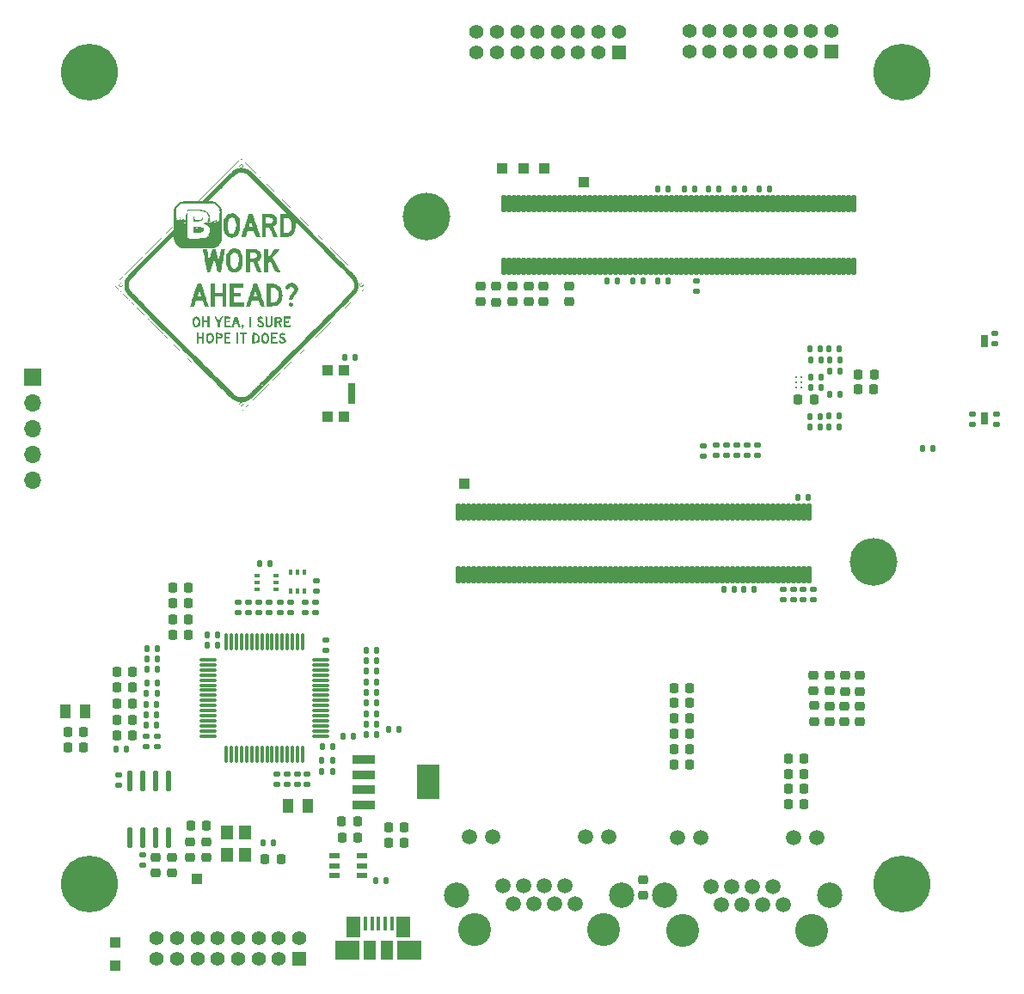
<source format=gbr>
%TF.GenerationSoftware,KiCad,Pcbnew,9.0.3*%
%TF.CreationDate,2025-08-11T10:56:28-06:00*%
%TF.ProjectId,imx8x_carrier_v2,696d7838-785f-4636-9172-726965725f76,A*%
%TF.SameCoordinates,Original*%
%TF.FileFunction,Soldermask,Top*%
%TF.FilePolarity,Negative*%
%FSLAX46Y46*%
G04 Gerber Fmt 4.6, Leading zero omitted, Abs format (unit mm)*
G04 Created by KiCad (PCBNEW 9.0.3) date 2025-08-11 10:56:28*
%MOMM*%
%LPD*%
G01*
G04 APERTURE LIST*
G04 Aperture macros list*
%AMRoundRect*
0 Rectangle with rounded corners*
0 $1 Rounding radius*
0 $2 $3 $4 $5 $6 $7 $8 $9 X,Y pos of 4 corners*
0 Add a 4 corners polygon primitive as box body*
4,1,4,$2,$3,$4,$5,$6,$7,$8,$9,$2,$3,0*
0 Add four circle primitives for the rounded corners*
1,1,$1+$1,$2,$3*
1,1,$1+$1,$4,$5*
1,1,$1+$1,$6,$7*
1,1,$1+$1,$8,$9*
0 Add four rect primitives between the rounded corners*
20,1,$1+$1,$2,$3,$4,$5,0*
20,1,$1+$1,$4,$5,$6,$7,0*
20,1,$1+$1,$6,$7,$8,$9,0*
20,1,$1+$1,$8,$9,$2,$3,0*%
G04 Aperture macros list end*
%ADD10C,0.000000*%
%ADD11C,5.600000*%
%ADD12RoundRect,0.135000X-0.135000X-0.185000X0.135000X-0.185000X0.135000X0.185000X-0.135000X0.185000X0*%
%ADD13R,1.700000X1.700000*%
%ADD14O,1.700000X1.700000*%
%ADD15RoundRect,0.135000X0.135000X0.185000X-0.135000X0.185000X-0.135000X-0.185000X0.135000X-0.185000X0*%
%ADD16RoundRect,0.225000X-0.225000X-0.250000X0.225000X-0.250000X0.225000X0.250000X-0.225000X0.250000X0*%
%ADD17RoundRect,0.225000X0.225000X0.250000X-0.225000X0.250000X-0.225000X-0.250000X0.225000X-0.250000X0*%
%ADD18R,0.450000X1.380000*%
%ADD19R,2.380000X1.900000*%
%ADD20R,1.480000X2.100000*%
%ADD21R,1.180000X1.900000*%
%ADD22RoundRect,0.225000X0.250000X-0.225000X0.250000X0.225000X-0.250000X0.225000X-0.250000X-0.225000X0*%
%ADD23RoundRect,0.225000X-0.250000X0.225000X-0.250000X-0.225000X0.250000X-0.225000X0.250000X0.225000X0*%
%ADD24RoundRect,0.135000X0.185000X-0.135000X0.185000X0.135000X-0.185000X0.135000X-0.185000X-0.135000X0*%
%ADD25RoundRect,0.135000X-0.185000X0.135000X-0.185000X-0.135000X0.185000X-0.135000X0.185000X0.135000X0*%
%ADD26C,3.250000*%
%ADD27C,1.520000*%
%ADD28C,2.500000*%
%ADD29R,0.420000X0.600000*%
%ADD30R,1.400000X1.400000*%
%ADD31C,1.400000*%
%ADD32R,1.000000X1.000000*%
%ADD33R,1.130000X1.380000*%
%ADD34R,1.200000X1.400000*%
%ADD35R,0.760000X1.270000*%
%ADD36R,1.100000X1.000000*%
%ADD37R,0.700000X2.000000*%
%ADD38C,4.700000*%
%ADD39R,1.100000X0.600000*%
%ADD40R,2.200000X0.900000*%
%ADD41R,2.200000X3.500000*%
%ADD42O,0.590000X2.050000*%
%ADD43RoundRect,0.102000X0.152500X0.725000X-0.152500X0.725000X-0.152500X-0.725000X0.152500X-0.725000X0*%
%ADD44C,0.200000*%
%ADD45R,0.600000X0.420000*%
%ADD46O,0.280000X1.800000*%
%ADD47O,1.800000X0.280000*%
G04 APERTURE END LIST*
D10*
%TO.C,G\u002A\u002A\u002A*%
G36*
X85488846Y-49880288D02*
G01*
X85476635Y-49892500D01*
X85464423Y-49880288D01*
X85476635Y-49868077D01*
X85488846Y-49880288D01*
G37*
G36*
X85586538Y-50026827D02*
G01*
X85574327Y-50039038D01*
X85562115Y-50026827D01*
X85574327Y-50014615D01*
X85586538Y-50026827D01*
G37*
G36*
X85684231Y-50002404D02*
G01*
X85672019Y-50014615D01*
X85659808Y-50002404D01*
X85672019Y-49990192D01*
X85684231Y-50002404D01*
G37*
G36*
X85684231Y-50100096D02*
G01*
X85672019Y-50112308D01*
X85659808Y-50100096D01*
X85672019Y-50087885D01*
X85684231Y-50100096D01*
G37*
G36*
X85806346Y-49953558D02*
G01*
X85794135Y-49965769D01*
X85781923Y-49953558D01*
X85794135Y-49941346D01*
X85806346Y-49953558D01*
G37*
G36*
X85855192Y-50075673D02*
G01*
X85842981Y-50087885D01*
X85830769Y-50075673D01*
X85842981Y-50063461D01*
X85855192Y-50075673D01*
G37*
G36*
X85952885Y-50100096D02*
G01*
X85940673Y-50112308D01*
X85928461Y-50100096D01*
X85940673Y-50087885D01*
X85952885Y-50100096D01*
G37*
G36*
X86075000Y-50051250D02*
G01*
X86062788Y-50063461D01*
X86050577Y-50051250D01*
X86062788Y-50039038D01*
X86075000Y-50051250D01*
G37*
G36*
X86099423Y-50246635D02*
G01*
X86087211Y-50258846D01*
X86075000Y-50246635D01*
X86087211Y-50234423D01*
X86099423Y-50246635D01*
G37*
G36*
X86172692Y-50051250D02*
G01*
X86160481Y-50063461D01*
X86148269Y-50051250D01*
X86160481Y-50039038D01*
X86172692Y-50051250D01*
G37*
G36*
X86245961Y-50002404D02*
G01*
X86233750Y-50014615D01*
X86221538Y-50002404D01*
X86233750Y-49990192D01*
X86245961Y-50002404D01*
G37*
G36*
X86343654Y-49953558D02*
G01*
X86331442Y-49965769D01*
X86319231Y-49953558D01*
X86331442Y-49941346D01*
X86343654Y-49953558D01*
G37*
G36*
X87222885Y-50710673D02*
G01*
X87210673Y-50722885D01*
X87198461Y-50710673D01*
X87210673Y-50698461D01*
X87222885Y-50710673D01*
G37*
G36*
X87760192Y-49709327D02*
G01*
X87747981Y-49721538D01*
X87735769Y-49709327D01*
X87747981Y-49697115D01*
X87760192Y-49709327D01*
G37*
G36*
X87882308Y-49758173D02*
G01*
X87870096Y-49770385D01*
X87857885Y-49758173D01*
X87870096Y-49745961D01*
X87882308Y-49758173D01*
G37*
G36*
X87931154Y-50759519D02*
G01*
X87918942Y-50771731D01*
X87906731Y-50759519D01*
X87918942Y-50747308D01*
X87931154Y-50759519D01*
G37*
G36*
X88737115Y-50393173D02*
G01*
X88724904Y-50405385D01*
X88712692Y-50393173D01*
X88724904Y-50380961D01*
X88737115Y-50393173D01*
G37*
G36*
X88761538Y-50148942D02*
G01*
X88749327Y-50161154D01*
X88737115Y-50148942D01*
X88749327Y-50136731D01*
X88761538Y-50148942D01*
G37*
G36*
X88859231Y-50246635D02*
G01*
X88847019Y-50258846D01*
X88834808Y-50246635D01*
X88847019Y-50234423D01*
X88859231Y-50246635D01*
G37*
G36*
X88883654Y-50075673D02*
G01*
X88871442Y-50087885D01*
X88859231Y-50075673D01*
X88871442Y-50063461D01*
X88883654Y-50075673D01*
G37*
G36*
X88883654Y-50197788D02*
G01*
X88871442Y-50210000D01*
X88859231Y-50197788D01*
X88871442Y-50185577D01*
X88883654Y-50197788D01*
G37*
G36*
X88908077Y-49709327D02*
G01*
X88895865Y-49721538D01*
X88883654Y-49709327D01*
X88895865Y-49697115D01*
X88908077Y-49709327D01*
G37*
G36*
X88981346Y-50173365D02*
G01*
X88969135Y-50185577D01*
X88956923Y-50173365D01*
X88969135Y-50161154D01*
X88981346Y-50173365D01*
G37*
G36*
X89103461Y-50173365D02*
G01*
X89091250Y-50185577D01*
X89079038Y-50173365D01*
X89091250Y-50161154D01*
X89103461Y-50173365D01*
G37*
G36*
X89152308Y-50295481D02*
G01*
X89140096Y-50307692D01*
X89127885Y-50295481D01*
X89140096Y-50283269D01*
X89152308Y-50295481D01*
G37*
G36*
X89176731Y-50173365D02*
G01*
X89164519Y-50185577D01*
X89152308Y-50173365D01*
X89164519Y-50161154D01*
X89176731Y-50173365D01*
G37*
G36*
X89347692Y-50148942D02*
G01*
X89335481Y-50161154D01*
X89323269Y-50148942D01*
X89335481Y-50136731D01*
X89347692Y-50148942D01*
G37*
G36*
X89469808Y-50173365D02*
G01*
X89457596Y-50185577D01*
X89445385Y-50173365D01*
X89457596Y-50161154D01*
X89469808Y-50173365D01*
G37*
G36*
X89543077Y-50051250D02*
G01*
X89530865Y-50063461D01*
X89518654Y-50051250D01*
X89530865Y-50039038D01*
X89543077Y-50051250D01*
G37*
G36*
X89543077Y-50271058D02*
G01*
X89530865Y-50283269D01*
X89518654Y-50271058D01*
X89530865Y-50258846D01*
X89543077Y-50271058D01*
G37*
G36*
X89567500Y-49831442D02*
G01*
X89555288Y-49843654D01*
X89543077Y-49831442D01*
X89555288Y-49819231D01*
X89567500Y-49831442D01*
G37*
G36*
X89567500Y-49904711D02*
G01*
X89555288Y-49916923D01*
X89543077Y-49904711D01*
X89555288Y-49892500D01*
X89567500Y-49904711D01*
G37*
G36*
X89616346Y-49807019D02*
G01*
X89604135Y-49819231D01*
X89591923Y-49807019D01*
X89604135Y-49794808D01*
X89616346Y-49807019D01*
G37*
G36*
X85529551Y-50071602D02*
G01*
X85532474Y-50100587D01*
X85529551Y-50104167D01*
X85515032Y-50100814D01*
X85513269Y-50087885D01*
X85522205Y-50067782D01*
X85529551Y-50071602D01*
G37*
G36*
X87849743Y-50731026D02*
G01*
X87846391Y-50745545D01*
X87833461Y-50747308D01*
X87813358Y-50738372D01*
X87817179Y-50731026D01*
X87846164Y-50728103D01*
X87849743Y-50731026D01*
G37*
G36*
X88083798Y-51854594D02*
G01*
X88086866Y-51863508D01*
X88053269Y-51866913D01*
X88018597Y-51863075D01*
X88022740Y-51854594D01*
X88072743Y-51851368D01*
X88083798Y-51854594D01*
G37*
G36*
X89266282Y-50144872D02*
G01*
X89269205Y-50173856D01*
X89266282Y-50177436D01*
X89251762Y-50174083D01*
X89250000Y-50161154D01*
X89258936Y-50141051D01*
X89266282Y-50144872D01*
G37*
G36*
X89172957Y-50244302D02*
G01*
X89198971Y-50267006D01*
X89201154Y-50272499D01*
X89189563Y-50282537D01*
X89165432Y-50260044D01*
X89162187Y-50255072D01*
X89159308Y-50238360D01*
X89172957Y-50244302D01*
G37*
G36*
X85505607Y-50347891D02*
G01*
X85501058Y-50356538D01*
X85478046Y-50379862D01*
X85473752Y-50380961D01*
X85472085Y-50365185D01*
X85476635Y-50356538D01*
X85499646Y-50333214D01*
X85503940Y-50332115D01*
X85505607Y-50347891D01*
G37*
G36*
X86238299Y-49908276D02*
G01*
X86233750Y-49916923D01*
X86210738Y-49940247D01*
X86206444Y-49941346D01*
X86204778Y-49925570D01*
X86209327Y-49916923D01*
X86232339Y-49893599D01*
X86236633Y-49892500D01*
X86238299Y-49908276D01*
G37*
G36*
X88827145Y-50201353D02*
G01*
X88822596Y-50210000D01*
X88799584Y-50233324D01*
X88795290Y-50234423D01*
X88793624Y-50218647D01*
X88798173Y-50210000D01*
X88821185Y-50186676D01*
X88825479Y-50185577D01*
X88827145Y-50201353D01*
G37*
G36*
X88832926Y-50321020D02*
G01*
X88834808Y-50329233D01*
X88816985Y-50363759D01*
X88810385Y-50368750D01*
X88787843Y-50367633D01*
X88785961Y-50359421D01*
X88803784Y-50324895D01*
X88810385Y-50319904D01*
X88832926Y-50321020D01*
G37*
G36*
X89294743Y-50416407D02*
G01*
X89298846Y-50425737D01*
X89279006Y-50443810D01*
X89262211Y-50446090D01*
X89229680Y-50435068D01*
X89225577Y-50425737D01*
X89245416Y-50407664D01*
X89262211Y-50405385D01*
X89294743Y-50416407D01*
G37*
G36*
X89330490Y-50081284D02*
G01*
X89335481Y-50087885D01*
X89334364Y-50110426D01*
X89326152Y-50112308D01*
X89291625Y-50094485D01*
X89286635Y-50087885D01*
X89287751Y-50065343D01*
X89295963Y-50063461D01*
X89330490Y-50081284D01*
G37*
G36*
X89507064Y-50168818D02*
G01*
X89524760Y-50182462D01*
X89562730Y-50218110D01*
X89562564Y-50234022D01*
X89558279Y-50234423D01*
X89537892Y-50217733D01*
X89515538Y-50191683D01*
X89494416Y-50162754D01*
X89507064Y-50168818D01*
G37*
G36*
X91515726Y-61814510D02*
G01*
X91509135Y-62330944D01*
X91417533Y-62333501D01*
X91325932Y-62336058D01*
X91325947Y-61817067D01*
X91325961Y-61298077D01*
X91424139Y-61298077D01*
X91522317Y-61298077D01*
X91515726Y-61814510D01*
G37*
G36*
X89483500Y-50229387D02*
G01*
X89482082Y-50272462D01*
X89495119Y-50296551D01*
X89514066Y-50325676D01*
X89512423Y-50332115D01*
X89488809Y-50315773D01*
X89468949Y-50294446D01*
X89450003Y-50257779D01*
X89469541Y-50227282D01*
X89491222Y-50210307D01*
X89483500Y-50229387D01*
G37*
G36*
X87573369Y-50702880D02*
G01*
X87608367Y-50704966D01*
X87633942Y-50708611D01*
X87615377Y-50711541D01*
X87557376Y-50713427D01*
X87479327Y-50713964D01*
X87392665Y-50713167D01*
X87342942Y-50711090D01*
X87334286Y-50708060D01*
X87364136Y-50704850D01*
X87467039Y-50701265D01*
X87573369Y-50702880D01*
G37*
G36*
X92785726Y-60217356D02*
G01*
X92792317Y-60736346D01*
X92693373Y-60736346D01*
X92624436Y-60729040D01*
X92585349Y-60710017D01*
X92582449Y-60705128D01*
X92579101Y-60672045D01*
X92576780Y-60598076D01*
X92575568Y-60491173D01*
X92575545Y-60359289D01*
X92576795Y-60210375D01*
X92577110Y-60186138D01*
X92583750Y-59698365D01*
X92681442Y-59698365D01*
X92779135Y-59698365D01*
X92785726Y-60217356D01*
G37*
G36*
X92376154Y-61383558D02*
G01*
X92376154Y-61469038D01*
X92254038Y-61469038D01*
X92131923Y-61469038D01*
X92131923Y-61896442D01*
X92131923Y-62323846D01*
X92034231Y-62323846D01*
X91936538Y-62323846D01*
X91936538Y-61896442D01*
X91936538Y-61469038D01*
X91802211Y-61469038D01*
X91667885Y-61469038D01*
X91667885Y-61383558D01*
X91667885Y-61298077D01*
X92022019Y-61298077D01*
X92376154Y-61298077D01*
X92376154Y-61383558D01*
G37*
G36*
X91942644Y-60496817D02*
G01*
X92046442Y-60504327D01*
X92049758Y-60614231D01*
X92039396Y-60717078D01*
X92005926Y-60803348D01*
X91955502Y-60862212D01*
X91897053Y-60882885D01*
X91855516Y-60877555D01*
X91853665Y-60853659D01*
X91862410Y-60835644D01*
X91882479Y-60782868D01*
X91886362Y-60739605D01*
X91873942Y-60720801D01*
X91863269Y-60724135D01*
X91848260Y-60711968D01*
X91840011Y-60657402D01*
X91838846Y-60614268D01*
X91838846Y-60489307D01*
X91942644Y-60496817D01*
G37*
G36*
X88923987Y-50243064D02*
G01*
X88952306Y-50271346D01*
X88983028Y-50310373D01*
X88988380Y-50332115D01*
X88953918Y-50345251D01*
X88905734Y-50343261D01*
X88867523Y-50329157D01*
X88861822Y-50319904D01*
X88932500Y-50319904D01*
X88944711Y-50332115D01*
X88956923Y-50319904D01*
X88944711Y-50307692D01*
X88932500Y-50319904D01*
X88861822Y-50319904D01*
X88859231Y-50315699D01*
X88876467Y-50296099D01*
X88900105Y-50300487D01*
X88928522Y-50304191D01*
X88925028Y-50274744D01*
X88923063Y-50269481D01*
X88912969Y-50238903D01*
X88923987Y-50243064D01*
G37*
G36*
X96787625Y-58309191D02*
G01*
X96845577Y-58342885D01*
X96883324Y-58411681D01*
X96893971Y-58505276D01*
X96876012Y-58606866D01*
X96870604Y-58622160D01*
X96852972Y-58657212D01*
X96825153Y-58676014D01*
X96773624Y-58683546D01*
X96700502Y-58684808D01*
X96613977Y-58681845D01*
X96563110Y-58670580D01*
X96534943Y-58647443D01*
X96528936Y-58637567D01*
X96507383Y-58565762D01*
X96503542Y-58478807D01*
X96516142Y-58396562D01*
X96543914Y-58338886D01*
X96548317Y-58334458D01*
X96615065Y-58302094D01*
X96702104Y-58293878D01*
X96787625Y-58309191D01*
G37*
G36*
X87613654Y-61505673D02*
G01*
X87613654Y-61713269D01*
X87784615Y-61713269D01*
X87955577Y-61713269D01*
X87955577Y-61505673D01*
X87955577Y-61298077D01*
X88053269Y-61298077D01*
X88150961Y-61298077D01*
X88150961Y-61810961D01*
X88150961Y-62323846D01*
X88053269Y-62323846D01*
X87955577Y-62323846D01*
X87955577Y-62104038D01*
X87955577Y-61884231D01*
X87782882Y-61884231D01*
X87610187Y-61884231D01*
X87618026Y-62104094D01*
X87625865Y-62323958D01*
X87522067Y-62323902D01*
X87418269Y-62323846D01*
X87418269Y-61810961D01*
X87418269Y-61298077D01*
X87515961Y-61298077D01*
X87613654Y-61298077D01*
X87613654Y-61505673D01*
G37*
G36*
X88150906Y-59899856D02*
G01*
X88150851Y-60113558D01*
X88321868Y-60105448D01*
X88492885Y-60097338D01*
X88492885Y-59891746D01*
X88492885Y-59686154D01*
X88590577Y-59686154D01*
X88688269Y-59686154D01*
X88688269Y-60211250D01*
X88688269Y-60736346D01*
X88590577Y-60736346D01*
X88492885Y-60736346D01*
X88492885Y-60504327D01*
X88492885Y-60272308D01*
X88321923Y-60272308D01*
X88150961Y-60272308D01*
X88150961Y-60504327D01*
X88150961Y-60736346D01*
X88053269Y-60736346D01*
X87955577Y-60736346D01*
X87955577Y-60211250D01*
X87955577Y-59686154D01*
X88053269Y-59686154D01*
X88150961Y-59686154D01*
X88150906Y-59899856D01*
G37*
G36*
X89176731Y-56901923D02*
G01*
X89176731Y-57341538D01*
X89555288Y-57341538D01*
X89933846Y-57341538D01*
X89933846Y-56901923D01*
X89933846Y-56462308D01*
X90135336Y-56462308D01*
X90336827Y-56462308D01*
X90336827Y-57573558D01*
X90336827Y-58684808D01*
X90135336Y-58684808D01*
X89933846Y-58684808D01*
X89933846Y-58208558D01*
X89933846Y-57732308D01*
X89555288Y-57732308D01*
X89176731Y-57732308D01*
X89176731Y-58208558D01*
X89176731Y-58684808D01*
X88993558Y-58684808D01*
X88810385Y-58684808D01*
X88810385Y-57573558D01*
X88810385Y-56462308D01*
X88993558Y-56462308D01*
X89176731Y-56462308D01*
X89176731Y-56901923D01*
G37*
G36*
X90440625Y-59691530D02*
G01*
X90752019Y-59698365D01*
X90759599Y-59789952D01*
X90767179Y-59881538D01*
X90545897Y-59881538D01*
X90324615Y-59881538D01*
X90324615Y-60005381D01*
X90324615Y-60129224D01*
X90477260Y-60122994D01*
X90629904Y-60116765D01*
X90629904Y-60200642D01*
X90629904Y-60284519D01*
X90477215Y-60284519D01*
X90324526Y-60284519D01*
X90324571Y-60420001D01*
X90324615Y-60555484D01*
X90550529Y-60555701D01*
X90776442Y-60555919D01*
X90784022Y-60646133D01*
X90791602Y-60736346D01*
X90460416Y-60736346D01*
X90129231Y-60736346D01*
X90129231Y-60210520D01*
X90129231Y-59684694D01*
X90440625Y-59691530D01*
G37*
G36*
X91339171Y-56456960D02*
G01*
X92011835Y-56463824D01*
X92004715Y-56648845D01*
X91997596Y-56833866D01*
X91527452Y-56830898D01*
X91057308Y-56827931D01*
X91057268Y-57090840D01*
X91057229Y-57353750D01*
X91399191Y-57346357D01*
X91741154Y-57338964D01*
X91741154Y-57535636D01*
X91741154Y-57732308D01*
X91399231Y-57732308D01*
X91057308Y-57732308D01*
X91057308Y-58013173D01*
X91057308Y-58294038D01*
X91570192Y-58294038D01*
X92083077Y-58294038D01*
X92083077Y-58489423D01*
X92083077Y-58684808D01*
X91374808Y-58684808D01*
X90666538Y-58684808D01*
X90666523Y-57567452D01*
X90666507Y-56450096D01*
X91339171Y-56456960D01*
G37*
G36*
X95355769Y-61383558D02*
G01*
X95355769Y-61469038D01*
X95135961Y-61469038D01*
X94916154Y-61469038D01*
X94916154Y-61591154D01*
X94916154Y-61713269D01*
X95087115Y-61713269D01*
X95258077Y-61713269D01*
X95258077Y-61798750D01*
X95258077Y-61884231D01*
X95087115Y-61884231D01*
X94916154Y-61884231D01*
X94916154Y-62018558D01*
X94916154Y-62152885D01*
X95148173Y-62152885D01*
X95380192Y-62152885D01*
X95380192Y-62238365D01*
X95380192Y-62323846D01*
X95050481Y-62323846D01*
X94720769Y-62323846D01*
X94720769Y-61810961D01*
X94720769Y-61298077D01*
X95038269Y-61298077D01*
X95355769Y-61298077D01*
X95355769Y-61383558D01*
G37*
G36*
X96625769Y-59783846D02*
G01*
X96625769Y-59881538D01*
X96405961Y-59881538D01*
X96186154Y-59881538D01*
X96186154Y-60005337D01*
X96186154Y-60129135D01*
X96351010Y-60123027D01*
X96515865Y-60116918D01*
X96523445Y-60206824D01*
X96531025Y-60296731D01*
X96357313Y-60296731D01*
X96183601Y-60296731D01*
X96190983Y-60423947D01*
X96198365Y-60551164D01*
X96424279Y-60544772D01*
X96650192Y-60538381D01*
X96650192Y-60637363D01*
X96650192Y-60736346D01*
X96320481Y-60736346D01*
X95990769Y-60736346D01*
X95990769Y-60211250D01*
X95990769Y-59686154D01*
X96308269Y-59686154D01*
X96625769Y-59686154D01*
X96625769Y-59783846D01*
G37*
G36*
X80009908Y-56384966D02*
G01*
X80074769Y-56438130D01*
X80110124Y-56512278D01*
X80111130Y-56595578D01*
X80072942Y-56676199D01*
X80055822Y-56695437D01*
X79975330Y-56745362D01*
X79885281Y-56750232D01*
X79795814Y-56709693D01*
X79789351Y-56704766D01*
X79736576Y-56637314D01*
X79722170Y-56558502D01*
X79723444Y-56553356D01*
X79773846Y-56553356D01*
X79793260Y-56632501D01*
X79842960Y-56684532D01*
X79910138Y-56703977D01*
X79981984Y-56685362D01*
X80018077Y-56657692D01*
X80060640Y-56586364D01*
X80057939Y-56510369D01*
X80026503Y-56458125D01*
X79965237Y-56421171D01*
X79894416Y-56420204D01*
X79829167Y-56449524D01*
X79784617Y-56503430D01*
X79773846Y-56553356D01*
X79723444Y-56553356D01*
X79741549Y-56480231D01*
X79790130Y-56414398D01*
X79863328Y-56372904D01*
X79920385Y-56364615D01*
X80009908Y-56384966D01*
G37*
G36*
X90739808Y-61383558D02*
G01*
X90739808Y-61469038D01*
X90520000Y-61469038D01*
X90300192Y-61469038D01*
X90300192Y-61591154D01*
X90300192Y-61713269D01*
X90471154Y-61713269D01*
X90642115Y-61713269D01*
X90642115Y-61798750D01*
X90642115Y-61884231D01*
X90471154Y-61884231D01*
X90300192Y-61884231D01*
X90300192Y-62018558D01*
X90300192Y-62152885D01*
X90532211Y-62152885D01*
X90764231Y-62152885D01*
X90764231Y-62237007D01*
X90764231Y-62321130D01*
X90444611Y-62328594D01*
X90324986Y-62330636D01*
X90224151Y-62330935D01*
X90151523Y-62329568D01*
X90116518Y-62326614D01*
X90114899Y-62325881D01*
X90111884Y-62299511D01*
X90109229Y-62231651D01*
X90107076Y-62129658D01*
X90105568Y-62000886D01*
X90104848Y-61852692D01*
X90104808Y-61806891D01*
X90104808Y-61298077D01*
X90422308Y-61298077D01*
X90739808Y-61298077D01*
X90739808Y-61383558D01*
G37*
G36*
X103723150Y-56383335D02*
G01*
X103785743Y-56432188D01*
X103820468Y-56500211D01*
X103826591Y-56576443D01*
X103803382Y-56649923D01*
X103750107Y-56709688D01*
X103666036Y-56744777D01*
X103658891Y-56746040D01*
X103589530Y-56747967D01*
X103533338Y-56720432D01*
X103506834Y-56697720D01*
X103450338Y-56618897D01*
X103437971Y-56549801D01*
X103488654Y-56549801D01*
X103507003Y-56599137D01*
X103550834Y-56653177D01*
X103603322Y-56694448D01*
X103639596Y-56706538D01*
X103670396Y-56690743D01*
X103716122Y-56652156D01*
X103721783Y-56646591D01*
X103769874Y-56586189D01*
X103776956Y-56532637D01*
X103745027Y-56469630D01*
X103743711Y-56467742D01*
X103688387Y-56424285D01*
X103620311Y-56416273D01*
X103554411Y-56438904D01*
X103505614Y-56487377D01*
X103488654Y-56549801D01*
X103437971Y-56549801D01*
X103435413Y-56535508D01*
X103457914Y-56458460D01*
X103513696Y-56398662D01*
X103598614Y-56367021D01*
X103633420Y-56364615D01*
X103723150Y-56383335D01*
G37*
G36*
X89893821Y-59947364D02*
G01*
X89837169Y-60055154D01*
X89785844Y-60151401D01*
X89745633Y-60225345D01*
X89722866Y-60265343D01*
X89703432Y-60326235D01*
X89692185Y-60428934D01*
X89689615Y-60527891D01*
X89689615Y-60736346D01*
X89591923Y-60736346D01*
X89494231Y-60736346D01*
X89494231Y-60539241D01*
X89494231Y-60342135D01*
X89323269Y-60024673D01*
X89263168Y-59912395D01*
X89212313Y-59816102D01*
X89174774Y-59743602D01*
X89154621Y-59702703D01*
X89152308Y-59696682D01*
X89174116Y-59690318D01*
X89229106Y-59686573D01*
X89258809Y-59686154D01*
X89299723Y-59686337D01*
X89331444Y-59690963D01*
X89359041Y-59706144D01*
X89387584Y-59737994D01*
X89422143Y-59792627D01*
X89467788Y-59876155D01*
X89529589Y-59994693D01*
X89554447Y-60042639D01*
X89570100Y-60069279D01*
X89585069Y-60076605D01*
X89604953Y-60059001D01*
X89635352Y-60010854D01*
X89681865Y-59926550D01*
X89695641Y-59901067D01*
X89805121Y-59698365D01*
X89918323Y-59690922D01*
X90031526Y-59683478D01*
X89893821Y-59947364D01*
G37*
G36*
X94299471Y-59690785D02*
G01*
X94391058Y-59698365D01*
X94392300Y-60076923D01*
X94393964Y-60210896D01*
X94397729Y-60329811D01*
X94403117Y-60424061D01*
X94409648Y-60484035D01*
X94413311Y-60498432D01*
X94457346Y-60541244D01*
X94529770Y-60561681D01*
X94609770Y-60555630D01*
X94648799Y-60535260D01*
X94678092Y-60492734D01*
X94698784Y-60422590D01*
X94712010Y-60319367D01*
X94718904Y-60177605D01*
X94720633Y-60021971D01*
X94720769Y-59686154D01*
X94806250Y-59686154D01*
X94891731Y-59686154D01*
X94893456Y-59912067D01*
X94894193Y-60118180D01*
X94892226Y-60281447D01*
X94886544Y-60407836D01*
X94876135Y-60503318D01*
X94859988Y-60573863D01*
X94837094Y-60625441D01*
X94806440Y-60664021D01*
X94767016Y-60695574D01*
X94759985Y-60700266D01*
X94668299Y-60737486D01*
X94555775Y-60751861D01*
X94445379Y-60742165D01*
X94381813Y-60720474D01*
X94323835Y-60686867D01*
X94280285Y-60648505D01*
X94249138Y-60598222D01*
X94228363Y-60528848D01*
X94215935Y-60433217D01*
X94209824Y-60304159D01*
X94208004Y-60134507D01*
X94207976Y-60105978D01*
X94207885Y-59683205D01*
X94299471Y-59690785D01*
G37*
G36*
X89680259Y-61306234D02*
G01*
X89810427Y-61332303D01*
X89901182Y-61378678D01*
X89955974Y-61447753D01*
X89978256Y-61541924D01*
X89976400Y-61623619D01*
X89961340Y-61710697D01*
X89929888Y-61771843D01*
X89887752Y-61815617D01*
X89840923Y-61852632D01*
X89793931Y-61873348D01*
X89730245Y-61882351D01*
X89640384Y-61884231D01*
X89469808Y-61884231D01*
X89469808Y-62110144D01*
X89469808Y-62336058D01*
X89382292Y-62336058D01*
X89321780Y-62333491D01*
X89286622Y-62327185D01*
X89284599Y-62325881D01*
X89281559Y-62299511D01*
X89278881Y-62231651D01*
X89276710Y-62129658D01*
X89275190Y-62000886D01*
X89274464Y-61852692D01*
X89274423Y-61806891D01*
X89274423Y-61713269D01*
X89469808Y-61713269D01*
X89599250Y-61713269D01*
X89678104Y-61708032D01*
X89738392Y-61694634D01*
X89758000Y-61683961D01*
X89784365Y-61629842D01*
X89783727Y-61563886D01*
X89758246Y-61508940D01*
X89740067Y-61494321D01*
X89686921Y-61478706D01*
X89610215Y-61469818D01*
X89581317Y-61469038D01*
X89469808Y-61469038D01*
X89469808Y-61591154D01*
X89469808Y-61713269D01*
X89274423Y-61713269D01*
X89274423Y-61591154D01*
X89274423Y-61298077D01*
X89507227Y-61298077D01*
X89680259Y-61306234D01*
G37*
G36*
X87494432Y-59708076D02*
G01*
X87605640Y-59770687D01*
X87692436Y-59869254D01*
X87751597Y-59999041D01*
X87779900Y-60155315D01*
X87778077Y-60297115D01*
X87744961Y-60460236D01*
X87678859Y-60589448D01*
X87580813Y-60682949D01*
X87541315Y-60705817D01*
X87448690Y-60745217D01*
X87370809Y-60756389D01*
X87284417Y-60741798D01*
X87262067Y-60735407D01*
X87154505Y-60678777D01*
X87070657Y-60583291D01*
X87013056Y-60454110D01*
X86984237Y-60296394D01*
X86983240Y-60206176D01*
X87178556Y-60206176D01*
X87191069Y-60342188D01*
X87237195Y-60453090D01*
X87271944Y-60496086D01*
X87330490Y-60547101D01*
X87377265Y-60562909D01*
X87429172Y-60547844D01*
X87444045Y-60540237D01*
X87508517Y-60478945D01*
X87552203Y-60378281D01*
X87572907Y-60244049D01*
X87574316Y-60196320D01*
X87561809Y-60063598D01*
X87525768Y-59961444D01*
X87469904Y-59894145D01*
X87397929Y-59865991D01*
X87313553Y-59881271D01*
X87305027Y-59885137D01*
X87259440Y-59916480D01*
X87227862Y-59967202D01*
X87201275Y-60051861D01*
X87200951Y-60053136D01*
X87178556Y-60206176D01*
X86983240Y-60206176D01*
X86982804Y-60166663D01*
X87007652Y-59995841D01*
X87061138Y-59860262D01*
X87141570Y-59762066D01*
X87247260Y-59703395D01*
X87362036Y-59686154D01*
X87494432Y-59708076D01*
G37*
G36*
X93203101Y-61301200D02*
G01*
X93296176Y-61309474D01*
X93361216Y-61321252D01*
X93369804Y-61324054D01*
X93474478Y-61388234D01*
X93556800Y-61487471D01*
X93614057Y-61612097D01*
X93643538Y-61752445D01*
X93642530Y-61898849D01*
X93608320Y-62041639D01*
X93585719Y-62093609D01*
X93532220Y-62183318D01*
X93469592Y-62246140D01*
X93387884Y-62287181D01*
X93277144Y-62311547D01*
X93136992Y-62323846D01*
X93036794Y-62327480D01*
X92956620Y-62327137D01*
X92907774Y-62323030D01*
X92898409Y-62319332D01*
X92895525Y-62290910D01*
X92893393Y-62221179D01*
X92892538Y-62152885D01*
X93084423Y-62152885D01*
X93181730Y-62152885D01*
X93267964Y-62140048D01*
X93343540Y-62094701D01*
X93358797Y-62081562D01*
X93398420Y-62043731D01*
X93422121Y-62008619D01*
X93433985Y-61962491D01*
X93438100Y-61891613D01*
X93438558Y-61813452D01*
X93437147Y-61712937D01*
X93430675Y-61647583D01*
X93415778Y-61603737D01*
X93389093Y-61567742D01*
X93374269Y-61552387D01*
X93290498Y-61497307D01*
X93197201Y-61475398D01*
X93084423Y-61462686D01*
X93084423Y-61807785D01*
X93084423Y-62152885D01*
X92892538Y-62152885D01*
X92892097Y-62117672D01*
X92891720Y-61987922D01*
X92892346Y-61839462D01*
X92892607Y-61807785D01*
X92892668Y-61800342D01*
X92897214Y-61298077D01*
X93099132Y-61298077D01*
X93203101Y-61301200D01*
G37*
G36*
X88800218Y-61301043D02*
G01*
X88859272Y-61314987D01*
X88911670Y-61347480D01*
X88955490Y-61385169D01*
X89039217Y-61482061D01*
X89089674Y-61596238D01*
X89111266Y-61738943D01*
X89112750Y-61786538D01*
X89097860Y-61965550D01*
X89050100Y-62113815D01*
X88970944Y-62228432D01*
X88861868Y-62306499D01*
X88844304Y-62314343D01*
X88719775Y-62345337D01*
X88600173Y-62329409D01*
X88545375Y-62306836D01*
X88450084Y-62239385D01*
X88383336Y-62142442D01*
X88342587Y-62010919D01*
X88326565Y-61869572D01*
X88327189Y-61796376D01*
X88517308Y-61796376D01*
X88529674Y-61943778D01*
X88566008Y-62052827D01*
X88625162Y-62121667D01*
X88705991Y-62148443D01*
X88734673Y-62147963D01*
X88800882Y-62132207D01*
X88847905Y-62089633D01*
X88869170Y-62056538D01*
X88905748Y-61962966D01*
X88920872Y-61854431D01*
X88916529Y-61741938D01*
X88894705Y-61636494D01*
X88857384Y-61549104D01*
X88806553Y-61490775D01*
X88763923Y-61473120D01*
X88664025Y-61476916D01*
X88590174Y-61521283D01*
X88542053Y-61606634D01*
X88519346Y-61733385D01*
X88517308Y-61796376D01*
X88327189Y-61796376D01*
X88328015Y-61699402D01*
X88354152Y-61564336D01*
X88407654Y-61455874D01*
X88483108Y-61372484D01*
X88539062Y-61329163D01*
X88592972Y-61306777D01*
X88665186Y-61298756D01*
X88713472Y-61298077D01*
X88800218Y-61301043D01*
G37*
G36*
X95358358Y-59699358D02*
G01*
X95486379Y-59701747D01*
X95575883Y-59708667D01*
X95637094Y-59721477D01*
X95680239Y-59741538D01*
X95681455Y-59742328D01*
X95762643Y-59821921D01*
X95806615Y-59922332D01*
X95812185Y-60031394D01*
X95778164Y-60136939D01*
X95726701Y-60205725D01*
X95654395Y-60278031D01*
X95737101Y-60488703D01*
X95773325Y-60582852D01*
X95801487Y-60659625D01*
X95817561Y-60707865D01*
X95819808Y-60717861D01*
X95798188Y-60729645D01*
X95744450Y-60735992D01*
X95726232Y-60736346D01*
X95632656Y-60736346D01*
X95548265Y-60522644D01*
X95508267Y-60423110D01*
X95479002Y-60360201D01*
X95453444Y-60325035D01*
X95424568Y-60308733D01*
X95385347Y-60302415D01*
X95373187Y-60301362D01*
X95282500Y-60293782D01*
X95282500Y-60515064D01*
X95282500Y-60736346D01*
X95184322Y-60736346D01*
X95086144Y-60736346D01*
X95092735Y-60217356D01*
X95093898Y-60125769D01*
X95282500Y-60125769D01*
X95399181Y-60125769D01*
X95485114Y-60117474D01*
X95555230Y-60096270D01*
X95570143Y-60087750D01*
X95611016Y-60043404D01*
X95624423Y-60004013D01*
X95604446Y-59939022D01*
X95543806Y-59898568D01*
X95441444Y-59882031D01*
X95415082Y-59881538D01*
X95282500Y-59881538D01*
X95282500Y-60003654D01*
X95282500Y-60125769D01*
X95093898Y-60125769D01*
X95095449Y-60003654D01*
X95099327Y-59698365D01*
X95358358Y-59699358D01*
G37*
G36*
X91551079Y-60186827D02*
G01*
X91600024Y-60333841D01*
X91643225Y-60466057D01*
X91678360Y-60576168D01*
X91703108Y-60656867D01*
X91715147Y-60700846D01*
X91715934Y-60705817D01*
X91693471Y-60727280D01*
X91626811Y-60736157D01*
X91611647Y-60736346D01*
X91506564Y-60736346D01*
X91470078Y-60595913D01*
X91433593Y-60455481D01*
X91284488Y-60448272D01*
X91135383Y-60441063D01*
X91088341Y-60582599D01*
X91060964Y-60660618D01*
X91037197Y-60703638D01*
X91005536Y-60723109D01*
X90954479Y-60730481D01*
X90938572Y-60731685D01*
X90874487Y-60734711D01*
X90847718Y-60725665D01*
X90846894Y-60696441D01*
X90852934Y-60670627D01*
X90865854Y-60626463D01*
X90891611Y-60544510D01*
X90927460Y-60433275D01*
X90970661Y-60301263D01*
X90979238Y-60275378D01*
X91179423Y-60275378D01*
X91201104Y-60288725D01*
X91255293Y-60296172D01*
X91277581Y-60296731D01*
X91339623Y-60294390D01*
X91364440Y-60281495D01*
X91363622Y-60249234D01*
X91360011Y-60234070D01*
X91326938Y-60112229D01*
X91299717Y-60032757D01*
X91279167Y-59997706D01*
X91267829Y-60003654D01*
X91240157Y-60078372D01*
X91212903Y-60158154D01*
X91191146Y-60227382D01*
X91179969Y-60270437D01*
X91179423Y-60275378D01*
X90979238Y-60275378D01*
X91018470Y-60156982D01*
X91020734Y-60150192D01*
X91171445Y-59698365D01*
X91279232Y-59698365D01*
X91387019Y-59698365D01*
X91551079Y-60186827D01*
G37*
G36*
X94244210Y-61301222D02*
G01*
X94304595Y-61314866D01*
X94355948Y-61345319D01*
X94388622Y-61372484D01*
X94471766Y-61474210D01*
X94527555Y-61602116D01*
X94556122Y-61745439D01*
X94557598Y-61893416D01*
X94532114Y-62035284D01*
X94479800Y-62160279D01*
X94400789Y-62257638D01*
X94377613Y-62275878D01*
X94279444Y-62321257D01*
X94162919Y-62339604D01*
X94049401Y-62329123D01*
X93991722Y-62308302D01*
X93895556Y-62233171D01*
X93821459Y-62122515D01*
X93772688Y-61985886D01*
X93753002Y-61836674D01*
X93957634Y-61836674D01*
X93966943Y-61925542D01*
X94002027Y-62030946D01*
X94057808Y-62106677D01*
X94126646Y-62148346D01*
X94200904Y-62151566D01*
X94272944Y-62111947D01*
X94279865Y-62105327D01*
X94332806Y-62022240D01*
X94363770Y-61910756D01*
X94372064Y-61786441D01*
X94356996Y-61664862D01*
X94317873Y-61561587D01*
X94304962Y-61541444D01*
X94237956Y-61483332D01*
X94158024Y-61467422D01*
X94078139Y-61494504D01*
X94041316Y-61525420D01*
X93994351Y-61604464D01*
X93965445Y-61713658D01*
X93957634Y-61836674D01*
X93753002Y-61836674D01*
X93752496Y-61832839D01*
X93764139Y-61672925D01*
X93768144Y-61652211D01*
X93795395Y-61552606D01*
X93836189Y-61476951D01*
X93902345Y-61401875D01*
X93963325Y-61344007D01*
X94011761Y-61312970D01*
X94067922Y-61300436D01*
X94152077Y-61298077D01*
X94154975Y-61298077D01*
X94244210Y-61301222D01*
G37*
G36*
X94763510Y-56466518D02*
G01*
X94920313Y-56470094D01*
X95037525Y-56474233D01*
X95124394Y-56480188D01*
X95190170Y-56489211D01*
X95244101Y-56502554D01*
X95295437Y-56521469D01*
X95350896Y-56546048D01*
X95514642Y-56647092D01*
X95648594Y-56784663D01*
X95751491Y-56955643D01*
X95822075Y-57156913D01*
X95859085Y-57385355D01*
X95861261Y-57637851D01*
X95848291Y-57776954D01*
X95799228Y-58016623D01*
X95717135Y-58223218D01*
X95603013Y-58395125D01*
X95457864Y-58530729D01*
X95334802Y-58604933D01*
X95283012Y-58629321D01*
X95235827Y-58647210D01*
X95184268Y-58659790D01*
X95119352Y-58668253D01*
X95032097Y-58673789D01*
X94913523Y-58677589D01*
X94763510Y-58680680D01*
X94330000Y-58688763D01*
X94330000Y-58300164D01*
X94720769Y-58300164D01*
X94926716Y-58289354D01*
X95037104Y-58281184D01*
X95114277Y-58267899D01*
X95173852Y-58245522D01*
X95227695Y-58212687D01*
X95332031Y-58111269D01*
X95408976Y-57972891D01*
X95457091Y-57801972D01*
X95474934Y-57602935D01*
X95470225Y-57468144D01*
X95443775Y-57271353D01*
X95396462Y-57116459D01*
X95325064Y-56999807D01*
X95226358Y-56917744D01*
X95097123Y-56866618D01*
X94934135Y-56842775D01*
X94917814Y-56841848D01*
X94720769Y-56831879D01*
X94720769Y-57566021D01*
X94720769Y-58300164D01*
X94330000Y-58300164D01*
X94330000Y-57573163D01*
X94330000Y-57566021D01*
X94330000Y-56457563D01*
X94763510Y-56466518D01*
G37*
G36*
X93743045Y-57543029D02*
G01*
X93814709Y-57763456D01*
X93881925Y-57970118D01*
X93943151Y-58158278D01*
X93996842Y-58323196D01*
X94041457Y-58460135D01*
X94075452Y-58564358D01*
X94097284Y-58631125D01*
X94105257Y-58655273D01*
X94099924Y-58670648D01*
X94066006Y-58679160D01*
X93996469Y-58681664D01*
X93903840Y-58679696D01*
X93691498Y-58672596D01*
X93600374Y-58391731D01*
X93509249Y-58110865D01*
X93193038Y-58110865D01*
X92876827Y-58110865D01*
X92781774Y-58397836D01*
X92686721Y-58684808D01*
X92483861Y-58684808D01*
X92281002Y-58684808D01*
X92302342Y-58617644D01*
X92314719Y-58579032D01*
X92340196Y-58499821D01*
X92376875Y-58385899D01*
X92422861Y-58243153D01*
X92476257Y-58077471D01*
X92535166Y-57894740D01*
X92583607Y-57744519D01*
X92595421Y-57707885D01*
X92998405Y-57707885D01*
X93201605Y-57707885D01*
X93306603Y-57705776D01*
X93367557Y-57698984D01*
X93389107Y-57686809D01*
X93387466Y-57679828D01*
X93373383Y-57646548D01*
X93348090Y-57577095D01*
X93315244Y-57481821D01*
X93280655Y-57377668D01*
X93191184Y-57103564D01*
X93094795Y-57405724D01*
X92998405Y-57707885D01*
X92595421Y-57707885D01*
X92648637Y-57542876D01*
X92712398Y-57345171D01*
X92772444Y-57158982D01*
X92826330Y-56991891D01*
X92871613Y-56851478D01*
X92905848Y-56745324D01*
X92920325Y-56700433D01*
X92997118Y-56462308D01*
X93194438Y-56462308D01*
X93391758Y-56462308D01*
X93743045Y-57543029D01*
G37*
G36*
X87133075Y-49822209D02*
G01*
X87134740Y-49825913D01*
X87160446Y-49869471D01*
X87181248Y-49881435D01*
X87181806Y-49881069D01*
X87184610Y-49884199D01*
X87174242Y-49897588D01*
X87156574Y-49941696D01*
X87149989Y-50001183D01*
X87154983Y-50046013D01*
X87167795Y-50048030D01*
X87169428Y-50045662D01*
X87192665Y-50032843D01*
X87227354Y-50061070D01*
X87229873Y-50063979D01*
X87252433Y-50100315D01*
X87242998Y-50112308D01*
X87225458Y-50120930D01*
X87228576Y-50126140D01*
X87257566Y-50133321D01*
X87323674Y-50140992D01*
X87415202Y-50147942D01*
X87466215Y-50150738D01*
X87573895Y-50154560D01*
X87639614Y-50153001D01*
X87670026Y-50145416D01*
X87671785Y-50131160D01*
X87671573Y-50130800D01*
X87664085Y-50112393D01*
X87687219Y-50127683D01*
X87689868Y-50129816D01*
X87718140Y-50141642D01*
X87757552Y-50131861D01*
X87819249Y-50096681D01*
X87853306Y-50074215D01*
X87933613Y-50012689D01*
X87972036Y-49959801D01*
X87972089Y-49906168D01*
X87939143Y-49845037D01*
X87919356Y-49810041D01*
X87927381Y-49804760D01*
X87929424Y-49805950D01*
X87958970Y-49840049D01*
X87991152Y-49898859D01*
X87995906Y-49909787D01*
X88015562Y-50014813D01*
X87986707Y-50118399D01*
X87909675Y-50219394D01*
X87904634Y-50224289D01*
X87830398Y-50295481D01*
X87465584Y-50303346D01*
X87100769Y-50311211D01*
X87102753Y-50034692D01*
X87104195Y-49917221D01*
X87107078Y-49842915D01*
X87112273Y-49806096D01*
X87120648Y-49801086D01*
X87133075Y-49822209D01*
G37*
G36*
X96892631Y-56386869D02*
G01*
X97021091Y-56420994D01*
X97133816Y-56485297D01*
X97239990Y-56582443D01*
X97324395Y-56697203D01*
X97351832Y-56751976D01*
X97388469Y-56884290D01*
X97387181Y-57022089D01*
X97346724Y-57169404D01*
X97265856Y-57330268D01*
X97143331Y-57508712D01*
X97102214Y-57561346D01*
X97003864Y-57689417D01*
X96935894Y-57791389D01*
X96893943Y-57875502D01*
X96873652Y-57949995D01*
X96870000Y-58000177D01*
X96870000Y-58074231D01*
X96683464Y-58074231D01*
X96496929Y-58074231D01*
X96512905Y-57938298D01*
X96541722Y-57804294D01*
X96599065Y-57669862D01*
X96689475Y-57526255D01*
X96799792Y-57385585D01*
X96870431Y-57297275D01*
X96931943Y-57212502D01*
X96974757Y-57144776D01*
X96985193Y-57123888D01*
X97008896Y-57014322D01*
X96989690Y-56913960D01*
X96933512Y-56831530D01*
X96846296Y-56775762D01*
X96734613Y-56755385D01*
X96659834Y-56761785D01*
X96602315Y-56787845D01*
X96541451Y-56841331D01*
X96487136Y-56904673D01*
X96448746Y-56965900D01*
X96440297Y-56987869D01*
X96424935Y-57033258D01*
X96413388Y-57048461D01*
X96387881Y-57037394D01*
X96331554Y-57008226D01*
X96256047Y-56967005D01*
X96247481Y-56962225D01*
X96168252Y-56916965D01*
X96124209Y-56885946D01*
X96107848Y-56859678D01*
X96111661Y-56828667D01*
X96121068Y-56802356D01*
X96183900Y-56685296D01*
X96276970Y-56570782D01*
X96384379Y-56476730D01*
X96441383Y-56441460D01*
X96576209Y-56394407D01*
X96732734Y-56375994D01*
X96892631Y-56386869D01*
G37*
G36*
X87992039Y-56822548D02*
G01*
X88029770Y-56940075D01*
X88079553Y-57094307D01*
X88138236Y-57275531D01*
X88202670Y-57474030D01*
X88269702Y-57680089D01*
X88336184Y-57883995D01*
X88348864Y-57922829D01*
X88407761Y-58103482D01*
X88461471Y-58268864D01*
X88508189Y-58413364D01*
X88546108Y-58531369D01*
X88573422Y-58617268D01*
X88588325Y-58665449D01*
X88590577Y-58673839D01*
X88568027Y-58678802D01*
X88507863Y-58682595D01*
X88421313Y-58684623D01*
X88383518Y-58684808D01*
X88176459Y-58684808D01*
X88085908Y-58391731D01*
X87995357Y-58098654D01*
X87674468Y-58098654D01*
X87353580Y-58098654D01*
X87260525Y-58391731D01*
X87167469Y-58684808D01*
X86961512Y-58684808D01*
X86861672Y-58684246D01*
X86801734Y-58680837D01*
X86772753Y-58671999D01*
X86765783Y-58655147D01*
X86771263Y-58629856D01*
X86781939Y-58595838D01*
X86806244Y-58520340D01*
X86842572Y-58408293D01*
X86889318Y-58264625D01*
X86944875Y-58094266D01*
X87007639Y-57902147D01*
X87071198Y-57707885D01*
X87478644Y-57707885D01*
X87681917Y-57707885D01*
X87786939Y-57705777D01*
X87847916Y-57698988D01*
X87869489Y-57686818D01*
X87867850Y-57679828D01*
X87853736Y-57646493D01*
X87828447Y-57577053D01*
X87795669Y-57481935D01*
X87762048Y-57380645D01*
X87673586Y-57109519D01*
X87576115Y-57408702D01*
X87478644Y-57707885D01*
X87071198Y-57707885D01*
X87076004Y-57693197D01*
X87133150Y-57518758D01*
X87479327Y-56462612D01*
X87678126Y-56462460D01*
X87876925Y-56462308D01*
X87992039Y-56822548D01*
G37*
G36*
X94456871Y-53293365D02*
G01*
X94454423Y-53424160D01*
X94453825Y-53555419D01*
X94455077Y-53668521D01*
X94456871Y-53723219D01*
X94464327Y-53878265D01*
X94769615Y-53449646D01*
X95074904Y-53021027D01*
X95313029Y-53019841D01*
X95414149Y-53020322D01*
X95493946Y-53022576D01*
X95541949Y-53026200D01*
X95551154Y-53028998D01*
X95537523Y-53050945D01*
X95499345Y-53106688D01*
X95440686Y-53190437D01*
X95365616Y-53296401D01*
X95278203Y-53418789D01*
X95233947Y-53480430D01*
X94916741Y-53921519D01*
X95151210Y-54355423D01*
X95233707Y-54507817D01*
X95318604Y-54664168D01*
X95399331Y-54812406D01*
X95469313Y-54940460D01*
X95517262Y-55027718D01*
X95570133Y-55125025D01*
X95612872Y-55206582D01*
X95640653Y-55262984D01*
X95648901Y-55284160D01*
X95626323Y-55291239D01*
X95565690Y-55295303D01*
X95477724Y-55295859D01*
X95422987Y-55294540D01*
X95197019Y-55286868D01*
X95068126Y-55038097D01*
X95001662Y-54910627D01*
X94923105Y-54761193D01*
X94843540Y-54610829D01*
X94789914Y-54510179D01*
X94640596Y-54231031D01*
X94546485Y-54339217D01*
X94452375Y-54447404D01*
X94454378Y-54870977D01*
X94456382Y-55294550D01*
X94269019Y-55298381D01*
X94178659Y-55298970D01*
X94109266Y-55297057D01*
X94073502Y-55293050D01*
X94071501Y-55292035D01*
X94069436Y-55266297D01*
X94067512Y-55196575D01*
X94065773Y-55087729D01*
X94064260Y-54944621D01*
X94063018Y-54772113D01*
X94062090Y-54575066D01*
X94061519Y-54358341D01*
X94061346Y-54150256D01*
X94061346Y-53018654D01*
X94262836Y-53018606D01*
X94464327Y-53018558D01*
X94456871Y-53293365D01*
G37*
G36*
X94324499Y-49554474D02*
G01*
X94807459Y-49562788D01*
X94965605Y-49642034D01*
X95119562Y-49741705D01*
X95231240Y-49865727D01*
X95301293Y-50015161D01*
X95330380Y-50191067D01*
X95331346Y-50233272D01*
X95316417Y-50370600D01*
X95268891Y-50496702D01*
X95218865Y-50578478D01*
X95152662Y-50662554D01*
X95081917Y-50736181D01*
X95018266Y-50786610D01*
X94992947Y-50799071D01*
X94994138Y-50823227D01*
X95012019Y-50886424D01*
X95044354Y-50982670D01*
X95088906Y-51105975D01*
X95143441Y-51250348D01*
X95205721Y-51409800D01*
X95273512Y-51578339D01*
X95344578Y-51749975D01*
X95372425Y-51815817D01*
X95366620Y-51831099D01*
X95329300Y-51840609D01*
X95254206Y-51845280D01*
X95169103Y-51846171D01*
X94952788Y-51845996D01*
X94769615Y-51370096D01*
X94586442Y-50894196D01*
X94409375Y-50894021D01*
X94232308Y-50893846D01*
X94232308Y-51370096D01*
X94232308Y-51846346D01*
X94036923Y-51846346D01*
X93841538Y-51846346D01*
X93841538Y-50696253D01*
X93841538Y-50503077D01*
X94232308Y-50503077D01*
X94446940Y-50503077D01*
X94565285Y-50500376D01*
X94651165Y-50490443D01*
X94720757Y-50470530D01*
X94770546Y-50448125D01*
X94845728Y-50401806D01*
X94890962Y-50346737D01*
X94915771Y-50288299D01*
X94936497Y-50219068D01*
X94937028Y-50170167D01*
X94915807Y-50116777D01*
X94903560Y-50093563D01*
X94858753Y-50032883D01*
X94795182Y-49990013D01*
X94705177Y-49962434D01*
X94581073Y-49947626D01*
X94446010Y-49943223D01*
X94232308Y-49941346D01*
X94232308Y-50222211D01*
X94232308Y-50503077D01*
X93841538Y-50503077D01*
X93841538Y-50222211D01*
X93841538Y-49546160D01*
X94324499Y-49554474D01*
G37*
G36*
X95929103Y-61283530D02*
G01*
X95978062Y-61305995D01*
X96039684Y-61346944D01*
X96100079Y-61395316D01*
X96145359Y-61440054D01*
X96161731Y-61468759D01*
X96143434Y-61494432D01*
X96101684Y-61527188D01*
X96058664Y-61550824D01*
X96026781Y-61546252D01*
X95984792Y-61509677D01*
X95980679Y-61505574D01*
X95910096Y-61458243D01*
X95837897Y-61445883D01*
X95775608Y-61465146D01*
X95734755Y-61512682D01*
X95726126Y-61579524D01*
X95736025Y-61619961D01*
X95761690Y-61651153D01*
X95813569Y-61681664D01*
X95893077Y-61716348D01*
X96041450Y-61792275D01*
X96142167Y-61878163D01*
X96195162Y-61973903D01*
X96200372Y-62079390D01*
X96169198Y-62172562D01*
X96102157Y-62258030D01*
X96005024Y-62317261D01*
X95890823Y-62346971D01*
X95772577Y-62343879D01*
X95663312Y-62304703D01*
X95657802Y-62301424D01*
X95588096Y-62247642D01*
X95532733Y-62184869D01*
X95503942Y-62127787D01*
X95502308Y-62114736D01*
X95522198Y-62085860D01*
X95565576Y-62058629D01*
X95614344Y-62043232D01*
X95649352Y-62059190D01*
X95675777Y-62089468D01*
X95742644Y-62144725D01*
X95823640Y-62170498D01*
X95904098Y-62166233D01*
X95969354Y-62131373D01*
X95992148Y-62101462D01*
X96009474Y-62043134D01*
X95991420Y-61990795D01*
X95934050Y-61939486D01*
X95833426Y-61884250D01*
X95811549Y-61874027D01*
X95692447Y-61814540D01*
X95612962Y-61760248D01*
X95565784Y-61702788D01*
X95543604Y-61633798D01*
X95538942Y-61562163D01*
X95543439Y-61482565D01*
X95562953Y-61429339D01*
X95606524Y-61380377D01*
X95617237Y-61370652D01*
X95717243Y-61307661D01*
X95830601Y-61277691D01*
X95929103Y-61283530D01*
G37*
G36*
X93790310Y-59688919D02*
G01*
X93846188Y-59703113D01*
X93896448Y-59737584D01*
X93947548Y-59786417D01*
X94047811Y-59886680D01*
X93978933Y-59922769D01*
X93927265Y-59944679D01*
X93890756Y-59936940D01*
X93854159Y-59906346D01*
X93793308Y-59868259D01*
X93714292Y-59860841D01*
X93703891Y-59861581D01*
X93641322Y-59871191D01*
X93612238Y-59893866D01*
X93601583Y-59938650D01*
X93610287Y-60004179D01*
X93643105Y-60063314D01*
X93688543Y-60098178D01*
X93706201Y-60101346D01*
X93763589Y-60116122D01*
X93840492Y-60153663D01*
X93920361Y-60203793D01*
X93986646Y-60256332D01*
X94019078Y-60293770D01*
X94051964Y-60383743D01*
X94059214Y-60485019D01*
X94040548Y-60576268D01*
X94023229Y-60608936D01*
X93945510Y-60680906D01*
X93837765Y-60728807D01*
X93714681Y-60748238D01*
X93597697Y-60736506D01*
X93538898Y-60709811D01*
X93471857Y-60662150D01*
X93409824Y-60605385D01*
X93366050Y-60551378D01*
X93353077Y-60517524D01*
X93372708Y-60491419D01*
X93420991Y-60458463D01*
X93431376Y-60452880D01*
X93487102Y-60429044D01*
X93514231Y-60432888D01*
X93519909Y-60443094D01*
X93559277Y-60504016D01*
X93621882Y-60544200D01*
X93695594Y-60563109D01*
X93768278Y-60560206D01*
X93827804Y-60534954D01*
X93862037Y-60486816D01*
X93865961Y-60458407D01*
X93853901Y-60405843D01*
X93813240Y-60358177D01*
X93737253Y-60309518D01*
X93646154Y-60265756D01*
X93536224Y-60208873D01*
X93465681Y-60148921D01*
X93425652Y-60075278D01*
X93407524Y-59980085D01*
X93403424Y-59903632D01*
X93415166Y-59852601D01*
X93450916Y-59804175D01*
X93481912Y-59772241D01*
X93536876Y-59722240D01*
X93586027Y-59696521D01*
X93650084Y-59687183D01*
X93707642Y-59686154D01*
X93790310Y-59688919D01*
G37*
G36*
X92737772Y-49555949D02*
G01*
X92940640Y-49562788D01*
X93059526Y-49929135D01*
X93098031Y-50048213D01*
X93148215Y-50204063D01*
X93206943Y-50386912D01*
X93271081Y-50586986D01*
X93337492Y-50794512D01*
X93403042Y-50999716D01*
X93416017Y-51040385D01*
X93474303Y-51222987D01*
X93528096Y-51391266D01*
X93575531Y-51539409D01*
X93614744Y-51661604D01*
X93643871Y-51752041D01*
X93661050Y-51804908D01*
X93664712Y-51815817D01*
X93657535Y-51831127D01*
X93618459Y-51840693D01*
X93541312Y-51845423D01*
X93457663Y-51846346D01*
X93239524Y-51846346D01*
X93145755Y-51540377D01*
X93051987Y-51234407D01*
X92733548Y-51241194D01*
X92415108Y-51247981D01*
X92321410Y-51547163D01*
X92227711Y-51846346D01*
X92021067Y-51846346D01*
X91927488Y-51844761D01*
X91856001Y-51840531D01*
X91817845Y-51834449D01*
X91814423Y-51831816D01*
X91821620Y-51805799D01*
X91841997Y-51739072D01*
X91873738Y-51637411D01*
X91915023Y-51506593D01*
X91964035Y-51352392D01*
X92018956Y-51180586D01*
X92043134Y-51105230D01*
X92108557Y-50901097D01*
X92136250Y-50814361D01*
X92553646Y-50814361D01*
X92560391Y-50830430D01*
X92599900Y-50840115D01*
X92678509Y-50844481D01*
X92736499Y-50845000D01*
X92931109Y-50845000D01*
X92841285Y-50552333D01*
X92795393Y-50406844D01*
X92760873Y-50306949D01*
X92736979Y-50250921D01*
X92722968Y-50237035D01*
X92718095Y-50263566D01*
X92718077Y-50266695D01*
X92711076Y-50302309D01*
X92692465Y-50372392D01*
X92665833Y-50464989D01*
X92634769Y-50568150D01*
X92602862Y-50669919D01*
X92573700Y-50758345D01*
X92553646Y-50814361D01*
X92136250Y-50814361D01*
X92176531Y-50688197D01*
X92243543Y-50477597D01*
X92306076Y-50280365D01*
X92360616Y-50107567D01*
X92403375Y-49971141D01*
X92534904Y-49549110D01*
X92737772Y-49555949D01*
G37*
G36*
X91227302Y-52976482D02*
G01*
X91378255Y-53006840D01*
X91478821Y-53050545D01*
X91637997Y-53170481D01*
X91764701Y-53324998D01*
X91859168Y-53514694D01*
X91921635Y-53740167D01*
X91952338Y-54002013D01*
X91953699Y-54252019D01*
X91938697Y-54468116D01*
X91909557Y-54648607D01*
X91863404Y-54805416D01*
X91797360Y-54950466D01*
X91775973Y-54988767D01*
X91667277Y-55130284D01*
X91527658Y-55240976D01*
X91366298Y-55317393D01*
X91192374Y-55356087D01*
X91015065Y-55353610D01*
X90886346Y-55322993D01*
X90722590Y-55244750D01*
X90588454Y-55131539D01*
X90479388Y-54979113D01*
X90443228Y-54909304D01*
X90366965Y-54701827D01*
X90318869Y-54467739D01*
X90298839Y-54219022D01*
X90301689Y-54128746D01*
X90715385Y-54128746D01*
X90726499Y-54377545D01*
X90759863Y-54582905D01*
X90815509Y-54744887D01*
X90893468Y-54863554D01*
X90993772Y-54938966D01*
X91116453Y-54971186D01*
X91150182Y-54972500D01*
X91222197Y-54967413D01*
X91275702Y-54945533D01*
X91331854Y-54896927D01*
X91349052Y-54879155D01*
X91427512Y-54766780D01*
X91489237Y-54616919D01*
X91532348Y-54438616D01*
X91554967Y-54240917D01*
X91555216Y-54032868D01*
X91546448Y-53928529D01*
X91516720Y-53751760D01*
X91470266Y-53613285D01*
X91403400Y-53504320D01*
X91341397Y-53439952D01*
X91269029Y-53386579D01*
X91199778Y-53363819D01*
X91148044Y-53360738D01*
X91023569Y-53383269D01*
X90918420Y-53448994D01*
X90833820Y-53555740D01*
X90770996Y-53701333D01*
X90731171Y-53883598D01*
X90715571Y-54100360D01*
X90715385Y-54128746D01*
X90301689Y-54128746D01*
X90306774Y-53967662D01*
X90342572Y-53725641D01*
X90406135Y-53504945D01*
X90455993Y-53390820D01*
X90542795Y-53260501D01*
X90659069Y-53143651D01*
X90790892Y-53052271D01*
X90905615Y-53003340D01*
X91064344Y-52974870D01*
X91227302Y-52976482D01*
G37*
G36*
X90995130Y-49532263D02*
G01*
X91133451Y-49561370D01*
X91191635Y-49583749D01*
X91297739Y-49649790D01*
X91406335Y-49744184D01*
X91500390Y-49850511D01*
X91553364Y-49932447D01*
X91627318Y-50108395D01*
X91675447Y-50303974D01*
X91699612Y-50528536D01*
X91703377Y-50686250D01*
X91687641Y-50973416D01*
X91641837Y-51224174D01*
X91566263Y-51437884D01*
X91461217Y-51613906D01*
X91326994Y-51751600D01*
X91163893Y-51850327D01*
X91162060Y-51851141D01*
X91049699Y-51886743D01*
X90918819Y-51907309D01*
X90791398Y-51910580D01*
X90703173Y-51898324D01*
X90521100Y-51826968D01*
X90366449Y-51716088D01*
X90240043Y-51567131D01*
X90142708Y-51381545D01*
X90075268Y-51160775D01*
X90038546Y-50906268D01*
X90031627Y-50722074D01*
X90449141Y-50722074D01*
X90458900Y-50900577D01*
X90487459Y-51070455D01*
X90534547Y-51223686D01*
X90599895Y-51352243D01*
X90683234Y-51448104D01*
X90742345Y-51486876D01*
X90830801Y-51521078D01*
X90906442Y-51522772D01*
X90992620Y-51492285D01*
X90996589Y-51490414D01*
X91095552Y-51416648D01*
X91175082Y-51298428D01*
X91235230Y-51135628D01*
X91276051Y-50928124D01*
X91289514Y-50804233D01*
X91293476Y-50620110D01*
X91275985Y-50441885D01*
X91239500Y-50278126D01*
X91186477Y-50137398D01*
X91119374Y-50028269D01*
X91048395Y-49963794D01*
X90939632Y-49922308D01*
X90825976Y-49920947D01*
X90722378Y-49958988D01*
X90691764Y-49981053D01*
X90603485Y-50082310D01*
X90535353Y-50215066D01*
X90487097Y-50371294D01*
X90458450Y-50542972D01*
X90449141Y-50722074D01*
X90031627Y-50722074D01*
X90031538Y-50719706D01*
X90047502Y-50455644D01*
X90094248Y-50216677D01*
X90170060Y-50006418D01*
X90273221Y-49828477D01*
X90402014Y-49686466D01*
X90554722Y-49583995D01*
X90576410Y-49573689D01*
X90697690Y-49538114D01*
X90843570Y-49524408D01*
X90995130Y-49532263D01*
G37*
G36*
X80848603Y-58126129D02*
G01*
X80854880Y-58131464D01*
X80862087Y-58137634D01*
X80868827Y-58143234D01*
X80873699Y-58146858D01*
X80875108Y-58147500D01*
X80893155Y-58164499D01*
X80944049Y-58214380D01*
X81026116Y-58295474D01*
X81137678Y-58406108D01*
X81277060Y-58544611D01*
X81442585Y-58709311D01*
X81632577Y-58898539D01*
X81845359Y-59110621D01*
X82079256Y-59343887D01*
X82332591Y-59596666D01*
X82603688Y-59867286D01*
X82890870Y-60154076D01*
X83192461Y-60455365D01*
X83506786Y-60769481D01*
X83832167Y-61094752D01*
X84166929Y-61429509D01*
X84194243Y-61456827D01*
X84529412Y-61792131D01*
X84855088Y-62118094D01*
X85169610Y-62433047D01*
X85471318Y-62735320D01*
X85758550Y-63023244D01*
X86029644Y-63295151D01*
X86282941Y-63549370D01*
X86516779Y-63784234D01*
X86729496Y-63998072D01*
X86919432Y-64189215D01*
X87084925Y-64355996D01*
X87224315Y-64496743D01*
X87335940Y-64609788D01*
X87418139Y-64693463D01*
X87469251Y-64746097D01*
X87487616Y-64766022D01*
X87487610Y-64766154D01*
X87469060Y-64749140D01*
X87417697Y-64699218D01*
X87335204Y-64618063D01*
X87223261Y-64507351D01*
X87083549Y-64368759D01*
X86917751Y-64203963D01*
X86727547Y-64014638D01*
X86514619Y-63802462D01*
X86280648Y-63569110D01*
X86027315Y-63316259D01*
X85756302Y-63045585D01*
X85469290Y-62758763D01*
X85167960Y-62457471D01*
X84853994Y-62143384D01*
X84529073Y-61818179D01*
X84194878Y-61483532D01*
X84178652Y-61467279D01*
X83777419Y-61065405D01*
X83409293Y-60696699D01*
X83072873Y-60359756D01*
X82766762Y-60053169D01*
X82489559Y-59775534D01*
X82239867Y-59525444D01*
X82016285Y-59301493D01*
X81817417Y-59102276D01*
X81641861Y-58926387D01*
X81488220Y-58772420D01*
X81355095Y-58638970D01*
X81241086Y-58524630D01*
X81144795Y-58427994D01*
X81064823Y-58347658D01*
X80999771Y-58282214D01*
X80948240Y-58230259D01*
X80908831Y-58190384D01*
X80880145Y-58161186D01*
X80860784Y-58141257D01*
X80849348Y-58129193D01*
X80844438Y-58123588D01*
X80844657Y-58123035D01*
X80848603Y-58126129D01*
G37*
G36*
X92779135Y-53023050D02*
G01*
X92952383Y-53026217D01*
X93084260Y-53029821D01*
X93182240Y-53034616D01*
X93253798Y-53041356D01*
X93306406Y-53050794D01*
X93347539Y-53063684D01*
X93384672Y-53080781D01*
X93392556Y-53084920D01*
X93551086Y-53192282D01*
X93666909Y-53322422D01*
X93739374Y-53474324D01*
X93767833Y-53646972D01*
X93768269Y-53672663D01*
X93747664Y-53827489D01*
X93690602Y-53977803D01*
X93604208Y-54109200D01*
X93507859Y-54198963D01*
X93450039Y-54245267D01*
X93415636Y-54283785D01*
X93411009Y-54299910D01*
X93459447Y-54419593D01*
X93513172Y-54554044D01*
X93569272Y-54695781D01*
X93624835Y-54837323D01*
X93676950Y-54971190D01*
X93722705Y-55089901D01*
X93759187Y-55185975D01*
X93783486Y-55251931D01*
X93792689Y-55280288D01*
X93792702Y-55280523D01*
X93770612Y-55288740D01*
X93713530Y-55294413D01*
X93635245Y-55297459D01*
X93549550Y-55297797D01*
X93470234Y-55295345D01*
X93411089Y-55290021D01*
X93386712Y-55282930D01*
X93374861Y-55257663D01*
X93348414Y-55193779D01*
X93310177Y-55098304D01*
X93262958Y-54978262D01*
X93209564Y-54840678D01*
X93197983Y-54810612D01*
X93020671Y-54349711D01*
X92838845Y-54342674D01*
X92657019Y-54335637D01*
X92657019Y-54815062D01*
X92657019Y-55294487D01*
X92467730Y-55298349D01*
X92377978Y-55298717D01*
X92310215Y-55296221D01*
X92276478Y-55291382D01*
X92274799Y-55290000D01*
X92274008Y-55263838D01*
X92273171Y-55193704D01*
X92272314Y-55084469D01*
X92271465Y-54941008D01*
X92270648Y-54768193D01*
X92269890Y-54570898D01*
X92269216Y-54353996D01*
X92268704Y-54146241D01*
X92268179Y-53903990D01*
X92657312Y-53903990D01*
X92658122Y-53923527D01*
X92675161Y-53936045D01*
X92716810Y-53943068D01*
X92791452Y-53946120D01*
X92892412Y-53946731D01*
X93044256Y-53942232D01*
X93151100Y-53928864D01*
X93201703Y-53912596D01*
X93298914Y-53840603D01*
X93353784Y-53750073D01*
X93363937Y-53646759D01*
X93343203Y-53570001D01*
X93305497Y-53504054D01*
X93251317Y-53458013D01*
X93172684Y-53428888D01*
X93061619Y-53413689D01*
X92914674Y-53409423D01*
X92669231Y-53409423D01*
X92667362Y-53635336D01*
X92665679Y-53739996D01*
X92662753Y-53829335D01*
X92659095Y-53889719D01*
X92657312Y-53903990D01*
X92268179Y-53903990D01*
X92266250Y-53014694D01*
X92779135Y-53023050D01*
G37*
G36*
X85092666Y-50788868D02*
G01*
X85045290Y-50838551D01*
X84966930Y-50919174D01*
X84859367Y-51028940D01*
X84724384Y-51166053D01*
X84563760Y-51328715D01*
X84379277Y-51515131D01*
X84172716Y-51723504D01*
X83945857Y-51952035D01*
X83700483Y-52198930D01*
X83438373Y-52462391D01*
X83161310Y-52740622D01*
X82871073Y-53031826D01*
X82569444Y-53334205D01*
X82274637Y-53629511D01*
X81963094Y-53941643D01*
X81660838Y-54244827D01*
X81369685Y-54537227D01*
X81091449Y-54817004D01*
X80827947Y-55082324D01*
X80580992Y-55331348D01*
X80352401Y-55562240D01*
X80143987Y-55773162D01*
X79957568Y-55962279D01*
X79794956Y-56127754D01*
X79657969Y-56267749D01*
X79548420Y-56380427D01*
X79468125Y-56463953D01*
X79418899Y-56516489D01*
X79402607Y-56535884D01*
X79394224Y-56596244D01*
X79399269Y-56627191D01*
X79419183Y-56653190D01*
X79470024Y-56709821D01*
X79548112Y-56793247D01*
X79649766Y-56899631D01*
X79771306Y-57025133D01*
X79909050Y-57165918D01*
X80059317Y-57318146D01*
X80137137Y-57396490D01*
X80290819Y-57551167D01*
X80432787Y-57694598D01*
X80559549Y-57823217D01*
X80667616Y-57933456D01*
X80753497Y-58021748D01*
X80813701Y-58084527D01*
X80844738Y-58118226D01*
X80848156Y-58123077D01*
X80828885Y-58106333D01*
X80778850Y-58058491D01*
X80701682Y-57983140D01*
X80601012Y-57883865D01*
X80480471Y-57764254D01*
X80343688Y-57627894D01*
X80194295Y-57478372D01*
X80112714Y-57396490D01*
X79957608Y-57240010D01*
X79813200Y-57093067D01*
X79683174Y-56959499D01*
X79571211Y-56843145D01*
X79480992Y-56747845D01*
X79416199Y-56677438D01*
X79380513Y-56635762D01*
X79374754Y-56626951D01*
X79372086Y-56572819D01*
X79384700Y-56519095D01*
X79403919Y-56496069D01*
X79455381Y-56440908D01*
X79536889Y-56355817D01*
X79646249Y-56243000D01*
X79781264Y-56104663D01*
X79939739Y-55943010D01*
X80119480Y-55760247D01*
X80318289Y-55558579D01*
X80533972Y-55340210D01*
X80764332Y-55107345D01*
X81007176Y-54862190D01*
X81260306Y-54606950D01*
X81521527Y-54343829D01*
X81788644Y-54075032D01*
X82059461Y-53802765D01*
X82331783Y-53529233D01*
X82603414Y-53256640D01*
X82872159Y-52987191D01*
X83135821Y-52723092D01*
X83392206Y-52466547D01*
X83639118Y-52219762D01*
X83874361Y-51984941D01*
X84095740Y-51764290D01*
X84301059Y-51560013D01*
X84488123Y-51374316D01*
X84654735Y-51209403D01*
X84798702Y-51067479D01*
X84917826Y-50950749D01*
X85009913Y-50861420D01*
X85072766Y-50801694D01*
X85104191Y-50773778D01*
X85107279Y-50771922D01*
X85092666Y-50788868D01*
G37*
G36*
X104196383Y-56523365D02*
G01*
X104202783Y-56581904D01*
X104193333Y-56645463D01*
X104175621Y-56672530D01*
X104129877Y-56726730D01*
X104055421Y-56808759D01*
X103951576Y-56919317D01*
X103817665Y-57059103D01*
X103653008Y-57228814D01*
X103456927Y-57429150D01*
X103228745Y-57660809D01*
X102967783Y-57924490D01*
X102673364Y-58220891D01*
X102344808Y-58550710D01*
X102308512Y-58587097D01*
X102112424Y-58783660D01*
X101884352Y-59012289D01*
X101626808Y-59270467D01*
X101342303Y-59555677D01*
X101033348Y-59865401D01*
X100702453Y-60197122D01*
X100352132Y-60548322D01*
X99984893Y-60916483D01*
X99603249Y-61299089D01*
X99209711Y-61693622D01*
X98806790Y-62097563D01*
X98396996Y-62508397D01*
X97982843Y-62923604D01*
X97566839Y-63340668D01*
X97151497Y-63757072D01*
X96739328Y-64170297D01*
X96332843Y-64577827D01*
X96269948Y-64640884D01*
X95891758Y-65019944D01*
X95522005Y-65390345D01*
X95162218Y-65750565D01*
X94813924Y-66099079D01*
X94478651Y-66434366D01*
X94157928Y-66754901D01*
X93853283Y-67059163D01*
X93566244Y-67345627D01*
X93298340Y-67612771D01*
X93051097Y-67859072D01*
X92826045Y-68083006D01*
X92624712Y-68283051D01*
X92448625Y-68457683D01*
X92299314Y-68605379D01*
X92178305Y-68724616D01*
X92087128Y-68813872D01*
X92027310Y-68871623D01*
X92000380Y-68896346D01*
X92000037Y-68896605D01*
X91913378Y-68947298D01*
X91823696Y-68966066D01*
X91793020Y-68966923D01*
X91681254Y-68966923D01*
X89592502Y-66872942D01*
X87503750Y-64778961D01*
X89592539Y-66860731D01*
X91681328Y-68942500D01*
X91796934Y-68942500D01*
X91857055Y-68939779D01*
X91905394Y-68927052D01*
X91955096Y-68897467D01*
X92019305Y-68844176D01*
X92064972Y-68802824D01*
X92096224Y-68772730D01*
X92159933Y-68710066D01*
X92254587Y-68616349D01*
X92378675Y-68493091D01*
X92530684Y-68341807D01*
X92709103Y-68164011D01*
X92912422Y-67961217D01*
X93139127Y-67734941D01*
X93387708Y-67486695D01*
X93656653Y-67217994D01*
X93944451Y-66930352D01*
X94249590Y-66625284D01*
X94570558Y-66304304D01*
X94905844Y-65968926D01*
X95253936Y-65620664D01*
X95613323Y-65261033D01*
X95982493Y-64891546D01*
X96359935Y-64513718D01*
X96744137Y-64129064D01*
X97133587Y-63739096D01*
X97526775Y-63345331D01*
X97922188Y-62949281D01*
X98318314Y-62552462D01*
X98713643Y-62156386D01*
X99106663Y-61762569D01*
X99495862Y-61372526D01*
X99879729Y-60987769D01*
X100256752Y-60609813D01*
X100625420Y-60240173D01*
X100984220Y-59880362D01*
X101331642Y-59531896D01*
X101666174Y-59196287D01*
X101986304Y-58875051D01*
X102290521Y-58569702D01*
X102577313Y-58281753D01*
X102845169Y-58012720D01*
X103092577Y-57764116D01*
X103318026Y-57537455D01*
X103520004Y-57334252D01*
X103696999Y-57156022D01*
X103847500Y-57004277D01*
X103969995Y-56880533D01*
X104062974Y-56786304D01*
X104124923Y-56723103D01*
X104154333Y-56692446D01*
X104156625Y-56689755D01*
X104170777Y-56641620D01*
X104177808Y-56572394D01*
X104177951Y-56563910D01*
X104180548Y-56511902D01*
X104188306Y-56505540D01*
X104196383Y-56523365D01*
G37*
G36*
X90190555Y-53110240D02*
G01*
X90182894Y-53153324D01*
X90168087Y-53239108D01*
X90147065Y-53362118D01*
X90120755Y-53516881D01*
X90090089Y-53697923D01*
X90055995Y-53899769D01*
X90019402Y-54116946D01*
X89997001Y-54250150D01*
X89820829Y-55298474D01*
X89651560Y-55292337D01*
X89566474Y-55288344D01*
X89503395Y-55283671D01*
X89475437Y-55279299D01*
X89475214Y-55279124D01*
X89467284Y-55254568D01*
X89448671Y-55189173D01*
X89421125Y-55089336D01*
X89386400Y-54961455D01*
X89346246Y-54811926D01*
X89310208Y-54676553D01*
X89265946Y-54511087D01*
X89224648Y-54359378D01*
X89188278Y-54228436D01*
X89158802Y-54125269D01*
X89138186Y-54056887D01*
X89129522Y-54032211D01*
X89106767Y-53983365D01*
X89104951Y-54032211D01*
X89098082Y-54067707D01*
X89079947Y-54141191D01*
X89052705Y-54245011D01*
X89018510Y-54371511D01*
X88979519Y-54513038D01*
X88937889Y-54661939D01*
X88895774Y-54810560D01*
X88855332Y-54951247D01*
X88818719Y-55076346D01*
X88788090Y-55178203D01*
X88765603Y-55249164D01*
X88753412Y-55281577D01*
X88752719Y-55282537D01*
X88723317Y-55289855D01*
X88659993Y-55295866D01*
X88593094Y-55298758D01*
X88510013Y-55298678D01*
X88463493Y-55291166D01*
X88441410Y-55272756D01*
X88434433Y-55253365D01*
X88426890Y-55216641D01*
X88411864Y-55138950D01*
X88390690Y-55027370D01*
X88364705Y-54888979D01*
X88335246Y-54730854D01*
X88309898Y-54593942D01*
X88272873Y-54393832D01*
X88232979Y-54178942D01*
X88192899Y-53963679D01*
X88155317Y-53762445D01*
X88122915Y-53589647D01*
X88113007Y-53537025D01*
X88086348Y-53394110D01*
X88063160Y-53266880D01*
X88044880Y-53163457D01*
X88032945Y-53091968D01*
X88028789Y-53060775D01*
X88043906Y-53045590D01*
X88093252Y-53037916D01*
X88182709Y-53037120D01*
X88233991Y-53038698D01*
X88439250Y-53046530D01*
X88452699Y-53124178D01*
X88460583Y-53171792D01*
X88474653Y-53258878D01*
X88493505Y-53376654D01*
X88515735Y-53516341D01*
X88539937Y-53669156D01*
X88543274Y-53690288D01*
X88567339Y-53840845D01*
X88589537Y-53976257D01*
X88608524Y-54088606D01*
X88622958Y-54169974D01*
X88631497Y-54212443D01*
X88632317Y-54215385D01*
X88642743Y-54208561D01*
X88661982Y-54162204D01*
X88687168Y-54084210D01*
X88712006Y-53995577D01*
X88745002Y-53871506D01*
X88785880Y-53718961D01*
X88829629Y-53556583D01*
X88871239Y-53403013D01*
X88874457Y-53391183D01*
X88969135Y-53043232D01*
X89131817Y-53043154D01*
X89294500Y-53043077D01*
X89417917Y-53549856D01*
X89455841Y-53707334D01*
X89490648Y-53855142D01*
X89520304Y-53984393D01*
X89542780Y-54086202D01*
X89556044Y-54151683D01*
X89557669Y-54161251D01*
X89569804Y-54221802D01*
X89581484Y-54253255D01*
X89585478Y-54254393D01*
X89592073Y-54229121D01*
X89605787Y-54163663D01*
X89625153Y-54065919D01*
X89648703Y-53943788D01*
X89674969Y-53805171D01*
X89702485Y-53657967D01*
X89729782Y-53510076D01*
X89755393Y-53369397D01*
X89777851Y-53243831D01*
X89795689Y-53141276D01*
X89807438Y-53069634D01*
X89811631Y-53036971D01*
X89834185Y-53028517D01*
X89894089Y-53022127D01*
X89979859Y-53018864D01*
X90009833Y-53018654D01*
X90207936Y-53018654D01*
X90190555Y-53110240D01*
G37*
G36*
X87138343Y-50740587D02*
G01*
X87134972Y-50757049D01*
X87135517Y-50795191D01*
X87144005Y-50804898D01*
X87175523Y-50810871D01*
X87245992Y-50817480D01*
X87345533Y-50823987D01*
X87464272Y-50829652D01*
X87486315Y-50830503D01*
X87656049Y-50840164D01*
X87784336Y-50856035D01*
X87878382Y-50879991D01*
X87945392Y-50913908D01*
X87992571Y-50959659D01*
X87994939Y-50962835D01*
X88037484Y-50997688D01*
X88060231Y-51005492D01*
X88087435Y-50994170D01*
X88087072Y-50955084D01*
X88061641Y-50898967D01*
X88023406Y-50847283D01*
X87967788Y-50783942D01*
X88035363Y-50843537D01*
X88088626Y-50908674D01*
X88128142Y-50987804D01*
X88130606Y-50995485D01*
X88137638Y-51098859D01*
X88103467Y-51203833D01*
X88033995Y-51299091D01*
X87935129Y-51373319D01*
X87932819Y-51374550D01*
X87887012Y-51396760D01*
X87841198Y-51412289D01*
X87785599Y-51422314D01*
X87710437Y-51428014D01*
X87605935Y-51430567D01*
X87463274Y-51431154D01*
X87100769Y-51431154D01*
X87100769Y-51101442D01*
X87467115Y-51101442D01*
X87479327Y-51113654D01*
X87491538Y-51101442D01*
X87479327Y-51089231D01*
X87467115Y-51101442D01*
X87100769Y-51101442D01*
X87100769Y-51077019D01*
X87102334Y-50937702D01*
X87102795Y-50926342D01*
X87245435Y-50926342D01*
X87263042Y-50956853D01*
X87281861Y-51002593D01*
X87277922Y-51027932D01*
X87277214Y-51036646D01*
X87290446Y-51030401D01*
X87309762Y-51001183D01*
X87306318Y-50988226D01*
X87307952Y-50976290D01*
X87358001Y-50976290D01*
X87372089Y-50979357D01*
X87380508Y-50976379D01*
X87428819Y-50976668D01*
X87459526Y-50988752D01*
X87504272Y-51012102D01*
X87512055Y-51006993D01*
X87506712Y-50999679D01*
X87670641Y-50999679D01*
X87673993Y-51014199D01*
X87686923Y-51015961D01*
X87707026Y-51007025D01*
X87703205Y-50999679D01*
X87674221Y-50996756D01*
X87670641Y-50999679D01*
X87506712Y-50999679D01*
X87494107Y-50982422D01*
X87480826Y-50942692D01*
X87638077Y-50942692D01*
X87646410Y-50966480D01*
X87648847Y-50967115D01*
X87669699Y-50950001D01*
X87674711Y-50942692D01*
X87672775Y-50920187D01*
X87663941Y-50918269D01*
X87639071Y-50935998D01*
X87638077Y-50942692D01*
X87480826Y-50942692D01*
X87477645Y-50933177D01*
X87481518Y-50909153D01*
X87482015Y-50877564D01*
X87670641Y-50877564D01*
X87673993Y-50892083D01*
X87686923Y-50893846D01*
X87707026Y-50884910D01*
X87703205Y-50877564D01*
X87674221Y-50874641D01*
X87670641Y-50877564D01*
X87482015Y-50877564D01*
X87482041Y-50875893D01*
X87469728Y-50869423D01*
X87446020Y-50882080D01*
X87445584Y-50887740D01*
X87445434Y-50928703D01*
X87431653Y-50935327D01*
X87423162Y-50925349D01*
X87401080Y-50913648D01*
X87375047Y-50942763D01*
X87358001Y-50976290D01*
X87307952Y-50976290D01*
X87310697Y-50956236D01*
X87330791Y-50934961D01*
X87351812Y-50914714D01*
X87333533Y-50906973D01*
X87300039Y-50906058D01*
X87252451Y-50909252D01*
X87245435Y-50926342D01*
X87102795Y-50926342D01*
X87104608Y-50881635D01*
X87296154Y-50881635D01*
X87308365Y-50893846D01*
X87320577Y-50881635D01*
X87308365Y-50869423D01*
X87296154Y-50881635D01*
X87104608Y-50881635D01*
X87106765Y-50828428D01*
X87113668Y-50755106D01*
X87122648Y-50723646D01*
X87124426Y-50722885D01*
X87138343Y-50740587D01*
G37*
G36*
X91863047Y-44173814D02*
G01*
X91886691Y-44192320D01*
X91944621Y-44245357D01*
X92036846Y-44332932D01*
X92163371Y-44455052D01*
X92324206Y-44611726D01*
X92519357Y-44802959D01*
X92748831Y-45028760D01*
X93012637Y-45289135D01*
X93310781Y-45584093D01*
X93643271Y-45913639D01*
X94010113Y-46277783D01*
X94411317Y-46676531D01*
X94846889Y-47109890D01*
X95316836Y-47577868D01*
X95821165Y-48080472D01*
X96359885Y-48617710D01*
X96933003Y-49189588D01*
X97540525Y-49796114D01*
X98001693Y-50256713D01*
X98458508Y-50713100D01*
X98906668Y-51160964D01*
X99344925Y-51599055D01*
X99772030Y-52026121D01*
X100186736Y-52440910D01*
X100587794Y-52842172D01*
X100973957Y-53228656D01*
X101343977Y-53599109D01*
X101696605Y-53952281D01*
X102030594Y-54286921D01*
X102344695Y-54601777D01*
X102637661Y-54895598D01*
X102908243Y-55167132D01*
X103155194Y-55415129D01*
X103377265Y-55638338D01*
X103573209Y-55835506D01*
X103741777Y-56005383D01*
X103881721Y-56146717D01*
X103991794Y-56258257D01*
X104070746Y-56338753D01*
X104117332Y-56386952D01*
X104130347Y-56401250D01*
X104117108Y-56389696D01*
X104070545Y-56344808D01*
X103991871Y-56267794D01*
X103882299Y-56159862D01*
X103743042Y-56022220D01*
X103575314Y-55856075D01*
X103380327Y-55662635D01*
X103159295Y-55443108D01*
X102913430Y-55198703D01*
X102643947Y-54930626D01*
X102352057Y-54640085D01*
X102038975Y-54328289D01*
X101705913Y-53996445D01*
X101354084Y-53645761D01*
X100984701Y-53277445D01*
X100598979Y-52892704D01*
X100198129Y-52492747D01*
X99783365Y-52078781D01*
X99355900Y-51652015D01*
X98916947Y-51213655D01*
X98467719Y-50764909D01*
X98046795Y-50344327D01*
X97588107Y-49886068D01*
X97138036Y-49436648D01*
X96697823Y-48997296D01*
X96268710Y-48569245D01*
X95851937Y-48153726D01*
X95448744Y-47751971D01*
X95060372Y-47365212D01*
X94688063Y-46994679D01*
X94333056Y-46641605D01*
X93996593Y-46307220D01*
X93679914Y-45992758D01*
X93384260Y-45699448D01*
X93110872Y-45428523D01*
X92860990Y-45181215D01*
X92635855Y-44958754D01*
X92436709Y-44762373D01*
X92264790Y-44593302D01*
X92121342Y-44452774D01*
X92007603Y-44342020D01*
X91924815Y-44262272D01*
X91874219Y-44214761D01*
X91857304Y-44200594D01*
X91786801Y-44194074D01*
X91745368Y-44197697D01*
X91719351Y-44216627D01*
X91660262Y-44269245D01*
X91569272Y-44354406D01*
X91447549Y-44470962D01*
X91296262Y-44617767D01*
X91116581Y-44793672D01*
X90909676Y-44997532D01*
X90676714Y-45228199D01*
X90418865Y-45484525D01*
X90137299Y-45765365D01*
X89833184Y-46069571D01*
X89640436Y-46262776D01*
X87592346Y-48317211D01*
X87753635Y-48324526D01*
X87914924Y-48331842D01*
X89443376Y-46808784D01*
X89708948Y-46544219D01*
X89942339Y-46311952D01*
X90145916Y-46109751D01*
X90322048Y-45935388D01*
X90473106Y-45786631D01*
X90601456Y-45661251D01*
X90709470Y-45557017D01*
X90799515Y-45471699D01*
X90873960Y-45403068D01*
X90935175Y-45348892D01*
X90985529Y-45306942D01*
X91027390Y-45274988D01*
X91063128Y-45250799D01*
X91095112Y-45232146D01*
X91125710Y-45216797D01*
X91142788Y-45208964D01*
X91273425Y-45155780D01*
X91408079Y-45110265D01*
X91532755Y-45076500D01*
X91633460Y-45058563D01*
X91665062Y-45056731D01*
X91725245Y-45056731D01*
X91672142Y-45000205D01*
X91626582Y-44921554D01*
X91621830Y-44866871D01*
X91666611Y-44866871D01*
X91683983Y-44929933D01*
X91722165Y-44969865D01*
X91792990Y-45003766D01*
X91855077Y-44993580D01*
X91912448Y-44946473D01*
X91950731Y-44895612D01*
X91955418Y-44848945D01*
X91946799Y-44818687D01*
X91905405Y-44758910D01*
X91858621Y-44729511D01*
X91784636Y-44723293D01*
X91723559Y-44751888D01*
X91682010Y-44803635D01*
X91666611Y-44866871D01*
X91621830Y-44866871D01*
X91618984Y-44834126D01*
X91648712Y-44753931D01*
X91683390Y-44716580D01*
X91765398Y-44675439D01*
X91846171Y-44672997D01*
X91918265Y-44701605D01*
X91974236Y-44753614D01*
X92006640Y-44821373D01*
X92008035Y-44897233D01*
X91970975Y-44973544D01*
X91952995Y-44993648D01*
X91896183Y-45050460D01*
X92056793Y-45065085D01*
X92157444Y-45080293D01*
X92259870Y-45110180D01*
X92379627Y-45159808D01*
X92449423Y-45192904D01*
X92681442Y-45306098D01*
X97913269Y-50536174D01*
X98417461Y-51040212D01*
X98888258Y-51510909D01*
X99326819Y-51949445D01*
X99734308Y-52357000D01*
X100111883Y-52734754D01*
X100460708Y-53083889D01*
X100781942Y-53405585D01*
X101076748Y-53701022D01*
X101346285Y-53971381D01*
X101591716Y-54217841D01*
X101814201Y-54441584D01*
X102014902Y-54643790D01*
X102194979Y-54825640D01*
X102355594Y-54988313D01*
X102497908Y-55132991D01*
X102623082Y-55260853D01*
X102732278Y-55373081D01*
X102826655Y-55470854D01*
X102907376Y-55555354D01*
X102975601Y-55627760D01*
X103032492Y-55689253D01*
X103079210Y-55741013D01*
X103116915Y-55784222D01*
X103146770Y-55820059D01*
X103169935Y-55849704D01*
X103187571Y-55874339D01*
X103200840Y-55895144D01*
X103210902Y-55913299D01*
X103218918Y-55929985D01*
X103219036Y-55930247D01*
X103299559Y-56159456D01*
X103345513Y-56405721D01*
X103355814Y-56655401D01*
X103329381Y-56894857D01*
X103303927Y-57000105D01*
X103294683Y-57032873D01*
X103286098Y-57063335D01*
X103276943Y-57092784D01*
X103265988Y-57122512D01*
X103252004Y-57153811D01*
X103233763Y-57187972D01*
X103210035Y-57226288D01*
X103179591Y-57270051D01*
X103141203Y-57320554D01*
X103093641Y-57379087D01*
X103035676Y-57446943D01*
X102966079Y-57525415D01*
X102883622Y-57615794D01*
X102787075Y-57719373D01*
X102675208Y-57837442D01*
X102546795Y-57971296D01*
X102400604Y-58122225D01*
X102235407Y-58291522D01*
X102049975Y-58480478D01*
X101843080Y-58690387D01*
X101613492Y-58922539D01*
X101359981Y-59178228D01*
X101081320Y-59458744D01*
X100776278Y-59765381D01*
X100443628Y-60099429D01*
X100082139Y-60462182D01*
X99690584Y-60854932D01*
X99267732Y-61278970D01*
X98812356Y-61735588D01*
X98534842Y-62013866D01*
X98136135Y-62413716D01*
X97743633Y-62807405D01*
X97358940Y-63193324D01*
X96983660Y-63569861D01*
X96619394Y-63935407D01*
X96267748Y-64288350D01*
X95930323Y-64627081D01*
X95608725Y-64949988D01*
X95304555Y-65255462D01*
X95019417Y-65541891D01*
X94754914Y-65807665D01*
X94512651Y-66051173D01*
X94294230Y-66270806D01*
X94101254Y-66464952D01*
X93935327Y-66632001D01*
X93798052Y-66770343D01*
X93691033Y-66878366D01*
X93615873Y-66954461D01*
X93584994Y-66985904D01*
X93448527Y-67124150D01*
X93303783Y-67268416D01*
X93160536Y-67409121D01*
X93028565Y-67536684D01*
X92917644Y-67641523D01*
X92889371Y-67667629D01*
X92735833Y-67802715D01*
X92602228Y-67905764D01*
X92477835Y-67982772D01*
X92351936Y-68039733D01*
X92213812Y-68082645D01*
X92102254Y-68107909D01*
X91899904Y-68148750D01*
X91954856Y-68202829D01*
X92001986Y-68277072D01*
X92001629Y-68357285D01*
X91954062Y-68439210D01*
X91938417Y-68455917D01*
X91870309Y-68510074D01*
X91806111Y-68523377D01*
X91730803Y-68497283D01*
X91699069Y-68479128D01*
X91628921Y-68413663D01*
X91609136Y-68354347D01*
X91669407Y-68354347D01*
X91689367Y-68415474D01*
X91697192Y-68424731D01*
X91748736Y-68448422D01*
X91819267Y-68452211D01*
X91884401Y-68436939D01*
X91912178Y-68417329D01*
X91936272Y-68364555D01*
X91942644Y-68319711D01*
X91923173Y-68244765D01*
X91873364Y-68197800D01*
X91806122Y-68184084D01*
X91734352Y-68208884D01*
X91712548Y-68225804D01*
X91677737Y-68283315D01*
X91669407Y-68354347D01*
X91609136Y-68354347D01*
X91602725Y-68335126D01*
X91620507Y-68251809D01*
X91682293Y-68172003D01*
X91698079Y-68158659D01*
X91721104Y-68137497D01*
X91719076Y-68124268D01*
X91684610Y-68115315D01*
X91610322Y-68106981D01*
X91589810Y-68105046D01*
X91364979Y-68060512D01*
X91142940Y-67968689D01*
X91002709Y-67885709D01*
X90968216Y-67857005D01*
X90901032Y-67795242D01*
X90802817Y-67702084D01*
X90675232Y-67579196D01*
X90519939Y-67428244D01*
X90338599Y-67250894D01*
X90132873Y-67048809D01*
X89904423Y-66823656D01*
X89654909Y-66577099D01*
X89385992Y-66310804D01*
X89099335Y-66026436D01*
X88796598Y-65725660D01*
X88479442Y-65410141D01*
X88149528Y-65081544D01*
X87808519Y-64741534D01*
X87458074Y-64391778D01*
X87099855Y-64033939D01*
X86735524Y-63669683D01*
X86366741Y-63300675D01*
X85995167Y-62928580D01*
X85622465Y-62555064D01*
X85250295Y-62181791D01*
X84880318Y-61810427D01*
X84514195Y-61442637D01*
X84153588Y-61080086D01*
X83800158Y-60724440D01*
X83455566Y-60377363D01*
X83121474Y-60040520D01*
X82799542Y-59715577D01*
X82491431Y-59404199D01*
X82198803Y-59108051D01*
X81923320Y-58828799D01*
X81666641Y-58568106D01*
X81430430Y-58327640D01*
X81216345Y-58109064D01*
X81026050Y-57914044D01*
X80861205Y-57744244D01*
X80723471Y-57601332D01*
X80614509Y-57486970D01*
X80535981Y-57402825D01*
X80489548Y-57350562D01*
X80478593Y-57336470D01*
X80403325Y-57205564D01*
X80350573Y-57068803D01*
X80317571Y-56914800D01*
X80301556Y-56732164D01*
X80298942Y-56596635D01*
X80300337Y-56509575D01*
X80738331Y-56509575D01*
X80738558Y-56584423D01*
X80739217Y-56707065D01*
X80742885Y-56794220D01*
X80752096Y-56859247D01*
X80769385Y-56915502D01*
X80797286Y-56976343D01*
X80821979Y-57024038D01*
X80832730Y-57042175D01*
X80848824Y-57065148D01*
X80871412Y-57094122D01*
X80901648Y-57130267D01*
X80940685Y-57174748D01*
X80989676Y-57228733D01*
X81049775Y-57293388D01*
X81122134Y-57369882D01*
X81207906Y-57459382D01*
X81308245Y-57563054D01*
X81424304Y-57682065D01*
X81557236Y-57817583D01*
X81708194Y-57970776D01*
X81878331Y-58142809D01*
X82068800Y-58334850D01*
X82280754Y-58548067D01*
X82515347Y-58783626D01*
X82773731Y-59042695D01*
X83057060Y-59326441D01*
X83366486Y-59636031D01*
X83703164Y-59972632D01*
X84068245Y-60337411D01*
X84462883Y-60731535D01*
X84888232Y-61156172D01*
X85345443Y-61612489D01*
X85835672Y-62101653D01*
X86033894Y-62299423D01*
X86453793Y-62718265D01*
X86865266Y-63128535D01*
X87266936Y-63528864D01*
X87657424Y-63917885D01*
X88035355Y-64294231D01*
X88399349Y-64656534D01*
X88748031Y-65003426D01*
X89080023Y-65333541D01*
X89393947Y-65645511D01*
X89688426Y-65937969D01*
X89962083Y-66209546D01*
X90213539Y-66458876D01*
X90441419Y-66684592D01*
X90644344Y-66885324D01*
X90820938Y-67059708D01*
X90969822Y-67206374D01*
X91089619Y-67323955D01*
X91178953Y-67411084D01*
X91236445Y-67466394D01*
X91260519Y-67488373D01*
X91371315Y-67558928D01*
X91485946Y-67606124D01*
X91616708Y-67633034D01*
X91775900Y-67642729D01*
X91875481Y-67641950D01*
X91999864Y-67637642D01*
X92089719Y-67630086D01*
X92159359Y-67616559D01*
X92223101Y-67594338D01*
X92290673Y-67562969D01*
X92307830Y-67553084D01*
X92330356Y-67537348D01*
X92359408Y-67514622D01*
X92396144Y-67483763D01*
X92441721Y-67443631D01*
X92497297Y-67393085D01*
X92564029Y-67330983D01*
X92643074Y-67256186D01*
X92702427Y-67199324D01*
X92994461Y-67199324D01*
X93010142Y-67252506D01*
X93053352Y-67279285D01*
X93067751Y-67280183D01*
X93121058Y-67278634D01*
X93066106Y-67256547D01*
X93018984Y-67220045D01*
X93017639Y-67171916D01*
X93040054Y-67140484D01*
X93057683Y-67108390D01*
X93054245Y-67096873D01*
X93033480Y-67103766D01*
X93011779Y-67134023D01*
X92994461Y-67199324D01*
X92702427Y-67199324D01*
X92735592Y-67167551D01*
X92842738Y-67063937D01*
X92859878Y-67047243D01*
X93136195Y-67047243D01*
X93155409Y-67082471D01*
X93164671Y-67092452D01*
X93204816Y-67126025D01*
X93224530Y-67121337D01*
X93227259Y-67113696D01*
X93217124Y-67072656D01*
X93202836Y-67059118D01*
X93154200Y-67037541D01*
X93136195Y-67047243D01*
X92859878Y-67047243D01*
X92869882Y-67037500D01*
X93328654Y-67037500D01*
X93337590Y-67057603D01*
X93344936Y-67053782D01*
X93347859Y-67024797D01*
X93344936Y-67021218D01*
X93330416Y-67024570D01*
X93328654Y-67037500D01*
X92869882Y-67037500D01*
X92914552Y-66993993D01*
X93182489Y-66993993D01*
X93188601Y-67010622D01*
X93204447Y-66991201D01*
X93243542Y-66969268D01*
X93271237Y-66974330D01*
X93300552Y-66981980D01*
X93289877Y-66964801D01*
X93287555Y-66962435D01*
X93245683Y-66945369D01*
X93202958Y-66957535D01*
X93182514Y-66991983D01*
X93182489Y-66993993D01*
X92914552Y-66993993D01*
X92965672Y-66944204D01*
X93031257Y-66879971D01*
X93280182Y-66879971D01*
X93299777Y-66922767D01*
X93347348Y-66953533D01*
X93404027Y-66965890D01*
X93450947Y-66953461D01*
X93461979Y-66941429D01*
X93451103Y-66926486D01*
X93405705Y-66920690D01*
X93400036Y-66920788D01*
X93339775Y-66912177D01*
X93302278Y-66888639D01*
X93284005Y-66871558D01*
X93280182Y-66879971D01*
X93031257Y-66879971D01*
X93105549Y-66807211D01*
X93163294Y-66750411D01*
X93410709Y-66750411D01*
X93411130Y-66759202D01*
X93444151Y-66796974D01*
X93448921Y-66802166D01*
X93495718Y-66850678D01*
X93515663Y-66863474D01*
X93513014Y-66842499D01*
X93508187Y-66829225D01*
X93476218Y-66788864D01*
X93441790Y-66764853D01*
X93410709Y-66750411D01*
X93163294Y-66750411D01*
X93204429Y-66709949D01*
X93462721Y-66709949D01*
X93492717Y-66742117D01*
X93499355Y-66747778D01*
X93560153Y-66798355D01*
X93574883Y-66740860D01*
X93581742Y-66695577D01*
X93646154Y-66695577D01*
X93655090Y-66715680D01*
X93662436Y-66711859D01*
X93665359Y-66682874D01*
X93662436Y-66679295D01*
X93647916Y-66682647D01*
X93646154Y-66695577D01*
X93581742Y-66695577D01*
X93582676Y-66689410D01*
X93579807Y-66665048D01*
X93556708Y-66644794D01*
X93540731Y-66662304D01*
X93541859Y-66701683D01*
X93547153Y-66738304D01*
X93531798Y-66734390D01*
X93522476Y-66726106D01*
X93481659Y-66700190D01*
X93464202Y-66696389D01*
X93462721Y-66709949D01*
X93204429Y-66709949D01*
X93263528Y-66651816D01*
X93342725Y-66573647D01*
X93574484Y-66573647D01*
X93580549Y-66586294D01*
X93594192Y-66603990D01*
X93629840Y-66641960D01*
X93645753Y-66641795D01*
X93646154Y-66637510D01*
X93629464Y-66617123D01*
X93603413Y-66594769D01*
X93574484Y-66573647D01*
X93342725Y-66573647D01*
X93392402Y-66524615D01*
X93621731Y-66524615D01*
X93630667Y-66544718D01*
X93638013Y-66540897D01*
X93640936Y-66511913D01*
X93638013Y-66508333D01*
X93623493Y-66511686D01*
X93621731Y-66524615D01*
X93392402Y-66524615D01*
X93437372Y-66480229D01*
X93672505Y-66480229D01*
X93691293Y-66519436D01*
X93721656Y-66537535D01*
X93759817Y-66565379D01*
X93760212Y-66601635D01*
X93756220Y-66633807D01*
X93776191Y-66625748D01*
X93781889Y-66621139D01*
X93803152Y-66583682D01*
X93791320Y-66546474D01*
X93757166Y-66508935D01*
X93732810Y-66500192D01*
X93694006Y-66481297D01*
X93686752Y-66469663D01*
X93675908Y-66459969D01*
X93672505Y-66480229D01*
X93437372Y-66480229D01*
X93440767Y-66476878D01*
X93533084Y-66385511D01*
X93752694Y-66385511D01*
X93759435Y-66407892D01*
X93790105Y-66444327D01*
X93829525Y-66479607D01*
X93862514Y-66498521D01*
X93865961Y-66499006D01*
X93893745Y-66487071D01*
X93914808Y-66473536D01*
X93939052Y-66454397D01*
X93922457Y-66456343D01*
X93914808Y-66458590D01*
X93872042Y-66451338D01*
X93823317Y-66419648D01*
X93780395Y-66389254D01*
X93753008Y-66385216D01*
X93752694Y-66385511D01*
X93533084Y-66385511D01*
X93603559Y-66315761D01*
X93846034Y-66315761D01*
X93875852Y-66350194D01*
X93917099Y-66392670D01*
X93935881Y-66399474D01*
X93939231Y-66383952D01*
X93920734Y-66358740D01*
X93884279Y-66331646D01*
X93846985Y-66309702D01*
X93846034Y-66315761D01*
X93603559Y-66315761D01*
X93638422Y-66281257D01*
X93688549Y-66231538D01*
X93925536Y-66231538D01*
X93928525Y-66244979D01*
X93960484Y-66277610D01*
X93963654Y-66280385D01*
X94011011Y-66315208D01*
X94043954Y-66329231D01*
X94043970Y-66316634D01*
X94012537Y-66285770D01*
X94005836Y-66280385D01*
X93957657Y-66246513D01*
X93926280Y-66231574D01*
X93925536Y-66231538D01*
X93688549Y-66231538D01*
X93798549Y-66122434D01*
X94036884Y-66122434D01*
X94064879Y-66156311D01*
X94078301Y-66168403D01*
X94130392Y-66207306D01*
X94156184Y-66215373D01*
X94150617Y-66193747D01*
X94122539Y-66158419D01*
X94107420Y-66146058D01*
X94207885Y-66146058D01*
X94220096Y-66158269D01*
X94232308Y-66146058D01*
X94220096Y-66133846D01*
X94207885Y-66146058D01*
X94107420Y-66146058D01*
X94077474Y-66121575D01*
X94043987Y-66109423D01*
X94036884Y-66122434D01*
X93798549Y-66122434D01*
X93852707Y-66068718D01*
X94264872Y-66068718D01*
X94268224Y-66083237D01*
X94281154Y-66085000D01*
X94301257Y-66076064D01*
X94297436Y-66068718D01*
X94268451Y-66065795D01*
X94264872Y-66068718D01*
X93852707Y-66068718D01*
X93857653Y-66063812D01*
X93915301Y-66006533D01*
X94159038Y-66006533D01*
X94179818Y-66023160D01*
X94213682Y-66029875D01*
X94248627Y-66029170D01*
X94239203Y-66015761D01*
X94232000Y-66011024D01*
X94206034Y-65999519D01*
X94305577Y-65999519D01*
X94317788Y-66011731D01*
X94330000Y-65999519D01*
X94317788Y-65987308D01*
X94305577Y-65999519D01*
X94206034Y-65999519D01*
X94182303Y-65989004D01*
X94159709Y-66000348D01*
X94159038Y-66006533D01*
X93915301Y-66006533D01*
X94022949Y-65899575D01*
X94269887Y-65899575D01*
X94301701Y-65924006D01*
X94305577Y-65926250D01*
X94360614Y-65953026D01*
X94392119Y-65960003D01*
X94392324Y-65947278D01*
X94368072Y-65925473D01*
X94315683Y-65897432D01*
X94282592Y-65890481D01*
X94269887Y-65899575D01*
X94022949Y-65899575D01*
X94099615Y-65823400D01*
X94167061Y-65756292D01*
X94431142Y-65756292D01*
X94439534Y-65796245D01*
X94468606Y-65834494D01*
X94503210Y-65855505D01*
X94523398Y-65850897D01*
X94517024Y-65829966D01*
X94494652Y-65813301D01*
X94459168Y-65777150D01*
X94452115Y-65753308D01*
X94469880Y-65713358D01*
X94513049Y-65702893D01*
X94566432Y-65724227D01*
X94578708Y-65734009D01*
X94614000Y-65759848D01*
X94620067Y-65748163D01*
X94619086Y-65744822D01*
X94582758Y-65692960D01*
X94529076Y-65675015D01*
X94474821Y-65689963D01*
X94436773Y-65736778D01*
X94431142Y-65756292D01*
X94167061Y-65756292D01*
X94266255Y-65657596D01*
X94598654Y-65657596D01*
X94610865Y-65669808D01*
X94623077Y-65657596D01*
X94610865Y-65645385D01*
X94598654Y-65657596D01*
X94266255Y-65657596D01*
X94309922Y-65614148D01*
X94557811Y-65614148D01*
X94578649Y-65602904D01*
X94585883Y-65597002D01*
X94629411Y-65581565D01*
X94666373Y-65596613D01*
X94681515Y-65630295D01*
X94668770Y-65661396D01*
X94654172Y-65685247D01*
X94678482Y-65680801D01*
X94680680Y-65679965D01*
X94715183Y-65652379D01*
X94720769Y-65635445D01*
X94702706Y-65587136D01*
X94660138Y-65557325D01*
X94610499Y-65551312D01*
X94571223Y-65574402D01*
X94564073Y-65587781D01*
X94557811Y-65614148D01*
X94309922Y-65614148D01*
X94365467Y-65558882D01*
X94450605Y-65474076D01*
X94679565Y-65474076D01*
X94701761Y-65514087D01*
X94720465Y-65535157D01*
X94766005Y-65576722D01*
X94800249Y-65596313D01*
X94802553Y-65596538D01*
X94805039Y-65581646D01*
X94778703Y-65545266D01*
X94773873Y-65540012D01*
X94736347Y-65490115D01*
X94723600Y-65457001D01*
X94773552Y-65457001D01*
X94779495Y-65470649D01*
X94804086Y-65496869D01*
X94818224Y-65491490D01*
X94818461Y-65488076D01*
X94801114Y-65467418D01*
X94790265Y-65459879D01*
X94773552Y-65457001D01*
X94723600Y-65457001D01*
X94720769Y-65449647D01*
X94713638Y-65428976D01*
X94691785Y-65444792D01*
X94679565Y-65474076D01*
X94450605Y-65474076D01*
X94514932Y-65410000D01*
X94758233Y-65410000D01*
X94771838Y-65413475D01*
X94782184Y-65409849D01*
X94813296Y-65411787D01*
X94818461Y-65424405D01*
X94833270Y-65441418D01*
X94842885Y-65437788D01*
X94861709Y-65445990D01*
X94868050Y-65479087D01*
X94870821Y-65517561D01*
X94882830Y-65510407D01*
X94895243Y-65489959D01*
X94906740Y-65450338D01*
X94885300Y-65409625D01*
X94863616Y-65386361D01*
X94823129Y-65348801D01*
X94800300Y-65344375D01*
X94778773Y-65371161D01*
X94775723Y-65376027D01*
X94758233Y-65410000D01*
X94514932Y-65410000D01*
X94656366Y-65269117D01*
X94973470Y-64952962D01*
X95317936Y-64609278D01*
X95690923Y-64236923D01*
X96093587Y-63834756D01*
X96527086Y-63401636D01*
X96992578Y-62936422D01*
X97491220Y-62437973D01*
X97580325Y-62348894D01*
X98089478Y-61840006D01*
X98565341Y-61364577D01*
X99009029Y-60921395D01*
X99421659Y-60509246D01*
X99804346Y-60126918D01*
X100158204Y-59773196D01*
X100484349Y-59446867D01*
X100783897Y-59146719D01*
X101057963Y-58871537D01*
X101307662Y-58620109D01*
X101534110Y-58391221D01*
X101738423Y-58183660D01*
X101921715Y-57996213D01*
X102085101Y-57827665D01*
X102229698Y-57676805D01*
X102356621Y-57542418D01*
X102466985Y-57423291D01*
X102561905Y-57318211D01*
X102642497Y-57225965D01*
X102709877Y-57145340D01*
X102765159Y-57075121D01*
X102809459Y-57014096D01*
X102843892Y-56961051D01*
X102869574Y-56914774D01*
X102887620Y-56874050D01*
X102899146Y-56837666D01*
X102905267Y-56804410D01*
X102907098Y-56773068D01*
X102905755Y-56742426D01*
X102902353Y-56711271D01*
X102898007Y-56678390D01*
X102893833Y-56642570D01*
X102890947Y-56602596D01*
X102890288Y-56572725D01*
X102891417Y-56516629D01*
X102893805Y-56466821D01*
X102895953Y-56421572D01*
X102896362Y-56379153D01*
X102893533Y-56337835D01*
X102885968Y-56295889D01*
X102872168Y-56251586D01*
X102850634Y-56203196D01*
X102819866Y-56148990D01*
X102778368Y-56087240D01*
X102724639Y-56016215D01*
X102657180Y-55934188D01*
X102574494Y-55839429D01*
X102475081Y-55730208D01*
X102357442Y-55604797D01*
X102220079Y-55461467D01*
X102061493Y-55298488D01*
X101880185Y-55114132D01*
X101674656Y-54906668D01*
X101443407Y-54674369D01*
X101184940Y-54415505D01*
X100897756Y-54128347D01*
X100580355Y-53811165D01*
X100231240Y-53462231D01*
X99952351Y-53183316D01*
X97150865Y-50380574D01*
X97149729Y-50692162D01*
X97141048Y-50917568D01*
X97114679Y-51105427D01*
X97067425Y-51264838D01*
X96996091Y-51404902D01*
X96897481Y-51534719D01*
X96828387Y-51607083D01*
X96747522Y-51681501D01*
X96671006Y-51737862D01*
X96589962Y-51778829D01*
X96495511Y-51807066D01*
X96378777Y-51825239D01*
X96230881Y-51836013D01*
X96045721Y-51841991D01*
X95624423Y-51851179D01*
X95624423Y-51455577D01*
X96015192Y-51455577D01*
X96155625Y-51455441D01*
X96254733Y-51450378D01*
X96351471Y-51437619D01*
X96393750Y-51428316D01*
X96497333Y-51377587D01*
X96594284Y-51290439D01*
X96672987Y-51179042D01*
X96709518Y-51097494D01*
X96751168Y-50925040D01*
X96766439Y-50735584D01*
X96756161Y-50544027D01*
X96721165Y-50365272D01*
X96662283Y-50214220D01*
X96660039Y-50210056D01*
X96591395Y-50107970D01*
X96509240Y-50037774D01*
X96403304Y-49993786D01*
X96263315Y-49970328D01*
X96220332Y-49966908D01*
X96015192Y-49953287D01*
X96015192Y-50704432D01*
X96015192Y-51455577D01*
X95624423Y-51455577D01*
X95624423Y-50704432D01*
X95624423Y-50699076D01*
X95624423Y-49546973D01*
X95978565Y-49554881D01*
X96332706Y-49562788D01*
X94543709Y-47771361D01*
X94294094Y-47521646D01*
X94051329Y-47279244D01*
X93817992Y-47046707D01*
X93596663Y-46826583D01*
X93389921Y-46621425D01*
X93200346Y-46433783D01*
X93030517Y-46266206D01*
X92883013Y-46121246D01*
X92760414Y-46001452D01*
X92665299Y-45909375D01*
X92600247Y-45847567D01*
X92573843Y-45823557D01*
X92436329Y-45710992D01*
X92316875Y-45630636D01*
X92202384Y-45577082D01*
X92079759Y-45544919D01*
X91935904Y-45528738D01*
X91850822Y-45524918D01*
X91679395Y-45525706D01*
X91539738Y-45542735D01*
X91416164Y-45580676D01*
X91292984Y-45644204D01*
X91167721Y-45728396D01*
X91126192Y-45763195D01*
X91053425Y-45829631D01*
X90952568Y-45924645D01*
X90826766Y-46045177D01*
X90679167Y-46188170D01*
X90512916Y-46350566D01*
X90331160Y-46529305D01*
X90137046Y-46721329D01*
X89933719Y-46923580D01*
X89775186Y-47082027D01*
X88529699Y-48329423D01*
X88780716Y-48329423D01*
X88928508Y-48333080D01*
X89044716Y-48345468D01*
X89146151Y-48368709D01*
X89182289Y-48380142D01*
X89394568Y-48476282D01*
X89577358Y-48610986D01*
X89728659Y-48782441D01*
X89841424Y-48977748D01*
X89897211Y-49098750D01*
X89904236Y-50547741D01*
X89905729Y-50867447D01*
X89906657Y-51142401D01*
X89906688Y-51376698D01*
X89905493Y-51574433D01*
X89902741Y-51739699D01*
X89898102Y-51876590D01*
X89891243Y-51989201D01*
X89881836Y-52081627D01*
X89869549Y-52157960D01*
X89854052Y-52222297D01*
X89835013Y-52278730D01*
X89812103Y-52331354D01*
X89784991Y-52384264D01*
X89753346Y-52441553D01*
X89750952Y-52445834D01*
X89622406Y-52626696D01*
X89457550Y-52775150D01*
X89278810Y-52880309D01*
X89115673Y-52957596D01*
X87602427Y-52965078D01*
X87287872Y-52966519D01*
X87018208Y-52967445D01*
X86789480Y-52967779D01*
X86597735Y-52967442D01*
X86439018Y-52966356D01*
X86309375Y-52964444D01*
X86204852Y-52961628D01*
X86121496Y-52957829D01*
X86055352Y-52952971D01*
X86002467Y-52946974D01*
X85958886Y-52939761D01*
X85923682Y-52932002D01*
X85726580Y-52859504D01*
X85551323Y-52746893D01*
X85401989Y-52599557D01*
X85282655Y-52422884D01*
X85197398Y-52222261D01*
X85150296Y-52003074D01*
X85142639Y-51899985D01*
X85142618Y-51899300D01*
X86465756Y-51899300D01*
X86466736Y-51925351D01*
X86472986Y-51946055D01*
X86489539Y-51962025D01*
X86521428Y-51973876D01*
X86573688Y-51982223D01*
X86651352Y-51987679D01*
X86759453Y-51990860D01*
X86903024Y-51992378D01*
X87087100Y-51992849D01*
X87232578Y-51992885D01*
X87459053Y-51992364D01*
X87642425Y-51990640D01*
X87788427Y-51987470D01*
X87902793Y-51982610D01*
X87991256Y-51975818D01*
X88059551Y-51966850D01*
X88113099Y-51955544D01*
X88244918Y-51914297D01*
X88366486Y-51863625D01*
X88469440Y-51808296D01*
X88545415Y-51753080D01*
X88586049Y-51702746D01*
X88590577Y-51683256D01*
X88602119Y-51659535D01*
X88612722Y-51661765D01*
X88624686Y-51653432D01*
X88621008Y-51622453D01*
X88617455Y-51584673D01*
X88640957Y-51582554D01*
X88646465Y-51584540D01*
X88674527Y-51586317D01*
X88672064Y-51563879D01*
X88655294Y-51549673D01*
X88621361Y-51565460D01*
X88566447Y-51611156D01*
X88461642Y-51694604D01*
X88349130Y-51765805D01*
X88244273Y-51815780D01*
X88187596Y-51832610D01*
X88148063Y-51838029D01*
X88147369Y-51832893D01*
X88150961Y-51831286D01*
X88344624Y-51736978D01*
X88493253Y-51633585D01*
X88600389Y-51517150D01*
X88613320Y-51492211D01*
X88663846Y-51492211D01*
X88676058Y-51504423D01*
X88688269Y-51492211D01*
X88676058Y-51480000D01*
X88663846Y-51492211D01*
X88613320Y-51492211D01*
X88669576Y-51383712D01*
X88689147Y-51296827D01*
X88834808Y-51296827D01*
X88847019Y-51309038D01*
X88859231Y-51296827D01*
X88847019Y-51284615D01*
X88834808Y-51296827D01*
X88689147Y-51296827D01*
X88704354Y-51229312D01*
X88706259Y-51210569D01*
X88705730Y-51150288D01*
X88737115Y-51150288D01*
X88749327Y-51162500D01*
X88761538Y-51150288D01*
X88749327Y-51138077D01*
X88737115Y-51150288D01*
X88705730Y-51150288D01*
X88705086Y-51077019D01*
X88737115Y-51077019D01*
X88749327Y-51089231D01*
X88761538Y-51077019D01*
X88749327Y-51064808D01*
X88737115Y-51077019D01*
X88705086Y-51077019D01*
X88704966Y-51063356D01*
X88687703Y-51003750D01*
X88810385Y-51003750D01*
X88822596Y-51015961D01*
X88834808Y-51003750D01*
X88822596Y-50991538D01*
X88810385Y-51003750D01*
X88687703Y-51003750D01*
X88668349Y-50936923D01*
X88591441Y-50817291D01*
X88549597Y-50769612D01*
X88507774Y-50735096D01*
X88834808Y-50735096D01*
X88847019Y-50747308D01*
X88848610Y-50745717D01*
X89451373Y-50745717D01*
X89454713Y-50747308D01*
X89477001Y-50730114D01*
X89482019Y-50722885D01*
X89567500Y-50722885D01*
X89586085Y-50746598D01*
X89591923Y-50747308D01*
X89615636Y-50728722D01*
X89616346Y-50722885D01*
X89597761Y-50699171D01*
X89591923Y-50698461D01*
X89568210Y-50717047D01*
X89567500Y-50722885D01*
X89482019Y-50722885D01*
X89488243Y-50700052D01*
X89484902Y-50698461D01*
X89462614Y-50715655D01*
X89457596Y-50722885D01*
X89451373Y-50745717D01*
X88848610Y-50745717D01*
X88859231Y-50735096D01*
X88847019Y-50722885D01*
X88834808Y-50735096D01*
X88507774Y-50735096D01*
X88478181Y-50710673D01*
X89274423Y-50710673D01*
X89286635Y-50722885D01*
X89298846Y-50710673D01*
X89286635Y-50698461D01*
X89274423Y-50710673D01*
X88478181Y-50710673D01*
X88448588Y-50686250D01*
X88834808Y-50686250D01*
X88847019Y-50698461D01*
X88859231Y-50686250D01*
X88847019Y-50674038D01*
X88834808Y-50686250D01*
X88448588Y-50686250D01*
X88406912Y-50651855D01*
X88376788Y-50637404D01*
X88810385Y-50637404D01*
X88822596Y-50649615D01*
X88834808Y-50637404D01*
X88822596Y-50625192D01*
X88810385Y-50637404D01*
X88376788Y-50637404D01*
X88274968Y-50588558D01*
X88981346Y-50588558D01*
X88993558Y-50600769D01*
X88999397Y-50594930D01*
X89162900Y-50594930D01*
X89186907Y-50598841D01*
X89218584Y-50594351D01*
X89218847Y-50588558D01*
X89323269Y-50588558D01*
X89335481Y-50600769D01*
X89347692Y-50588558D01*
X89335481Y-50576346D01*
X89323269Y-50588558D01*
X89218847Y-50588558D01*
X89218962Y-50586014D01*
X89186275Y-50580183D01*
X89172151Y-50584085D01*
X89162900Y-50594930D01*
X88999397Y-50594930D01*
X89005769Y-50588558D01*
X88993558Y-50576346D01*
X88981346Y-50588558D01*
X88274968Y-50588558D01*
X88235666Y-50569704D01*
X88214874Y-50564232D01*
X89376088Y-50564232D01*
X89382976Y-50585263D01*
X89415217Y-50615703D01*
X89455409Y-50641335D01*
X89479650Y-50648839D01*
X89479368Y-50636048D01*
X89467731Y-50623751D01*
X89518654Y-50623751D01*
X89536383Y-50648621D01*
X89543077Y-50649615D01*
X89566865Y-50641282D01*
X89567500Y-50638845D01*
X89550386Y-50617993D01*
X89543077Y-50612981D01*
X89520571Y-50614917D01*
X89518654Y-50623751D01*
X89467731Y-50623751D01*
X89448937Y-50603891D01*
X89445206Y-50600614D01*
X89402169Y-50570017D01*
X89376421Y-50563932D01*
X89376088Y-50564232D01*
X88214874Y-50564232D01*
X88121703Y-50539711D01*
X88639423Y-50539711D01*
X88651635Y-50551923D01*
X88663846Y-50539711D01*
X88651635Y-50527500D01*
X88639423Y-50539711D01*
X88121703Y-50539711D01*
X88116820Y-50538426D01*
X88021621Y-50520708D01*
X88136543Y-50477085D01*
X88292696Y-50396858D01*
X88417265Y-50290601D01*
X88508042Y-50164980D01*
X88538576Y-50087885D01*
X88590577Y-50087885D01*
X88599513Y-50107987D01*
X88606859Y-50104167D01*
X88609782Y-50075182D01*
X88606859Y-50071602D01*
X88592339Y-50074955D01*
X88590577Y-50087885D01*
X88538576Y-50087885D01*
X88562823Y-50026662D01*
X88579401Y-49882313D01*
X88555571Y-49738598D01*
X88489127Y-49602184D01*
X88444912Y-49545154D01*
X88343417Y-49445690D01*
X88233650Y-49373701D01*
X88104470Y-49324318D01*
X87944736Y-49292671D01*
X87840834Y-49281151D01*
X87698137Y-49271444D01*
X87526217Y-49264456D01*
X87337876Y-49260266D01*
X87145919Y-49258955D01*
X86963150Y-49260599D01*
X86802371Y-49265278D01*
X86676386Y-49273072D01*
X86667260Y-49273922D01*
X86514615Y-49288668D01*
X86514615Y-50579361D01*
X86514615Y-51870053D01*
X87241202Y-51877212D01*
X87967788Y-51884370D01*
X87216766Y-51883675D01*
X87030850Y-51884013D01*
X86861685Y-51885299D01*
X86715168Y-51887411D01*
X86597195Y-51890227D01*
X86513662Y-51893623D01*
X86470465Y-51897478D01*
X86465756Y-51899300D01*
X85142618Y-51899300D01*
X85137043Y-51721604D01*
X84035135Y-52828062D01*
X83800994Y-53063294D01*
X83543756Y-53321951D01*
X83271347Y-53596050D01*
X82991693Y-53877608D01*
X82712721Y-54158642D01*
X82442357Y-54431169D01*
X82188527Y-54687205D01*
X81959157Y-54918767D01*
X81903234Y-54975265D01*
X81675560Y-55205224D01*
X81479629Y-55403518D01*
X81313060Y-55573433D01*
X81173475Y-55718255D01*
X81058495Y-55841273D01*
X80965740Y-55945774D01*
X80892832Y-56035043D01*
X80837391Y-56112369D01*
X80797038Y-56181037D01*
X80769394Y-56244336D01*
X80752081Y-56305553D01*
X80742719Y-56367973D01*
X80738929Y-56434885D01*
X80738331Y-56509575D01*
X80300337Y-56509575D01*
X80301605Y-56430443D01*
X80310235Y-56302509D01*
X80325790Y-56202503D01*
X80340930Y-56144808D01*
X80355445Y-56098809D01*
X80370082Y-56055764D01*
X80386601Y-56013750D01*
X80406762Y-55970842D01*
X80432327Y-55925116D01*
X80465054Y-55874648D01*
X80506705Y-55817513D01*
X80559039Y-55751789D01*
X80623817Y-55675550D01*
X80702800Y-55586873D01*
X80797746Y-55483833D01*
X80910418Y-55364506D01*
X81042574Y-55226968D01*
X81195976Y-55069295D01*
X81372383Y-54889563D01*
X81573556Y-54685848D01*
X81801255Y-54456226D01*
X82057240Y-54198771D01*
X82343272Y-53911562D01*
X82661110Y-53592672D01*
X82838765Y-53414469D01*
X85110288Y-51135957D01*
X85124329Y-50947738D01*
X85127975Y-50876294D01*
X85131604Y-50763732D01*
X85133442Y-50686250D01*
X86343654Y-50686250D01*
X86355865Y-50698461D01*
X86368077Y-50686250D01*
X86355865Y-50674038D01*
X86343654Y-50686250D01*
X85133442Y-50686250D01*
X85134021Y-50661827D01*
X86075000Y-50661827D01*
X86087211Y-50674038D01*
X86099423Y-50661827D01*
X86087211Y-50649615D01*
X86075000Y-50661827D01*
X85134021Y-50661827D01*
X85134600Y-50637404D01*
X86026154Y-50637404D01*
X86038365Y-50649615D01*
X86050577Y-50637404D01*
X86038365Y-50625192D01*
X86026154Y-50637404D01*
X85134600Y-50637404D01*
X85135065Y-50617780D01*
X85135600Y-50588558D01*
X85513269Y-50588558D01*
X85525481Y-50600769D01*
X85537692Y-50588558D01*
X85525481Y-50576346D01*
X85513269Y-50588558D01*
X85135600Y-50588558D01*
X85136046Y-50564135D01*
X86099423Y-50564135D01*
X86111635Y-50576346D01*
X86123846Y-50564135D01*
X86343654Y-50564135D01*
X86355865Y-50576346D01*
X86368077Y-50564135D01*
X86355865Y-50551923D01*
X86343654Y-50564135D01*
X86123846Y-50564135D01*
X86111635Y-50551923D01*
X86099423Y-50564135D01*
X85136046Y-50564135D01*
X85136493Y-50539711D01*
X85562115Y-50539711D01*
X85574327Y-50551923D01*
X85586538Y-50539711D01*
X85574327Y-50527500D01*
X85562115Y-50539711D01*
X85136493Y-50539711D01*
X85136843Y-50520589D01*
X85442035Y-50520589D01*
X85452272Y-50526567D01*
X85469951Y-50527500D01*
X85510468Y-50507594D01*
X85521209Y-50490865D01*
X85610961Y-50490865D01*
X85623173Y-50503077D01*
X85624763Y-50501487D01*
X85714642Y-50501487D01*
X85717983Y-50503077D01*
X85740271Y-50485883D01*
X85745288Y-50478654D01*
X85748910Y-50465368D01*
X85790064Y-50465368D01*
X85800651Y-50489995D01*
X85810417Y-50488350D01*
X85824122Y-50466442D01*
X85855192Y-50466442D01*
X85867404Y-50478654D01*
X85876855Y-50469202D01*
X85911190Y-50469202D01*
X85928285Y-50490756D01*
X85928535Y-50490911D01*
X85949102Y-50497215D01*
X85944587Y-50484986D01*
X85949017Y-50455995D01*
X85965456Y-50445261D01*
X86006763Y-50452282D01*
X86031554Y-50478225D01*
X86058687Y-50510297D01*
X86072780Y-50513438D01*
X86064367Y-50491249D01*
X86028939Y-50450250D01*
X86013387Y-50435173D01*
X85988096Y-50412385D01*
X86054514Y-50412385D01*
X86060456Y-50426034D01*
X86085048Y-50452253D01*
X86099185Y-50446875D01*
X86099423Y-50443460D01*
X86082076Y-50422803D01*
X86071226Y-50415264D01*
X86054514Y-50412385D01*
X85988096Y-50412385D01*
X85973428Y-50399168D01*
X85972776Y-50398688D01*
X86150335Y-50398688D01*
X86163094Y-50440022D01*
X86191355Y-50466410D01*
X86236686Y-50477964D01*
X86278127Y-50472876D01*
X86283120Y-50466442D01*
X86343654Y-50466442D01*
X86355865Y-50478654D01*
X86368077Y-50466442D01*
X86355865Y-50454231D01*
X86343654Y-50466442D01*
X86283120Y-50466442D01*
X86294808Y-50451382D01*
X86275474Y-50434593D01*
X86245904Y-50436899D01*
X86193326Y-50430167D01*
X86173377Y-50409219D01*
X86153343Y-50383690D01*
X86150335Y-50398688D01*
X85972776Y-50398688D01*
X85957339Y-50387324D01*
X85959351Y-50390758D01*
X85956786Y-50420554D01*
X85936593Y-50441982D01*
X85911190Y-50469202D01*
X85876855Y-50469202D01*
X85879615Y-50466442D01*
X85867404Y-50454231D01*
X85855192Y-50466442D01*
X85824122Y-50466442D01*
X85830568Y-50456138D01*
X85830769Y-50452789D01*
X85814383Y-50430249D01*
X85810417Y-50429808D01*
X85792195Y-50449573D01*
X85790064Y-50465368D01*
X85748910Y-50465368D01*
X85751512Y-50455821D01*
X85748171Y-50454231D01*
X85725883Y-50471424D01*
X85720865Y-50478654D01*
X85714642Y-50501487D01*
X85624763Y-50501487D01*
X85635385Y-50490865D01*
X85623173Y-50478654D01*
X85610961Y-50490865D01*
X85521209Y-50490865D01*
X85523427Y-50487411D01*
X85529988Y-50461033D01*
X85510380Y-50469420D01*
X85495511Y-50480500D01*
X85456897Y-50509734D01*
X85442035Y-50520589D01*
X85136843Y-50520589D01*
X85138204Y-50446167D01*
X85140872Y-50256619D01*
X85142914Y-50056866D01*
X85143561Y-49970035D01*
X85145400Y-49736608D01*
X85148044Y-49546026D01*
X85152252Y-49392289D01*
X85157483Y-49293831D01*
X85382175Y-49293831D01*
X85382744Y-49367404D01*
X85385694Y-49524396D01*
X85389940Y-49637861D01*
X85395926Y-49713112D01*
X85404095Y-49755459D01*
X85414894Y-49770215D01*
X85416443Y-49770385D01*
X85424623Y-49791855D01*
X85424418Y-49845600D01*
X85422220Y-49868831D01*
X85421132Y-49939238D01*
X85432596Y-49991451D01*
X85437424Y-49999300D01*
X85451933Y-50035075D01*
X85447006Y-50048315D01*
X85430561Y-50080855D01*
X85422077Y-50125829D01*
X85423072Y-50164020D01*
X85435067Y-50176213D01*
X85436966Y-50175240D01*
X85449972Y-50187934D01*
X85454906Y-50242088D01*
X85453650Y-50290276D01*
X85451681Y-50366187D01*
X85458886Y-50405740D01*
X85479149Y-50421134D01*
X85496105Y-50423639D01*
X85546534Y-50441136D01*
X85565650Y-50459113D01*
X85581910Y-50474130D01*
X85586164Y-50448125D01*
X85583689Y-50442019D01*
X85610961Y-50442019D01*
X85623173Y-50454231D01*
X85635385Y-50442019D01*
X85623173Y-50429808D01*
X85659808Y-50429808D01*
X85668744Y-50449911D01*
X85676090Y-50446090D01*
X85679013Y-50417105D01*
X85676090Y-50413526D01*
X85661570Y-50416878D01*
X85659808Y-50429808D01*
X85623173Y-50429808D01*
X85610961Y-50442019D01*
X85583689Y-50442019D01*
X85571506Y-50411961D01*
X85554585Y-50405385D01*
X85535634Y-50383624D01*
X85530932Y-50344327D01*
X85562115Y-50344327D01*
X85574327Y-50356538D01*
X85586538Y-50344327D01*
X85582467Y-50340256D01*
X85619102Y-50340256D01*
X85622455Y-50354776D01*
X85635385Y-50356538D01*
X85655487Y-50347602D01*
X85654342Y-50345401D01*
X85692372Y-50345401D01*
X85703684Y-50377238D01*
X85712724Y-50380961D01*
X85732686Y-50362458D01*
X85733077Y-50357980D01*
X85732325Y-50356538D01*
X86026154Y-50356538D01*
X86035090Y-50376641D01*
X86042436Y-50372820D01*
X86045359Y-50343836D01*
X86042436Y-50340256D01*
X86027916Y-50343609D01*
X86026154Y-50356538D01*
X85732325Y-50356538D01*
X85715580Y-50324411D01*
X85712724Y-50322419D01*
X85694884Y-50329891D01*
X85692372Y-50345401D01*
X85654342Y-50345401D01*
X85651667Y-50340256D01*
X85622682Y-50337333D01*
X85619102Y-50340256D01*
X85582467Y-50340256D01*
X85574327Y-50332115D01*
X85562115Y-50344327D01*
X85530932Y-50344327D01*
X85528756Y-50326146D01*
X85530851Y-50295481D01*
X85586538Y-50295481D01*
X85598750Y-50307692D01*
X85610961Y-50295481D01*
X85598750Y-50283269D01*
X85586538Y-50295481D01*
X85530851Y-50295481D01*
X85534323Y-50244657D01*
X85541240Y-50206425D01*
X85564581Y-50206425D01*
X85573712Y-50237609D01*
X85577733Y-50241900D01*
X85608308Y-50246620D01*
X85633324Y-50223427D01*
X85635385Y-50212629D01*
X85615527Y-50195831D01*
X85598750Y-50193718D01*
X85564581Y-50206425D01*
X85541240Y-50206425D01*
X85547221Y-50173365D01*
X85552165Y-50148942D01*
X85562115Y-50148942D01*
X85574327Y-50161154D01*
X85586538Y-50148942D01*
X85574327Y-50136731D01*
X85562115Y-50148942D01*
X85552165Y-50148942D01*
X85557765Y-50121275D01*
X85560989Y-50100096D01*
X85572628Y-50097427D01*
X85588782Y-50118927D01*
X85619890Y-50146984D01*
X85640659Y-50145682D01*
X85655766Y-50144306D01*
X85649928Y-50157380D01*
X85648157Y-50182519D01*
X85657600Y-50185577D01*
X85671510Y-50203708D01*
X85667102Y-50226218D01*
X85663890Y-50253788D01*
X85677994Y-50250489D01*
X85709919Y-50253036D01*
X85718925Y-50264800D01*
X85725337Y-50267171D01*
X85721006Y-50230754D01*
X85720546Y-50228317D01*
X85718839Y-50179519D01*
X85732611Y-50161154D01*
X85750694Y-50182865D01*
X85760906Y-50237781D01*
X85760905Y-50310574D01*
X85758750Y-50332115D01*
X85765960Y-50343862D01*
X85785801Y-50322752D01*
X85855192Y-50322752D01*
X85875745Y-50330373D01*
X85904038Y-50332115D01*
X85943740Y-50322836D01*
X85945468Y-50320407D01*
X86180217Y-50320407D01*
X86192015Y-50336784D01*
X86206816Y-50379259D01*
X86202846Y-50402255D01*
X86197152Y-50428366D01*
X86218661Y-50417018D01*
X86225319Y-50411702D01*
X86262832Y-50393744D01*
X86278737Y-50397455D01*
X86293692Y-50395236D01*
X86294808Y-50386473D01*
X86273314Y-50348287D01*
X86220434Y-50320643D01*
X86200029Y-50316177D01*
X86180217Y-50320407D01*
X85945468Y-50320407D01*
X85952885Y-50309979D01*
X85933435Y-50297416D01*
X85904038Y-50300616D01*
X85864582Y-50314794D01*
X85855192Y-50322752D01*
X85785801Y-50322752D01*
X85792657Y-50315458D01*
X85794162Y-50313389D01*
X85811796Y-50295481D01*
X86026154Y-50295481D01*
X86038365Y-50307692D01*
X86050577Y-50295481D01*
X86294808Y-50295481D01*
X86307019Y-50307692D01*
X86319231Y-50295481D01*
X86307019Y-50283269D01*
X86294808Y-50295481D01*
X86050577Y-50295481D01*
X86038365Y-50283269D01*
X86026154Y-50295481D01*
X85811796Y-50295481D01*
X85829583Y-50277418D01*
X85855176Y-50271047D01*
X85885247Y-50267482D01*
X85890164Y-50261537D01*
X85922197Y-50247824D01*
X85959015Y-50249429D01*
X85995934Y-50255346D01*
X85989768Y-50250320D01*
X86063757Y-50250320D01*
X86084942Y-50272693D01*
X86109486Y-50275128D01*
X86135647Y-50265784D01*
X86134831Y-50256862D01*
X86142368Y-50233136D01*
X86154223Y-50226226D01*
X86163122Y-50215441D01*
X86142163Y-50211928D01*
X86137731Y-50210000D01*
X86331442Y-50210000D01*
X86333379Y-50232505D01*
X86342212Y-50234423D01*
X86367083Y-50216694D01*
X86368077Y-50210000D01*
X86359744Y-50186212D01*
X86357307Y-50185577D01*
X86336455Y-50202691D01*
X86331442Y-50210000D01*
X86137731Y-50210000D01*
X86104984Y-50195753D01*
X86098117Y-50180391D01*
X86163353Y-50180391D01*
X86173459Y-50185577D01*
X86194450Y-50165783D01*
X86197115Y-50148942D01*
X86191890Y-50116357D01*
X86187517Y-50112308D01*
X86171769Y-50131405D01*
X86163860Y-50148942D01*
X86163353Y-50180391D01*
X86098117Y-50180391D01*
X86097706Y-50179471D01*
X86089417Y-50173533D01*
X86076339Y-50197788D01*
X86063757Y-50250320D01*
X85989768Y-50250320D01*
X85986812Y-50247910D01*
X85965096Y-50237943D01*
X85907869Y-50230119D01*
X85885721Y-50240432D01*
X85859693Y-50250379D01*
X85855192Y-50234423D01*
X85847851Y-50216230D01*
X85818642Y-50234353D01*
X85818558Y-50234423D01*
X85790867Y-50249615D01*
X85780378Y-50225129D01*
X85779031Y-50206885D01*
X85778808Y-50197788D01*
X85952885Y-50197788D01*
X85965096Y-50210000D01*
X85977308Y-50197788D01*
X85973238Y-50193718D01*
X86009872Y-50193718D01*
X86013224Y-50208237D01*
X86026154Y-50210000D01*
X86046257Y-50201064D01*
X86042436Y-50193718D01*
X86013451Y-50190795D01*
X86009872Y-50193718D01*
X85973238Y-50193718D01*
X85965096Y-50185577D01*
X85952885Y-50197788D01*
X85778808Y-50197788D01*
X85778211Y-50173365D01*
X85806346Y-50173365D01*
X85818558Y-50185577D01*
X85830769Y-50173365D01*
X85818558Y-50161154D01*
X85806346Y-50173365D01*
X85778211Y-50173365D01*
X85777754Y-50154673D01*
X85778738Y-50131504D01*
X85762183Y-50123078D01*
X85738890Y-50127702D01*
X85712134Y-50133757D01*
X85728508Y-50118550D01*
X85730828Y-50116892D01*
X85770112Y-50107672D01*
X85818168Y-50116482D01*
X85856509Y-50136740D01*
X85866647Y-50161866D01*
X85865197Y-50164725D01*
X85872809Y-50182653D01*
X85890385Y-50185577D01*
X85923779Y-50171472D01*
X85928461Y-50158506D01*
X85949040Y-50142248D01*
X85995625Y-50146669D01*
X86040555Y-50155368D01*
X86042567Y-50147365D01*
X86015380Y-50124894D01*
X85983795Y-50098314D01*
X85985126Y-50089881D01*
X86024666Y-50098165D01*
X86068726Y-50110508D01*
X86136153Y-50120780D01*
X86163229Y-50107861D01*
X86186876Y-50107240D01*
X86225638Y-50141606D01*
X86232879Y-50150352D01*
X86276551Y-50193499D01*
X86303156Y-50191620D01*
X86304512Y-50189634D01*
X86304076Y-50164429D01*
X86291992Y-50161154D01*
X86285569Y-50146449D01*
X86298545Y-50127270D01*
X86327626Y-50127270D01*
X86331442Y-50136731D01*
X86353389Y-50160030D01*
X86357307Y-50161154D01*
X86367797Y-50142258D01*
X86368077Y-50136731D01*
X86349302Y-50113246D01*
X86342212Y-50112308D01*
X86327626Y-50127270D01*
X86298545Y-50127270D01*
X86310504Y-50109594D01*
X86316810Y-50102673D01*
X86350812Y-50054707D01*
X86345490Y-50027962D01*
X86321796Y-50030386D01*
X86319231Y-50041667D01*
X86309763Y-50059445D01*
X86303098Y-50055470D01*
X86305194Y-50027848D01*
X86305890Y-50026827D01*
X86392500Y-50026827D01*
X86404711Y-50039038D01*
X86416923Y-50026827D01*
X86404711Y-50014615D01*
X86392500Y-50026827D01*
X86305890Y-50026827D01*
X86329112Y-49992767D01*
X86353848Y-49951509D01*
X86346890Y-49931135D01*
X86331208Y-49901068D01*
X86325159Y-49850326D01*
X86328782Y-49800113D01*
X86342113Y-49771632D01*
X86346604Y-49770385D01*
X86356180Y-49752052D01*
X86350859Y-49729510D01*
X86347754Y-49700507D01*
X86376048Y-49704320D01*
X86403954Y-49706210D01*
X86415416Y-49675923D01*
X86416923Y-49636732D01*
X86423452Y-49576170D01*
X86439369Y-49539859D01*
X86441346Y-49538365D01*
X86456185Y-49506731D01*
X86464850Y-49444806D01*
X86465769Y-49414809D01*
X86478145Y-49318104D01*
X86513089Y-49259026D01*
X86541932Y-49218980D01*
X86531406Y-49201352D01*
X86539280Y-49195912D01*
X86591676Y-49190965D01*
X86684273Y-49186619D01*
X86812748Y-49182980D01*
X86972779Y-49180154D01*
X87160045Y-49178247D01*
X87370222Y-49177368D01*
X87503750Y-49177375D01*
X87712736Y-49179454D01*
X87880105Y-49185774D01*
X88012990Y-49197542D01*
X88118527Y-49215966D01*
X88203851Y-49242255D01*
X88276094Y-49277615D01*
X88335902Y-49318250D01*
X88389150Y-49356532D01*
X88424893Y-49377963D01*
X88430261Y-49379615D01*
X88456808Y-49397302D01*
X88501744Y-49442257D01*
X88554624Y-49502322D01*
X88605000Y-49565338D01*
X88642427Y-49619147D01*
X88653093Y-49638967D01*
X88675500Y-49678853D01*
X88689860Y-49687383D01*
X88696039Y-49702733D01*
X88699920Y-49753910D01*
X88700613Y-49796635D01*
X88696683Y-49865670D01*
X88686797Y-49909148D01*
X88679391Y-49916847D01*
X88667647Y-49937726D01*
X88668726Y-49987934D01*
X88668866Y-49988902D01*
X88670655Y-50035324D01*
X88660517Y-50049136D01*
X88659707Y-50048692D01*
X88649787Y-50055716D01*
X88654473Y-50074264D01*
X88678635Y-50099232D01*
X88693445Y-50096897D01*
X88707380Y-50101979D01*
X88701743Y-50132752D01*
X88704517Y-50188946D01*
X88735761Y-50226719D01*
X88778538Y-50272912D01*
X88779130Y-50300615D01*
X88749327Y-50307692D01*
X88717373Y-50327381D01*
X88712692Y-50346118D01*
X88696431Y-50373180D01*
X88661408Y-50373888D01*
X88628263Y-50350755D01*
X88619961Y-50334821D01*
X88621634Y-50313315D01*
X88640405Y-50320511D01*
X88661825Y-50325352D01*
X88656852Y-50300269D01*
X88654808Y-50259381D01*
X88656257Y-50257405D01*
X88688269Y-50257405D01*
X88705998Y-50282275D01*
X88712692Y-50283269D01*
X88736480Y-50274936D01*
X88737115Y-50272499D01*
X88720001Y-50251647D01*
X88712692Y-50246635D01*
X88690187Y-50248571D01*
X88688269Y-50257405D01*
X88656257Y-50257405D01*
X88664413Y-50246284D01*
X88671620Y-50216804D01*
X88657471Y-50184445D01*
X88625169Y-50145511D01*
X88604514Y-50139463D01*
X88605962Y-50166021D01*
X88615000Y-50185577D01*
X88627893Y-50225706D01*
X88616626Y-50234423D01*
X88602451Y-50252291D01*
X88606168Y-50271058D01*
X88603818Y-50302394D01*
X88590343Y-50307692D01*
X88570510Y-50287291D01*
X88572382Y-50245324D01*
X88584304Y-50182955D01*
X88520340Y-50239218D01*
X88470699Y-50286713D01*
X88437315Y-50325369D01*
X88436172Y-50327100D01*
X88405088Y-50357233D01*
X88347040Y-50400559D01*
X88301782Y-50430434D01*
X88240356Y-50471792D01*
X88219177Y-50494567D01*
X88235036Y-50502482D01*
X88239557Y-50502613D01*
X88295625Y-50487360D01*
X88320824Y-50467766D01*
X88323406Y-50466442D01*
X88517308Y-50466442D01*
X88529519Y-50478654D01*
X88541731Y-50466442D01*
X88529519Y-50454231D01*
X88517308Y-50466442D01*
X88323406Y-50466442D01*
X88365412Y-50444904D01*
X88403192Y-50452629D01*
X88460509Y-50457916D01*
X88482534Y-50444671D01*
X88499199Y-50408723D01*
X88493928Y-50376568D01*
X88471522Y-50367853D01*
X88464572Y-50371153D01*
X88456909Y-50365894D01*
X88467546Y-50344327D01*
X88517308Y-50344327D01*
X88529519Y-50356538D01*
X88541731Y-50344327D01*
X88529519Y-50332115D01*
X88517308Y-50344327D01*
X88467546Y-50344327D01*
X88471464Y-50336383D01*
X88504296Y-50302288D01*
X88544791Y-50309390D01*
X88548838Y-50311496D01*
X88583462Y-50351887D01*
X88582588Y-50384448D01*
X88578740Y-50416676D01*
X88598572Y-50408805D01*
X88602788Y-50405385D01*
X88624978Y-50393609D01*
X88624807Y-50419784D01*
X88621326Y-50434518D01*
X88599509Y-50487442D01*
X88580508Y-50511486D01*
X88575235Y-50522699D01*
X88598680Y-50517592D01*
X88607649Y-50515288D01*
X88761538Y-50515288D01*
X88773750Y-50527500D01*
X88785961Y-50515288D01*
X88773750Y-50503077D01*
X88761538Y-50515288D01*
X88607649Y-50515288D01*
X88646761Y-50505241D01*
X88664441Y-50503077D01*
X88677236Y-50483138D01*
X88675883Y-50456957D01*
X88751106Y-50456957D01*
X88754869Y-50469257D01*
X88776661Y-50470268D01*
X88815683Y-50480861D01*
X88825060Y-50496971D01*
X88835075Y-50543689D01*
X88846046Y-50553362D01*
X88852054Y-50521394D01*
X88852849Y-50515288D01*
X88956923Y-50515288D01*
X88969135Y-50527500D01*
X88981346Y-50515288D01*
X88969135Y-50503077D01*
X88956923Y-50515288D01*
X88852849Y-50515288D01*
X88858277Y-50473583D01*
X88937374Y-50473583D01*
X88944711Y-50477906D01*
X88984848Y-50465745D01*
X89005769Y-50454231D01*
X89025318Y-50434879D01*
X89017981Y-50430556D01*
X88977844Y-50442716D01*
X88956923Y-50454231D01*
X88937374Y-50473583D01*
X88858277Y-50473583D01*
X88858740Y-50470029D01*
X88862230Y-50454231D01*
X88854623Y-50426858D01*
X88822596Y-50425743D01*
X88776779Y-50439450D01*
X88751106Y-50456957D01*
X88675883Y-50456957D01*
X88675626Y-50451990D01*
X88676842Y-50414956D01*
X88700669Y-50414289D01*
X88739182Y-50414067D01*
X88749327Y-50405385D01*
X88780512Y-50393020D01*
X88798955Y-50396853D01*
X88829884Y-50396198D01*
X88834808Y-50385353D01*
X88835925Y-50384547D01*
X89006866Y-50384547D01*
X89020014Y-50397641D01*
X89036812Y-50407628D01*
X89066885Y-50435625D01*
X89068415Y-50451661D01*
X89076599Y-50468351D01*
X89091250Y-50470513D01*
X89113619Y-50457654D01*
X89110592Y-50446010D01*
X89114437Y-50432322D01*
X89139544Y-50438428D01*
X89169152Y-50446308D01*
X89160091Y-50427213D01*
X89151812Y-50416999D01*
X89122417Y-50392741D01*
X89100037Y-50410096D01*
X89099885Y-50410334D01*
X89082982Y-50428725D01*
X89079412Y-50411490D01*
X89059035Y-50385994D01*
X89036298Y-50381704D01*
X89006866Y-50384547D01*
X88835925Y-50384547D01*
X88855670Y-50370306D01*
X88905984Y-50369107D01*
X88907295Y-50369269D01*
X88974506Y-50363324D01*
X89026168Y-50319473D01*
X89062703Y-50282908D01*
X89087401Y-50275422D01*
X89088008Y-50275956D01*
X89103224Y-50305750D01*
X89094404Y-50323742D01*
X89079038Y-50319904D01*
X89056268Y-50315372D01*
X89054615Y-50319733D01*
X89075068Y-50337086D01*
X89124775Y-50359085D01*
X89129480Y-50360754D01*
X89178826Y-50383167D01*
X89196250Y-50415176D01*
X89192501Y-50474740D01*
X89185881Y-50531211D01*
X89190829Y-50544697D01*
X89212306Y-50520614D01*
X89222369Y-50507329D01*
X89256934Y-50472548D01*
X89279781Y-50467730D01*
X89287168Y-50501619D01*
X89283108Y-50523782D01*
X89277825Y-50548032D01*
X89288060Y-50535641D01*
X89477949Y-50535641D01*
X89481301Y-50550160D01*
X89494231Y-50551923D01*
X89514334Y-50542987D01*
X89510513Y-50535641D01*
X89481528Y-50532718D01*
X89477949Y-50535641D01*
X89288060Y-50535641D01*
X89292026Y-50530839D01*
X89298503Y-50520880D01*
X89303018Y-50511218D01*
X89380256Y-50511218D01*
X89383609Y-50525737D01*
X89396538Y-50527500D01*
X89416641Y-50518564D01*
X89412820Y-50511218D01*
X89383836Y-50508295D01*
X89380256Y-50511218D01*
X89303018Y-50511218D01*
X89326881Y-50460154D01*
X89335580Y-50429293D01*
X89333639Y-50410640D01*
X89376527Y-50410640D01*
X89386886Y-50439881D01*
X89409853Y-50466193D01*
X89423521Y-50464861D01*
X89443484Y-50470285D01*
X89445385Y-50481283D01*
X89452194Y-50501969D01*
X89456627Y-50499975D01*
X89457950Y-50488563D01*
X89501476Y-50488563D01*
X89518654Y-50503077D01*
X89557624Y-50525043D01*
X89562816Y-50516770D01*
X89555288Y-50503077D01*
X89591923Y-50503077D01*
X89600859Y-50523180D01*
X89608205Y-50519359D01*
X89611128Y-50490374D01*
X89608205Y-50486795D01*
X89593686Y-50490147D01*
X89591923Y-50503077D01*
X89555288Y-50503077D01*
X89519620Y-50479856D01*
X89511107Y-50479028D01*
X89501476Y-50488563D01*
X89457950Y-50488563D01*
X89460055Y-50470416D01*
X89453779Y-50434847D01*
X89429789Y-50392536D01*
X89405901Y-50380961D01*
X89377158Y-50385791D01*
X89376527Y-50410640D01*
X89333639Y-50410640D01*
X89331739Y-50392383D01*
X89292873Y-50381072D01*
X89285232Y-50380961D01*
X89239317Y-50365835D01*
X89224321Y-50332068D01*
X89247495Y-50297082D01*
X89249720Y-50295654D01*
X89263599Y-50299585D01*
X89259319Y-50318635D01*
X89262251Y-50350463D01*
X89286635Y-50356538D01*
X89316358Y-50343352D01*
X89313117Y-50316463D01*
X89306651Y-50256708D01*
X89327076Y-50207028D01*
X89366648Y-50185953D01*
X89367655Y-50185951D01*
X89393833Y-50190661D01*
X89375092Y-50207643D01*
X89355038Y-50241048D01*
X89359828Y-50258723D01*
X89381071Y-50274697D01*
X89399217Y-50255348D01*
X89416683Y-50235923D01*
X89420587Y-50253507D01*
X89401308Y-50288720D01*
X89384327Y-50298860D01*
X89351970Y-50324483D01*
X89347692Y-50337719D01*
X89361856Y-50346578D01*
X89382624Y-50333529D01*
X89413637Y-50320194D01*
X89440106Y-50347193D01*
X89446306Y-50358261D01*
X89471157Y-50393101D01*
X89491273Y-50385655D01*
X89496482Y-50378155D01*
X89512465Y-50365014D01*
X89518459Y-50396608D01*
X89518654Y-50405385D01*
X89522664Y-50444618D01*
X89536151Y-50439751D01*
X89543077Y-50429808D01*
X89562825Y-50409936D01*
X89567126Y-50423702D01*
X89585422Y-50452052D01*
X89595993Y-50454231D01*
X89612415Y-50444427D01*
X89608417Y-50438160D01*
X89606758Y-50408379D01*
X89615161Y-50394601D01*
X89622841Y-50351509D01*
X89612645Y-50331296D01*
X89595364Y-50310890D01*
X89599587Y-50333325D01*
X89601551Y-50339490D01*
X89603757Y-50369424D01*
X89591643Y-50368577D01*
X89572647Y-50338033D01*
X89568383Y-50294822D01*
X89579375Y-50263020D01*
X89589251Y-50258846D01*
X89607052Y-50238405D01*
X89618632Y-50190718D01*
X89622087Y-50136244D01*
X89615515Y-50095439D01*
X89605336Y-50085956D01*
X89598855Y-50077778D01*
X89610240Y-50071710D01*
X89632218Y-50040925D01*
X89640769Y-49988157D01*
X89631592Y-49936271D01*
X89610240Y-49916549D01*
X89594872Y-49907696D01*
X89604135Y-49898232D01*
X89615257Y-49890187D01*
X89623374Y-49879827D01*
X89630137Y-49858773D01*
X89637202Y-49818642D01*
X89646221Y-49751055D01*
X89658850Y-49647630D01*
X89667151Y-49578886D01*
X89681726Y-49407497D01*
X89677670Y-49267044D01*
X89652965Y-49142524D01*
X89605589Y-49018939D01*
X89586386Y-48979271D01*
X89498550Y-48846022D01*
X89379511Y-48722231D01*
X89245483Y-48623486D01*
X89181368Y-48589912D01*
X89040233Y-48526575D01*
X87551511Y-48523287D01*
X87241717Y-48522700D01*
X86976878Y-48522474D01*
X86753100Y-48522703D01*
X86566491Y-48523481D01*
X86413161Y-48524901D01*
X86289217Y-48527058D01*
X86190768Y-48530044D01*
X86113921Y-48533953D01*
X86054785Y-48538880D01*
X86009467Y-48544918D01*
X85974077Y-48552160D01*
X85944721Y-48560701D01*
X85940673Y-48562074D01*
X85772798Y-48637901D01*
X85633670Y-48742706D01*
X85515390Y-48883571D01*
X85437661Y-49013269D01*
X85410191Y-49071174D01*
X85393228Y-49127941D01*
X85384610Y-49197514D01*
X85382175Y-49293831D01*
X85157483Y-49293831D01*
X85158781Y-49269396D01*
X85168389Y-49171346D01*
X85181833Y-49092138D01*
X85199871Y-49025772D01*
X85223262Y-48966247D01*
X85252762Y-48907561D01*
X85284869Y-48851006D01*
X85366689Y-48739582D01*
X85477926Y-48626689D01*
X85602091Y-48527544D01*
X85699305Y-48468528D01*
X85776748Y-48430681D01*
X85848024Y-48400372D01*
X85919752Y-48376771D01*
X85998548Y-48359046D01*
X86091030Y-48346366D01*
X86203814Y-48337899D01*
X86343520Y-48332813D01*
X86516762Y-48330276D01*
X86730160Y-48329458D01*
X86806199Y-48329423D01*
X87528532Y-48329423D01*
X89592103Y-46265084D01*
X89933675Y-45923689D01*
X90242033Y-45616145D01*
X90518192Y-45341461D01*
X90763172Y-45098646D01*
X90977988Y-44886707D01*
X91163658Y-44704652D01*
X91321200Y-44551490D01*
X91451630Y-44426228D01*
X91555966Y-44327875D01*
X91635225Y-44255438D01*
X91690424Y-44207927D01*
X91722581Y-44184348D01*
X91728941Y-44181465D01*
X91803393Y-44171016D01*
X91863047Y-44173814D01*
G37*
%TD*%
D11*
%TO.C,H4*%
X76840200Y-35628400D03*
%TD*%
%TO.C,H3*%
X76840200Y-115628400D03*
%TD*%
%TO.C,H2*%
X156840200Y-115628400D03*
%TD*%
%TO.C,H1*%
X156840200Y-35628400D03*
%TD*%
D12*
%TO.C,R87*%
X149730000Y-67320000D03*
X150750000Y-67320000D03*
%TD*%
%TO.C,R62*%
X82456800Y-97879600D03*
X83476800Y-97879600D03*
%TD*%
D13*
%TO.C,J3*%
X71297800Y-65633600D03*
D14*
X71297800Y-68173600D03*
X71297800Y-70713600D03*
X71297800Y-73253600D03*
X71297800Y-75793600D03*
%TD*%
D15*
%TO.C,R66*%
X94984600Y-111555800D03*
X93964600Y-111555800D03*
%TD*%
D16*
%TO.C,C50*%
X101701400Y-111077400D03*
X103251400Y-111077400D03*
%TD*%
D17*
%TO.C,C39*%
X81112800Y-101009200D03*
X79562800Y-101009200D03*
%TD*%
D15*
%TO.C,R119*%
X142264100Y-86607600D03*
X141244100Y-86607600D03*
%TD*%
%TO.C,R51*%
X105170400Y-93612400D03*
X104150400Y-93612400D03*
%TD*%
%TO.C,R71*%
X100772200Y-103416800D03*
X99752200Y-103416800D03*
%TD*%
D12*
%TO.C,R86*%
X147850000Y-64000000D03*
X148870000Y-64000000D03*
%TD*%
D17*
%TO.C,C41*%
X81112800Y-97869000D03*
X79562800Y-97869000D03*
%TD*%
D16*
%TO.C,C43*%
X74726400Y-100644800D03*
X76276400Y-100644800D03*
%TD*%
D15*
%TO.C,R36*%
X100776400Y-102074800D03*
X99756400Y-102074800D03*
%TD*%
D18*
%TO.C,USB1*%
X104015200Y-119502400D03*
X104665200Y-119502400D03*
X105315200Y-119502400D03*
X105965200Y-119502400D03*
X106615200Y-119502400D03*
D19*
X102285200Y-122162400D03*
D20*
X102855200Y-119862400D03*
D21*
X104475200Y-122162400D03*
X106155200Y-122162400D03*
D20*
X107775200Y-119862400D03*
D19*
X108305200Y-122162400D03*
%TD*%
D16*
%TO.C,C52*%
X106307400Y-111570200D03*
X107857400Y-111570200D03*
%TD*%
D17*
%TO.C,C3*%
X135985003Y-103887335D03*
X134435003Y-103887335D03*
%TD*%
D12*
%TO.C,R58*%
X82520200Y-93449400D03*
X83540200Y-93449400D03*
%TD*%
D22*
%TO.C,C68*%
X115381745Y-58250956D03*
X115381745Y-56700956D03*
%TD*%
%TO.C,C65*%
X116933170Y-58262820D03*
X116933170Y-56712820D03*
%TD*%
D23*
%TO.C,C70*%
X124131100Y-56649600D03*
X124131100Y-58199600D03*
%TD*%
D24*
%TO.C,R132*%
X147160000Y-87610000D03*
X147160000Y-86590000D03*
%TD*%
D17*
%TO.C,C38*%
X86571800Y-86388200D03*
X85021800Y-86388200D03*
%TD*%
D16*
%TO.C,C44*%
X74738200Y-102178200D03*
X76288200Y-102178200D03*
%TD*%
D25*
%TO.C,R101*%
X139588100Y-72357600D03*
X139588100Y-73377600D03*
%TD*%
D17*
%TO.C,C7*%
X135975004Y-97774134D03*
X134425004Y-97774134D03*
%TD*%
D23*
%TO.C,C27*%
X152690003Y-98057335D03*
X152690003Y-99607335D03*
%TD*%
D25*
%TO.C,R44*%
X93531200Y-87842600D03*
X93531200Y-88862600D03*
%TD*%
D15*
%TO.C,R49*%
X105170400Y-95695200D03*
X104150400Y-95695200D03*
%TD*%
D26*
%TO.C,RJ1*%
X114790000Y-120140000D03*
X127490000Y-120140000D03*
D27*
X124720000Y-117600000D03*
X123700000Y-115820000D03*
X122680000Y-117600000D03*
X121660000Y-115820000D03*
X120640000Y-117600000D03*
X119620000Y-115820000D03*
X118600000Y-117600000D03*
X117580000Y-115820000D03*
X128000000Y-111000000D03*
X125710000Y-111000000D03*
X116570000Y-111000000D03*
X114280000Y-111000000D03*
D28*
X113010000Y-116710000D03*
X129270000Y-116710000D03*
%TD*%
D12*
%TO.C,R47*%
X88436400Y-91036400D03*
X89456400Y-91036400D03*
%TD*%
D15*
%TO.C,R74*%
X83474800Y-99962400D03*
X82454800Y-99962400D03*
%TD*%
D25*
%TO.C,R45*%
X92489800Y-87844600D03*
X92489800Y-88864600D03*
%TD*%
%TO.C,R105*%
X142636100Y-72357600D03*
X142636100Y-73377600D03*
%TD*%
D15*
%TO.C,R80*%
X150720000Y-62900000D03*
X149700000Y-62900000D03*
%TD*%
D29*
%TO.C,U8*%
X98001400Y-84844800D03*
X97351400Y-84844800D03*
X96701400Y-84844800D03*
X96701400Y-86744800D03*
X97351400Y-86744800D03*
X98001400Y-86744800D03*
%TD*%
D17*
%TO.C,C37*%
X86571800Y-87963000D03*
X85021800Y-87963000D03*
%TD*%
D30*
%TO.C,CN2*%
X149910800Y-33546800D03*
D31*
X149910800Y-31546800D03*
X147910800Y-33546800D03*
X147910800Y-31546800D03*
X145910800Y-33546800D03*
X145910800Y-31546800D03*
X143910800Y-33546800D03*
X143910800Y-31546800D03*
X141910800Y-33546800D03*
X141910800Y-31546800D03*
X139910800Y-33546800D03*
X139910800Y-31546800D03*
X137910800Y-33546800D03*
X137910800Y-31546800D03*
X135910800Y-33546800D03*
X135910800Y-31546800D03*
%TD*%
D16*
%TO.C,C62*%
X152560000Y-65400000D03*
X154110000Y-65400000D03*
%TD*%
D12*
%TO.C,R91*%
X147850001Y-66680000D03*
X148870001Y-66680000D03*
%TD*%
D23*
%TO.C,C34*%
X83401200Y-112992600D03*
X83401200Y-114542600D03*
%TD*%
D25*
%TO.C,R100*%
X140604100Y-72357600D03*
X140604100Y-73377600D03*
%TD*%
D22*
%TO.C,C29*%
X148170003Y-96602335D03*
X148170003Y-95052335D03*
%TD*%
D12*
%TO.C,R63*%
X82454800Y-98921000D03*
X83474800Y-98921000D03*
%TD*%
D25*
%TO.C,R46*%
X91473800Y-87844600D03*
X91473800Y-88864600D03*
%TD*%
D16*
%TO.C,C64*%
X146645000Y-67890000D03*
X148195000Y-67890000D03*
%TD*%
D25*
%TO.C,R67*%
X97326400Y-104784800D03*
X97326400Y-105804800D03*
%TD*%
D12*
%TO.C,R125*%
X132844100Y-47107600D03*
X133864100Y-47107600D03*
%TD*%
D32*
%TO.C,TP10*%
X79425800Y-121386600D03*
%TD*%
D12*
%TO.C,R123*%
X137844100Y-47107600D03*
X138864100Y-47107600D03*
%TD*%
D15*
%TO.C,R48*%
X105168400Y-96736600D03*
X104148400Y-96736600D03*
%TD*%
D25*
%TO.C,R79*%
X99201400Y-85699800D03*
X99201400Y-86719800D03*
%TD*%
D17*
%TO.C,C36*%
X86571800Y-89512400D03*
X85021800Y-89512400D03*
%TD*%
D15*
%TO.C,R37*%
X105168400Y-100902200D03*
X104148400Y-100902200D03*
%TD*%
D17*
%TO.C,C6*%
X135985003Y-99240736D03*
X134435003Y-99240736D03*
%TD*%
D32*
%TO.C,TP12*%
X119590200Y-45111600D03*
%TD*%
D17*
%TO.C,C4*%
X135985003Y-102340736D03*
X134435003Y-102340736D03*
%TD*%
D12*
%TO.C,R70*%
X99752200Y-104483600D03*
X100772200Y-104483600D03*
%TD*%
%TO.C,R60*%
X82518200Y-95822200D03*
X83538200Y-95822200D03*
%TD*%
D17*
%TO.C,C53*%
X81111600Y-96268800D03*
X79561600Y-96268800D03*
%TD*%
D22*
%TO.C,C28*%
X152740004Y-96612335D03*
X152740004Y-95062335D03*
%TD*%
D16*
%TO.C,C49*%
X101689000Y-109451800D03*
X103239000Y-109451800D03*
%TD*%
D12*
%TO.C,R122*%
X140344100Y-47107600D03*
X141364100Y-47107600D03*
%TD*%
D33*
%TO.C,L4*%
X98321400Y-107944800D03*
X96381400Y-107944800D03*
%TD*%
D12*
%TO.C,R136*%
X147850001Y-65680000D03*
X148870001Y-65680000D03*
%TD*%
D24*
%TO.C,R133*%
X146160000Y-87610000D03*
X146160000Y-86590000D03*
%TD*%
D22*
%TO.C,C25*%
X151250004Y-96622336D03*
X151250004Y-95072336D03*
%TD*%
D25*
%TO.C,R75*%
X83526400Y-101024800D03*
X83526400Y-102044800D03*
%TD*%
D12*
%TO.C,R95*%
X102006400Y-63754000D03*
X103026400Y-63754000D03*
%TD*%
%TO.C,R124*%
X135444100Y-47107600D03*
X136464100Y-47107600D03*
%TD*%
D22*
%TO.C,C69*%
X118482570Y-58249819D03*
X118482570Y-56699819D03*
%TD*%
D17*
%TO.C,C42*%
X81111600Y-94668600D03*
X79561600Y-94668600D03*
%TD*%
D15*
%TO.C,R72*%
X80520200Y-102363800D03*
X79500200Y-102363800D03*
%TD*%
D25*
%TO.C,R41*%
X96630000Y-87844600D03*
X96630000Y-88864600D03*
%TD*%
D23*
%TO.C,C46*%
X86774800Y-111443200D03*
X86774800Y-112993200D03*
%TD*%
D24*
%TO.C,R126*%
X136654100Y-57177600D03*
X136654100Y-56157600D03*
%TD*%
D25*
%TO.C,R76*%
X82476400Y-101034800D03*
X82476400Y-102054800D03*
%TD*%
D34*
%TO.C,Y2*%
X92137800Y-112749600D03*
X92137800Y-110549600D03*
X90437800Y-110549600D03*
X90437800Y-112749600D03*
%TD*%
D24*
%TO.C,R131*%
X148110000Y-87610000D03*
X148110000Y-86590000D03*
%TD*%
D25*
%TO.C,R64*%
X96350600Y-104786400D03*
X96350600Y-105806400D03*
%TD*%
D16*
%TO.C,C24*%
X145690003Y-107707335D03*
X147240003Y-107707335D03*
%TD*%
D15*
%TO.C,R52*%
X105170400Y-92571000D03*
X104150400Y-92571000D03*
%TD*%
D23*
%TO.C,C45*%
X88331200Y-111447600D03*
X88331200Y-112997600D03*
%TD*%
D24*
%TO.C,R134*%
X145210000Y-87610000D03*
X145210000Y-86590000D03*
%TD*%
D16*
%TO.C,C20*%
X145690003Y-103297335D03*
X147240003Y-103297335D03*
%TD*%
D32*
%TO.C,TP9*%
X79425800Y-123621800D03*
%TD*%
D12*
%TO.C,R129*%
X127844100Y-56207600D03*
X128864100Y-56207600D03*
%TD*%
D16*
%TO.C,C23*%
X145690003Y-106227335D03*
X147240003Y-106227335D03*
%TD*%
D23*
%TO.C,C33*%
X84946000Y-112992600D03*
X84946000Y-114542600D03*
%TD*%
D24*
%TO.C,R98*%
X166170001Y-70350000D03*
X166170001Y-69330000D03*
%TD*%
D26*
%TO.C,RJ2*%
X135280001Y-120150001D03*
X147980001Y-120150001D03*
D27*
X145210001Y-117610001D03*
X144190001Y-115830001D03*
X143170001Y-117610001D03*
X142150001Y-115830001D03*
X141130001Y-117610001D03*
X140110001Y-115830001D03*
X139090001Y-117610001D03*
X138070001Y-115830001D03*
X148490001Y-111010001D03*
X146200001Y-111010001D03*
X137060001Y-111010001D03*
X134770001Y-111010001D03*
D28*
X133500001Y-116720001D03*
X149760001Y-116720001D03*
%TD*%
D24*
%TO.C,R77*%
X82103800Y-113757600D03*
X82103800Y-112737600D03*
%TD*%
D25*
%TO.C,R53*%
X100173200Y-91591200D03*
X100173200Y-92611200D03*
%TD*%
%TO.C,R92*%
X141620100Y-72357600D03*
X141620100Y-73377600D03*
%TD*%
D35*
%TO.C,SW1*%
X164980000Y-62070000D03*
X164980000Y-69690000D03*
%TD*%
D25*
%TO.C,R65*%
X95301400Y-104759800D03*
X95301400Y-105779800D03*
%TD*%
D15*
%TO.C,R40*%
X105164400Y-97778000D03*
X104144400Y-97778000D03*
%TD*%
D23*
%TO.C,C26*%
X151230003Y-98052335D03*
X151230003Y-99602335D03*
%TD*%
D24*
%TO.C,R34*%
X98276400Y-105804800D03*
X98276400Y-104784800D03*
%TD*%
D25*
%TO.C,R55*%
X98103200Y-87846600D03*
X98103200Y-88866600D03*
%TD*%
D36*
%TO.C,SW2*%
X101940000Y-65000000D03*
X101940000Y-69600000D03*
X100340000Y-65000000D03*
X100340000Y-69600000D03*
D37*
X102660000Y-67300000D03*
%TD*%
D30*
%TO.C,CN1*%
X97490000Y-122980000D03*
D31*
X97490000Y-120980000D03*
X95490000Y-122980000D03*
X95490000Y-120980000D03*
X93490000Y-122980000D03*
X93490000Y-120980000D03*
X91490000Y-122980000D03*
X91490000Y-120980000D03*
X89490000Y-122980000D03*
X89490000Y-120980000D03*
X87490000Y-122980000D03*
X87490000Y-120980000D03*
X85490000Y-122980000D03*
X85490000Y-120980000D03*
X83490000Y-122980000D03*
X83490000Y-120980000D03*
%TD*%
D24*
%TO.C,R99*%
X165970001Y-62330001D03*
X165970001Y-61310001D03*
%TD*%
D17*
%TO.C,C35*%
X86571800Y-91078000D03*
X85021800Y-91078000D03*
%TD*%
%TO.C,C5*%
X135985004Y-100784134D03*
X134435004Y-100784134D03*
%TD*%
D12*
%TO.C,R90*%
X158880000Y-72660000D03*
X159900000Y-72660000D03*
%TD*%
D23*
%TO.C,C31*%
X148230003Y-98047335D03*
X148230003Y-99597335D03*
%TD*%
D15*
%TO.C,R84*%
X150690000Y-70600000D03*
X149670000Y-70600000D03*
%TD*%
D12*
%TO.C,R109*%
X146594100Y-77507600D03*
X147614100Y-77507600D03*
%TD*%
D15*
%TO.C,R82*%
X150740000Y-65110000D03*
X149720000Y-65110000D03*
%TD*%
D16*
%TO.C,C51*%
X106307400Y-110000000D03*
X107857400Y-110000000D03*
%TD*%
D22*
%TO.C,C30*%
X149720005Y-96602336D03*
X149720005Y-95052336D03*
%TD*%
D15*
%TO.C,R39*%
X105166400Y-98819400D03*
X104146400Y-98819400D03*
%TD*%
D12*
%TO.C,R61*%
X82480200Y-96838200D03*
X83500200Y-96838200D03*
%TD*%
D38*
%TO.C,H6*%
X154052300Y-83866000D03*
%TD*%
D16*
%TO.C,C47*%
X86826400Y-109844800D03*
X88376400Y-109844800D03*
%TD*%
%TO.C,C63*%
X152550000Y-66869998D03*
X154100000Y-66869998D03*
%TD*%
%TO.C,C19*%
X145690003Y-104757335D03*
X147240003Y-104757335D03*
%TD*%
D39*
%TO.C,TV5*%
X103712400Y-114756800D03*
X103712400Y-113806800D03*
X103712400Y-112856800D03*
X101012400Y-112856800D03*
X101012400Y-113806800D03*
X101012400Y-114756800D03*
%TD*%
D15*
%TO.C,R35*%
X102826400Y-101044800D03*
X101806400Y-101044800D03*
%TD*%
D30*
%TO.C,CN3*%
X128981200Y-33629600D03*
D31*
X128981200Y-31629600D03*
X126981200Y-33629600D03*
X126981200Y-31629600D03*
X124981200Y-33629600D03*
X124981200Y-31629600D03*
X122981200Y-33629600D03*
X122981200Y-31629600D03*
X120981200Y-33629600D03*
X120981200Y-31629600D03*
X118981200Y-33629600D03*
X118981200Y-31629600D03*
X116981200Y-33629600D03*
X116981200Y-31629600D03*
X114981200Y-33629600D03*
X114981200Y-31629600D03*
%TD*%
D12*
%TO.C,R89*%
X147800000Y-70610000D03*
X148820000Y-70610000D03*
%TD*%
%TO.C,R85*%
X147830001Y-62910000D03*
X148850001Y-62910000D03*
%TD*%
%TO.C,R88*%
X147809398Y-69516999D03*
X148829398Y-69516999D03*
%TD*%
D40*
%TO.C,U5*%
X103894000Y-103326600D03*
X103894000Y-104826600D03*
X103894000Y-106326600D03*
X103894000Y-107826600D03*
D41*
X110194000Y-105576600D03*
%TD*%
D17*
%TO.C,C8*%
X135971806Y-96304135D03*
X134421806Y-96304135D03*
%TD*%
D25*
%TO.C,R54*%
X99144600Y-87842600D03*
X99144600Y-88862600D03*
%TD*%
D17*
%TO.C,C40*%
X81111600Y-99443800D03*
X79561600Y-99443800D03*
%TD*%
D15*
%TO.C,R38*%
X105164400Y-99860800D03*
X104144400Y-99860800D03*
%TD*%
D33*
%TO.C,L3*%
X76433200Y-98578200D03*
X74493200Y-98578200D03*
%TD*%
D32*
%TO.C,TP8*%
X121660000Y-45110000D03*
%TD*%
D42*
%TO.C,U6*%
X84646200Y-105472800D03*
X83366200Y-105472800D03*
X82106200Y-105472800D03*
X80836200Y-105472800D03*
X80836200Y-111012800D03*
X82106200Y-111012800D03*
X83366200Y-111012800D03*
X84646200Y-111012800D03*
%TD*%
D12*
%TO.C,R59*%
X82520200Y-94490800D03*
X83540200Y-94490800D03*
%TD*%
%TO.C,R127*%
X132844100Y-56207600D03*
X133864100Y-56207600D03*
%TD*%
D15*
%TO.C,R83*%
X150709999Y-69500000D03*
X149689999Y-69500000D03*
%TD*%
D32*
%TO.C,TP1*%
X113741200Y-76174600D03*
%TD*%
%TO.C,TP7*%
X117485000Y-45110000D03*
%TD*%
D43*
%TO.C,J4*%
X152140000Y-48550000D03*
X152140000Y-54722000D03*
X151640000Y-48550000D03*
X151640000Y-54722000D03*
X151140000Y-48550000D03*
X151140000Y-54722000D03*
X150640000Y-48550000D03*
X150640000Y-54722000D03*
X150140000Y-48550000D03*
X150140000Y-54722000D03*
X149640000Y-48550000D03*
X149640000Y-54722000D03*
X149140000Y-48550000D03*
X149140000Y-54722000D03*
X148640000Y-48550000D03*
X148640000Y-54722000D03*
X148140000Y-48550000D03*
X148140000Y-54722000D03*
X147640000Y-48550000D03*
X147640000Y-54722000D03*
X147140000Y-48550000D03*
X147140000Y-54722000D03*
X146640000Y-48550000D03*
X146640000Y-54722000D03*
X146140000Y-48550000D03*
X146140000Y-54722000D03*
X145640000Y-48550000D03*
X145640000Y-54722000D03*
X145140000Y-48550000D03*
X145140000Y-54722000D03*
X144640000Y-48550000D03*
X144640000Y-54722000D03*
X144140000Y-48550000D03*
X144140000Y-54722000D03*
X143640000Y-48550000D03*
X143640000Y-54722000D03*
X143140000Y-48550000D03*
X143140000Y-54722000D03*
X142640000Y-48550000D03*
X142640000Y-54722000D03*
X142140000Y-48550000D03*
X142140000Y-54722000D03*
X141640000Y-48550000D03*
X141640000Y-54722000D03*
X141140000Y-48550000D03*
X141140000Y-54722000D03*
X140640000Y-48550000D03*
X140640000Y-54722000D03*
X140140000Y-48550000D03*
X140140000Y-54722000D03*
X139640000Y-48550000D03*
X139640000Y-54722000D03*
X139140000Y-48550000D03*
X139140000Y-54722000D03*
X138640000Y-48550000D03*
X138640000Y-54722000D03*
X138140000Y-48550000D03*
X138140000Y-54722000D03*
X137640000Y-48550000D03*
X137640000Y-54722000D03*
X137140000Y-48550000D03*
X137140000Y-54722000D03*
X136640000Y-48550000D03*
X136640000Y-54722000D03*
X136140000Y-48550000D03*
X136140000Y-54722000D03*
X135640000Y-48550000D03*
X135640000Y-54722000D03*
X135140000Y-48550000D03*
X135140000Y-54722000D03*
X134640000Y-48550000D03*
X134640000Y-54722000D03*
X134140000Y-48550000D03*
X134140000Y-54722000D03*
X133640000Y-48550000D03*
X133640000Y-54722000D03*
X133140000Y-48550000D03*
X133140000Y-54722000D03*
X132640000Y-48550000D03*
X132640000Y-54722000D03*
X132140000Y-48550000D03*
X132140000Y-54722000D03*
X131640000Y-48550000D03*
X131640000Y-54722000D03*
X131140000Y-48550000D03*
X131140000Y-54722000D03*
X130640000Y-48550000D03*
X130640000Y-54722000D03*
X130140000Y-48550000D03*
X130140000Y-54722000D03*
X129640000Y-48550000D03*
X129640000Y-54722000D03*
X129140000Y-48550000D03*
X129140000Y-54722000D03*
X128640000Y-48550000D03*
X128640000Y-54722000D03*
X128140000Y-48550000D03*
X128140000Y-54722000D03*
X127640000Y-48550000D03*
X127640000Y-54722000D03*
X127140000Y-48550000D03*
X127140000Y-54722000D03*
X126640000Y-48550000D03*
X126640000Y-54722000D03*
X126140000Y-48550000D03*
X126140000Y-54722000D03*
X125640000Y-48550000D03*
X125640000Y-54722000D03*
X125140000Y-48550000D03*
X125140000Y-54722000D03*
X124640000Y-48550000D03*
X124640000Y-54722000D03*
X124140000Y-48550000D03*
X124140000Y-54722000D03*
X123640000Y-48550000D03*
X123640000Y-54722000D03*
X123140000Y-48550000D03*
X123140000Y-54722000D03*
X122640000Y-48550000D03*
X122640000Y-54722000D03*
X122140000Y-48550000D03*
X122140000Y-54722000D03*
X121640000Y-48550000D03*
X121640000Y-54722000D03*
X121140000Y-48550000D03*
X121140000Y-54722000D03*
X120640000Y-48550000D03*
X120640000Y-54722000D03*
X120140000Y-48550000D03*
X120140000Y-54722000D03*
X119640000Y-48550000D03*
X119640000Y-54722000D03*
X119140000Y-48550000D03*
X119140000Y-54722000D03*
X118640000Y-48550000D03*
X118640000Y-54722000D03*
X118140000Y-48550000D03*
X118140000Y-54722000D03*
X117640000Y-48550000D03*
X117640000Y-54722000D03*
%TD*%
D12*
%TO.C,R56*%
X88436400Y-92077800D03*
X89456400Y-92077800D03*
%TD*%
D38*
%TO.C,H5*%
X110040000Y-49860000D03*
%TD*%
D24*
%TO.C,R97*%
X163810001Y-70319999D03*
X163810001Y-69299999D03*
%TD*%
D15*
%TO.C,R50*%
X105166400Y-94653800D03*
X104146400Y-94653800D03*
%TD*%
D22*
%TO.C,C66*%
X120082770Y-58238019D03*
X120082770Y-56688019D03*
%TD*%
D44*
%TO.C,U11*%
X146430000Y-66660000D03*
X146430000Y-66160000D03*
X146430000Y-65660000D03*
X146930000Y-66660000D03*
X146930000Y-66160000D03*
X146930000Y-65660000D03*
%TD*%
D25*
%TO.C,R43*%
X94572600Y-87844600D03*
X94572600Y-88864600D03*
%TD*%
D45*
%TO.C,U7*%
X93326400Y-85244800D03*
X93326400Y-85894800D03*
X93326400Y-86544800D03*
X95226400Y-86544800D03*
X95226400Y-85894800D03*
X95226400Y-85244800D03*
%TD*%
D32*
%TO.C,TP2*%
X125550000Y-46420000D03*
%TD*%
D12*
%TO.C,R78*%
X93616400Y-84019800D03*
X94636400Y-84019800D03*
%TD*%
D46*
%TO.C,U4*%
X90340000Y-102820000D03*
X90840000Y-102820000D03*
X91340000Y-102820000D03*
X91840000Y-102820000D03*
X92340000Y-102820000D03*
X92840000Y-102820000D03*
X93340000Y-102820000D03*
X93840000Y-102820000D03*
X94340000Y-102820000D03*
X94840000Y-102820000D03*
X95340000Y-102820000D03*
X95840000Y-102820000D03*
X96340000Y-102820000D03*
X96840000Y-102820000D03*
X97340000Y-102820000D03*
X97840000Y-102820000D03*
D47*
X99640000Y-101020000D03*
X99640000Y-100520000D03*
X99640000Y-100020000D03*
X99640000Y-99520000D03*
X99640000Y-99020000D03*
X99640000Y-98520000D03*
X99640000Y-98020000D03*
X99640000Y-97520000D03*
X99640000Y-97020000D03*
X99640000Y-96520000D03*
X99640000Y-96020000D03*
X99640000Y-95520000D03*
X99640000Y-95020000D03*
X99640000Y-94520000D03*
X99640000Y-94020000D03*
X99640000Y-93520000D03*
D46*
X97840000Y-91720000D03*
X97340000Y-91720000D03*
X96840000Y-91720000D03*
X96340000Y-91720000D03*
X95840000Y-91720000D03*
X95340000Y-91720000D03*
X94840000Y-91720000D03*
X94340000Y-91720000D03*
X93840000Y-91720000D03*
X93340000Y-91720000D03*
X92840000Y-91720000D03*
X92340000Y-91720000D03*
X91840000Y-91720000D03*
X91340000Y-91720000D03*
X90840000Y-91720000D03*
X90340000Y-91720000D03*
D47*
X88540000Y-93520000D03*
X88540000Y-94020000D03*
X88540000Y-94520000D03*
X88540000Y-95020000D03*
X88540000Y-95520000D03*
X88540000Y-96020000D03*
X88540000Y-96520000D03*
X88540000Y-97020000D03*
X88540000Y-97520000D03*
X88540000Y-98020000D03*
X88540000Y-98520000D03*
X88540000Y-99020000D03*
X88540000Y-99520000D03*
X88540000Y-100020000D03*
X88540000Y-100520000D03*
X88540000Y-101020000D03*
%TD*%
D12*
%TO.C,R69*%
X106280000Y-100394200D03*
X107300000Y-100394200D03*
%TD*%
D23*
%TO.C,C59*%
X131390000Y-115185000D03*
X131390000Y-116735000D03*
%TD*%
D12*
%TO.C,R128*%
X130344100Y-56207600D03*
X131364100Y-56207600D03*
%TD*%
D32*
%TO.C,TP11*%
X87426400Y-115074800D03*
%TD*%
D25*
%TO.C,R103*%
X137274100Y-72397600D03*
X137274100Y-73417600D03*
%TD*%
%TO.C,R102*%
X138555100Y-72390200D03*
X138555100Y-73410200D03*
%TD*%
%TO.C,R42*%
X95614000Y-87844600D03*
X95614000Y-88864600D03*
%TD*%
D43*
%TO.C,J1*%
X147680000Y-78990000D03*
X147680000Y-85162000D03*
X147180000Y-78990000D03*
X147180000Y-85162000D03*
X146680000Y-78990000D03*
X146680000Y-85162000D03*
X146180000Y-78990000D03*
X146180000Y-85162000D03*
X145680000Y-78990000D03*
X145680000Y-85162000D03*
X145180000Y-78990000D03*
X145180000Y-85162000D03*
X144680000Y-78990000D03*
X144680000Y-85162000D03*
X144180000Y-78990000D03*
X144180000Y-85162000D03*
X143680000Y-78990000D03*
X143680000Y-85162000D03*
X143180000Y-78990000D03*
X143180000Y-85162000D03*
X142680000Y-78990000D03*
X142680000Y-85162000D03*
X142180000Y-78990000D03*
X142180000Y-85162000D03*
X141680000Y-78990000D03*
X141680000Y-85162000D03*
X141180000Y-78990000D03*
X141180000Y-85162000D03*
X140680000Y-78990000D03*
X140680000Y-85162000D03*
X140180000Y-78990000D03*
X140180000Y-85162000D03*
X139680000Y-78990000D03*
X139680000Y-85162000D03*
X139180000Y-78990000D03*
X139180000Y-85162000D03*
X138680000Y-78990000D03*
X138680000Y-85162000D03*
X138180000Y-78990000D03*
X138180000Y-85162000D03*
X137680000Y-78990000D03*
X137680000Y-85162000D03*
X137180000Y-78990000D03*
X137180000Y-85162000D03*
X136680000Y-78990000D03*
X136680000Y-85162000D03*
X136180000Y-78990000D03*
X136180000Y-85162000D03*
X135680000Y-78990000D03*
X135680000Y-85162000D03*
X135180000Y-78990000D03*
X135180000Y-85162000D03*
X134680000Y-78990000D03*
X134680000Y-85162000D03*
X134180000Y-78990000D03*
X134180000Y-85162000D03*
X133680000Y-78990000D03*
X133680000Y-85162000D03*
X133180000Y-78990000D03*
X133180000Y-85162000D03*
X132680000Y-78990000D03*
X132680000Y-85162000D03*
X132180000Y-78990000D03*
X132180000Y-85162000D03*
X131680000Y-78990000D03*
X131680000Y-85162000D03*
X131180000Y-78990000D03*
X131180000Y-85162000D03*
X130680000Y-78990000D03*
X130680000Y-85162000D03*
X130180000Y-78990000D03*
X130180000Y-85162000D03*
X129680000Y-78990000D03*
X129680000Y-85162000D03*
X129180000Y-78990000D03*
X129180000Y-85162000D03*
X128680000Y-78990000D03*
X128680000Y-85162000D03*
X128180000Y-78990000D03*
X128180000Y-85162000D03*
X127680000Y-78990000D03*
X127680000Y-85162000D03*
X127180000Y-78990000D03*
X127180000Y-85162000D03*
X126680000Y-78990000D03*
X126680000Y-85162000D03*
X126180000Y-78990000D03*
X126180000Y-85162000D03*
X125680000Y-78990000D03*
X125680000Y-85162000D03*
X125180000Y-78990000D03*
X125180000Y-85162000D03*
X124680000Y-78990000D03*
X124680000Y-85162000D03*
X124180000Y-78990000D03*
X124180000Y-85162000D03*
X123680000Y-78990000D03*
X123680000Y-85162000D03*
X123180000Y-78990000D03*
X123180000Y-85162000D03*
X122680000Y-78990000D03*
X122680000Y-85162000D03*
X122180000Y-78990000D03*
X122180000Y-85162000D03*
X121680000Y-78990000D03*
X121680000Y-85162000D03*
X121180000Y-78990000D03*
X121180000Y-85162000D03*
X120680000Y-78990000D03*
X120680000Y-85162000D03*
X120180000Y-78990000D03*
X120180000Y-85162000D03*
X119680000Y-78990000D03*
X119680000Y-85162000D03*
X119180000Y-78990000D03*
X119180000Y-85162000D03*
X118680000Y-78990000D03*
X118680000Y-85162000D03*
X118180000Y-78990000D03*
X118180000Y-85162000D03*
X117680000Y-78990000D03*
X117680000Y-85162000D03*
X117180000Y-78990000D03*
X117180000Y-85162000D03*
X116680000Y-78990000D03*
X116680000Y-85162000D03*
X116180000Y-78990000D03*
X116180000Y-85162000D03*
X115680000Y-78990000D03*
X115680000Y-85162000D03*
X115180000Y-78990000D03*
X115180000Y-85162000D03*
X114680000Y-78990000D03*
X114680000Y-85162000D03*
X114180000Y-78990000D03*
X114180000Y-85162000D03*
X113680000Y-78990000D03*
X113680000Y-85162000D03*
X113180000Y-78990000D03*
X113180000Y-85162000D03*
%TD*%
D12*
%TO.C,R68*%
X105016400Y-115244800D03*
X106036400Y-115244800D03*
%TD*%
D17*
%TO.C,C48*%
X95701400Y-113144800D03*
X94151400Y-113144800D03*
%TD*%
D12*
%TO.C,R120*%
X139344100Y-86607600D03*
X140364100Y-86607600D03*
%TD*%
D25*
%TO.C,R73*%
X79716200Y-104861600D03*
X79716200Y-105881600D03*
%TD*%
D15*
%TO.C,R81*%
X150729999Y-64010000D03*
X149709999Y-64010000D03*
%TD*%
D23*
%TO.C,C32*%
X149750003Y-98052335D03*
X149750003Y-99602335D03*
%TD*%
D22*
%TO.C,C67*%
X121582769Y-58238019D03*
X121582769Y-56688019D03*
%TD*%
D12*
%TO.C,R121*%
X142844100Y-47107600D03*
X143864100Y-47107600D03*
%TD*%
%TO.C,R57*%
X82518200Y-92408000D03*
X83538200Y-92408000D03*
%TD*%
M02*

</source>
